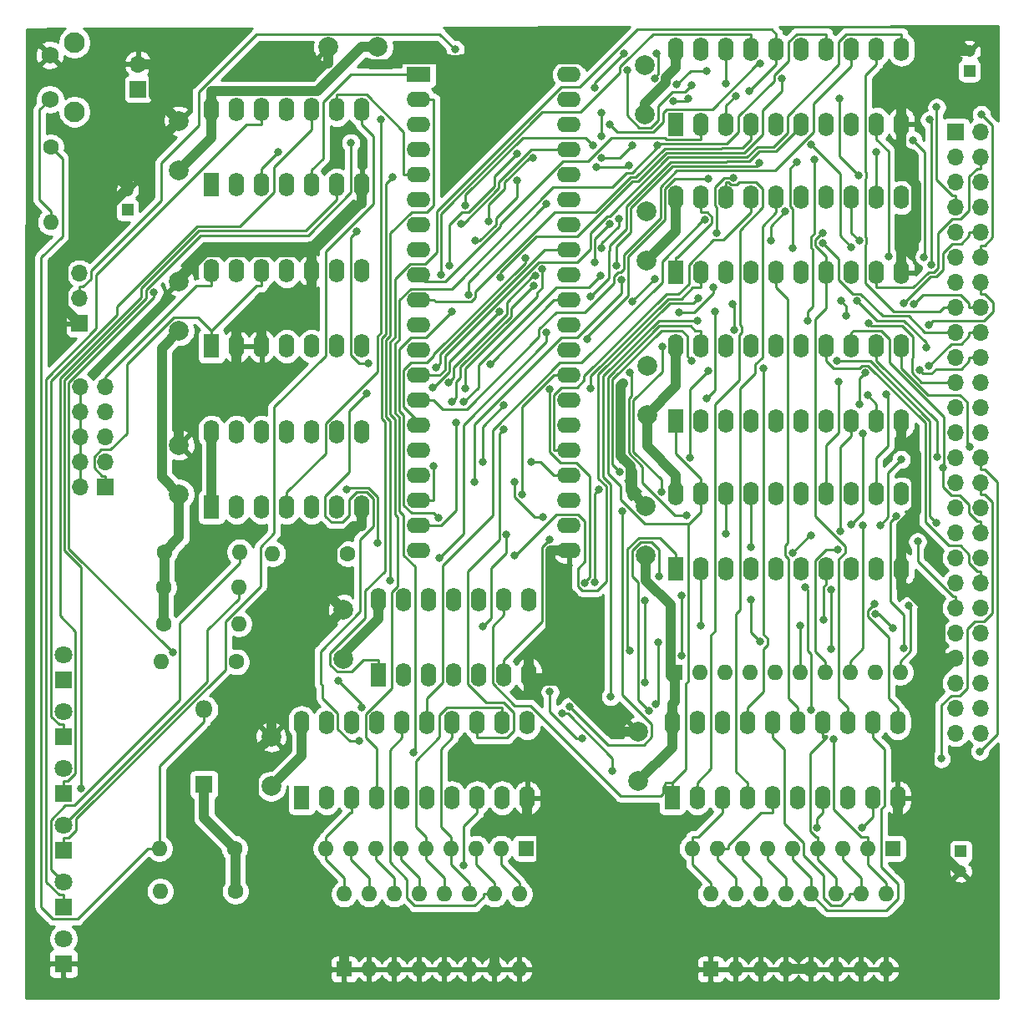
<source format=gbr>
G04 #@! TF.GenerationSoftware,KiCad,Pcbnew,(5.1.5)-3*
G04 #@! TF.CreationDate,2021-11-11T11:39:42-06:00*
G04 #@! TF.ProjectId,Z8065C02,5a383036-3543-4303-922e-6b696361645f,rev?*
G04 #@! TF.SameCoordinates,Original*
G04 #@! TF.FileFunction,Copper,L2,Bot*
G04 #@! TF.FilePolarity,Positive*
%FSLAX46Y46*%
G04 Gerber Fmt 4.6, Leading zero omitted, Abs format (unit mm)*
G04 Created by KiCad (PCBNEW (5.1.5)-3) date 2021-11-11 11:39:42*
%MOMM*%
%LPD*%
G04 APERTURE LIST*
%ADD10C,2.000000*%
%ADD11O,1.600000X1.600000*%
%ADD12C,1.600000*%
%ADD13C,1.800000*%
%ADD14R,1.800000X1.800000*%
%ADD15O,1.800000X1.800000*%
%ADD16R,1.600000X1.600000*%
%ADD17O,2.400000X1.600000*%
%ADD18R,2.400000X1.600000*%
%ADD19O,1.600000X2.400000*%
%ADD20R,1.600000X2.400000*%
%ADD21C,2.100000*%
%ADD22C,1.750000*%
%ADD23O,1.700000X1.700000*%
%ADD24R,1.700000X1.700000*%
%ADD25C,1.200000*%
%ADD26R,1.200000X1.200000*%
%ADD27C,0.800000*%
%ADD28C,1.000000*%
%ADD29C,0.250000*%
%ADD30C,0.254000*%
G04 APERTURE END LIST*
D10*
X99400000Y-35875000D03*
X104400000Y-35875000D03*
D11*
X93730000Y-87225000D03*
D12*
X101350000Y-87225000D03*
D13*
X72525000Y-97460000D03*
D14*
X72525000Y-100000000D03*
D11*
X90395000Y-87050000D03*
D12*
X82775000Y-87050000D03*
D11*
X82430000Y-98200000D03*
D12*
X90050000Y-98200000D03*
D11*
X90295000Y-90650000D03*
D12*
X82675000Y-90650000D03*
D11*
X90295000Y-94325000D03*
D12*
X82675000Y-94325000D03*
D13*
X72525000Y-120500000D03*
D14*
X72525000Y-123040000D03*
D13*
X72525000Y-103220000D03*
D14*
X72525000Y-105760000D03*
D13*
X72525000Y-114740000D03*
D14*
X72525000Y-117280000D03*
D13*
X72525000Y-108980000D03*
D14*
X72525000Y-111520000D03*
D15*
X86775000Y-103005000D03*
D14*
X86775000Y-110625000D03*
D10*
X93575000Y-105800000D03*
X93575000Y-110800000D03*
X84250000Y-59625000D03*
X84250000Y-64625000D03*
X84250000Y-76200000D03*
X84250000Y-81200000D03*
X100900000Y-92875000D03*
X100900000Y-97875000D03*
X131700000Y-68150000D03*
X131700000Y-73150000D03*
X131600000Y-52550000D03*
X131600000Y-57550000D03*
X84250000Y-43375000D03*
X84250000Y-48375000D03*
X131500000Y-37725000D03*
X131500000Y-42725000D03*
X130800000Y-105275000D03*
X130800000Y-110275000D03*
X131575000Y-82400000D03*
X131575000Y-87400000D03*
D11*
X100975000Y-121730000D03*
X118755000Y-129350000D03*
X103515000Y-121730000D03*
X116215000Y-129350000D03*
X106055000Y-121730000D03*
X113675000Y-129350000D03*
X108595000Y-121730000D03*
X111135000Y-129350000D03*
X111135000Y-121730000D03*
X108595000Y-129350000D03*
X113675000Y-121730000D03*
X106055000Y-129350000D03*
X116215000Y-121730000D03*
X103515000Y-129350000D03*
X118755000Y-121730000D03*
D16*
X100975000Y-129350000D03*
D11*
X138125000Y-121730000D03*
X155905000Y-129350000D03*
X140665000Y-121730000D03*
X153365000Y-129350000D03*
X143205000Y-121730000D03*
X150825000Y-129350000D03*
X145745000Y-121730000D03*
X148285000Y-129350000D03*
X148285000Y-121730000D03*
X145745000Y-129350000D03*
X150825000Y-121730000D03*
X143205000Y-129350000D03*
X153365000Y-121730000D03*
X140665000Y-129350000D03*
X155905000Y-121730000D03*
D16*
X138125000Y-129350000D03*
D17*
X123790000Y-38650000D03*
X108550000Y-86910000D03*
X123790000Y-41190000D03*
X108550000Y-84370000D03*
X123790000Y-43730000D03*
X108550000Y-81830000D03*
X123790000Y-46270000D03*
X108550000Y-79290000D03*
X123790000Y-48810000D03*
X108550000Y-76750000D03*
X123790000Y-51350000D03*
X108550000Y-74210000D03*
X123790000Y-53890000D03*
X108550000Y-71670000D03*
X123790000Y-56430000D03*
X108550000Y-69130000D03*
X123790000Y-58970000D03*
X108550000Y-66590000D03*
X123790000Y-61510000D03*
X108550000Y-64050000D03*
X123790000Y-64050000D03*
X108550000Y-61510000D03*
X123790000Y-66590000D03*
X108550000Y-58970000D03*
X123790000Y-69130000D03*
X108550000Y-56430000D03*
X123790000Y-71670000D03*
X108550000Y-53890000D03*
X123790000Y-74210000D03*
X108550000Y-51350000D03*
X123790000Y-76750000D03*
X108550000Y-48810000D03*
X123790000Y-79290000D03*
X108550000Y-46270000D03*
X123790000Y-81830000D03*
X108550000Y-43730000D03*
X123790000Y-84370000D03*
X108550000Y-41190000D03*
X123790000Y-86910000D03*
D18*
X108550000Y-38650000D03*
D19*
X87525000Y-58567500D03*
X102765000Y-66187500D03*
X90065000Y-58567500D03*
X100225000Y-66187500D03*
X92605000Y-58567500D03*
X97685000Y-66187500D03*
X95145000Y-58567500D03*
X95145000Y-66187500D03*
X97685000Y-58567500D03*
X92605000Y-66187500D03*
X100225000Y-58567500D03*
X90065000Y-66187500D03*
X102765000Y-58567500D03*
D20*
X87525000Y-66187500D03*
D19*
X87525000Y-74905000D03*
X102765000Y-82525000D03*
X90065000Y-74905000D03*
X100225000Y-82525000D03*
X92605000Y-74905000D03*
X97685000Y-82525000D03*
X95145000Y-74905000D03*
X95145000Y-82525000D03*
X97685000Y-74905000D03*
X92605000Y-82525000D03*
X100225000Y-74905000D03*
X90065000Y-82525000D03*
X102765000Y-74905000D03*
D20*
X87525000Y-82525000D03*
D19*
X134625000Y-51109200D03*
X157485000Y-58729200D03*
X137165000Y-51109200D03*
X154945000Y-58729200D03*
X139705000Y-51109200D03*
X152405000Y-58729200D03*
X142245000Y-51109200D03*
X149865000Y-58729200D03*
X144785000Y-51109200D03*
X147325000Y-58729200D03*
X147325000Y-51109200D03*
X144785000Y-58729200D03*
X149865000Y-51109200D03*
X142245000Y-58729200D03*
X152405000Y-51109200D03*
X139705000Y-58729200D03*
X154945000Y-51109200D03*
X137165000Y-58729200D03*
X157485000Y-51109200D03*
D20*
X134625000Y-58729200D03*
D19*
X96675000Y-104355000D03*
X119535000Y-111975000D03*
X99215000Y-104355000D03*
X116995000Y-111975000D03*
X101755000Y-104355000D03*
X114455000Y-111975000D03*
X104295000Y-104355000D03*
X111915000Y-111975000D03*
X106835000Y-104355000D03*
X109375000Y-111975000D03*
X109375000Y-104355000D03*
X106835000Y-111975000D03*
X111915000Y-104355000D03*
X104295000Y-111975000D03*
X114455000Y-104355000D03*
X101755000Y-111975000D03*
X116995000Y-104355000D03*
X99215000Y-111975000D03*
X119535000Y-104355000D03*
D20*
X96675000Y-111975000D03*
D19*
X134625000Y-36080000D03*
X157485000Y-43700000D03*
X137165000Y-36080000D03*
X154945000Y-43700000D03*
X139705000Y-36080000D03*
X152405000Y-43700000D03*
X142245000Y-36080000D03*
X149865000Y-43700000D03*
X144785000Y-36080000D03*
X147325000Y-43700000D03*
X147325000Y-36080000D03*
X144785000Y-43700000D03*
X149865000Y-36080000D03*
X142245000Y-43700000D03*
X152405000Y-36080000D03*
X139705000Y-43700000D03*
X154945000Y-36080000D03*
X137165000Y-43700000D03*
X157485000Y-36080000D03*
D20*
X134625000Y-43700000D03*
D19*
X134625000Y-81167500D03*
X157485000Y-88787500D03*
X137165000Y-81167500D03*
X154945000Y-88787500D03*
X139705000Y-81167500D03*
X152405000Y-88787500D03*
X142245000Y-81167500D03*
X149865000Y-88787500D03*
X144785000Y-81167500D03*
X147325000Y-88787500D03*
X147325000Y-81167500D03*
X144785000Y-88787500D03*
X149865000Y-81167500D03*
X142245000Y-88787500D03*
X152405000Y-81167500D03*
X139705000Y-88787500D03*
X154945000Y-81167500D03*
X137165000Y-88787500D03*
X157485000Y-81167500D03*
D20*
X134625000Y-88787500D03*
D19*
X134225000Y-104355000D03*
X157085000Y-111975000D03*
X136765000Y-104355000D03*
X154545000Y-111975000D03*
X139305000Y-104355000D03*
X152005000Y-111975000D03*
X141845000Y-104355000D03*
X149465000Y-111975000D03*
X144385000Y-104355000D03*
X146925000Y-111975000D03*
X146925000Y-104355000D03*
X144385000Y-111975000D03*
X149465000Y-104355000D03*
X141845000Y-111975000D03*
X152005000Y-104355000D03*
X139305000Y-111975000D03*
X154545000Y-104355000D03*
X136765000Y-111975000D03*
X157085000Y-104355000D03*
D20*
X134225000Y-111975000D03*
D19*
X104455000Y-91905000D03*
X119695000Y-99525000D03*
X106995000Y-91905000D03*
X117155000Y-99525000D03*
X109535000Y-91905000D03*
X114615000Y-99525000D03*
X112075000Y-91905000D03*
X112075000Y-99525000D03*
X114615000Y-91905000D03*
X109535000Y-99525000D03*
X117155000Y-91905000D03*
X106995000Y-99525000D03*
X119695000Y-91905000D03*
D20*
X104455000Y-99525000D03*
D19*
X87525000Y-42230000D03*
X102765000Y-49850000D03*
X90065000Y-42230000D03*
X100225000Y-49850000D03*
X92605000Y-42230000D03*
X97685000Y-49850000D03*
X95145000Y-42230000D03*
X95145000Y-49850000D03*
X97685000Y-42230000D03*
X92605000Y-49850000D03*
X100225000Y-42230000D03*
X90065000Y-49850000D03*
X102765000Y-42230000D03*
D20*
X87525000Y-49850000D03*
D19*
X134625000Y-66138300D03*
X157485000Y-73758300D03*
X137165000Y-66138300D03*
X154945000Y-73758300D03*
X139705000Y-66138300D03*
X152405000Y-73758300D03*
X142245000Y-66138300D03*
X149865000Y-73758300D03*
X144785000Y-66138300D03*
X147325000Y-73758300D03*
X147325000Y-66138300D03*
X144785000Y-73758300D03*
X149865000Y-66138300D03*
X142245000Y-73758300D03*
X152405000Y-66138300D03*
X139705000Y-73758300D03*
X154945000Y-66138300D03*
X137165000Y-73758300D03*
X157485000Y-66138300D03*
D20*
X134625000Y-73758300D03*
D21*
X73640000Y-42425000D03*
D22*
X71150000Y-41175000D03*
X71150000Y-36675000D03*
D21*
X73640000Y-35415000D03*
D11*
X99105000Y-117088000D03*
X101645000Y-117088000D03*
X104185000Y-117088000D03*
X106725000Y-117088000D03*
X109265000Y-117088000D03*
X111805000Y-117088000D03*
X114345000Y-117088000D03*
X116885000Y-117088000D03*
D16*
X119425000Y-117088000D03*
D11*
X136255000Y-117088000D03*
X138795000Y-117088000D03*
X141335000Y-117088000D03*
X143875000Y-117088000D03*
X146415000Y-117088000D03*
X148955000Y-117088000D03*
X151495000Y-117088000D03*
X154035000Y-117088000D03*
D16*
X156575000Y-117088000D03*
D11*
X157335000Y-99262500D03*
X154795000Y-99262500D03*
X152255000Y-99262500D03*
X149715000Y-99262500D03*
X147175000Y-99262500D03*
X144635000Y-99262500D03*
X142095000Y-99262500D03*
X139555000Y-99262500D03*
X137015000Y-99262500D03*
D16*
X134475000Y-99262500D03*
D11*
X82330000Y-121450000D03*
D12*
X89950000Y-121450000D03*
D11*
X82230000Y-117100000D03*
D12*
X89850000Y-117100000D03*
D11*
X71225000Y-53620000D03*
D12*
X71225000Y-46000000D03*
D23*
X80100000Y-37585000D03*
D24*
X80100000Y-40125000D03*
D23*
X165515000Y-105410000D03*
X162975000Y-105410000D03*
X165515000Y-102870000D03*
X162975000Y-102870000D03*
X165515000Y-100330000D03*
X162975000Y-100330000D03*
X165515000Y-97790000D03*
X162975000Y-97790000D03*
X165515000Y-95250000D03*
X162975000Y-95250000D03*
X165515000Y-92710000D03*
X162975000Y-92710000D03*
X165515000Y-90170000D03*
X162975000Y-90170000D03*
X165515000Y-87630000D03*
X162975000Y-87630000D03*
X165515000Y-85090000D03*
X162975000Y-85090000D03*
X165515000Y-82550000D03*
X162975000Y-82550000D03*
X165515000Y-80010000D03*
X162975000Y-80010000D03*
X165515000Y-77470000D03*
X162975000Y-77470000D03*
X165515000Y-74930000D03*
X162975000Y-74930000D03*
X165515000Y-72390000D03*
X162975000Y-72390000D03*
X165515000Y-69850000D03*
X162975000Y-69850000D03*
X165515000Y-67310000D03*
X162975000Y-67310000D03*
X165515000Y-64770000D03*
X162975000Y-64770000D03*
X165515000Y-62230000D03*
X162975000Y-62230000D03*
X165515000Y-59690000D03*
X162975000Y-59690000D03*
X165515000Y-57150000D03*
X162975000Y-57150000D03*
X165515000Y-54610000D03*
X162975000Y-54610000D03*
X165515000Y-52070000D03*
X162975000Y-52070000D03*
X165515000Y-49530000D03*
X162975000Y-49530000D03*
X165515000Y-46990000D03*
X162975000Y-46990000D03*
X165515000Y-44450000D03*
D24*
X162975000Y-44450000D03*
D23*
X74260000Y-70340000D03*
X76800000Y-70340000D03*
X74260000Y-72880000D03*
X76800000Y-72880000D03*
X74260000Y-75420000D03*
X76800000Y-75420000D03*
X74260000Y-77960000D03*
X76800000Y-77960000D03*
X74260000Y-80500000D03*
D24*
X76800000Y-80500000D03*
D23*
X74150000Y-58795000D03*
X74150000Y-61335000D03*
D24*
X74150000Y-63875000D03*
D13*
X72525000Y-126260000D03*
D14*
X72525000Y-128800000D03*
D25*
X164375000Y-36300000D03*
D26*
X164375000Y-38300000D03*
D25*
X163475000Y-119400000D03*
D26*
X163475000Y-117400000D03*
D25*
X79025000Y-50375000D03*
D26*
X79025000Y-52375000D03*
D27*
X125490000Y-37652600D03*
X103547800Y-37500500D03*
X99400000Y-37500500D03*
X129291500Y-69942100D03*
X101223400Y-80699600D03*
X104356100Y-86167100D03*
X158184700Y-92502100D03*
X112219900Y-36111500D03*
X112832400Y-53772100D03*
X165563100Y-42703700D03*
X145327400Y-39100800D03*
X116851200Y-59214500D03*
X161053500Y-77448000D03*
X156933200Y-83392700D03*
X157665500Y-96768300D03*
X150919200Y-67686100D03*
X161009100Y-84100300D03*
X159102900Y-86006500D03*
X136212000Y-67663600D03*
X128910400Y-78926000D03*
X126811900Y-80701000D03*
X126400000Y-90146500D03*
X135146500Y-91488500D03*
X135146500Y-97607300D03*
X150356700Y-96876700D03*
X150356700Y-90847700D03*
X161683000Y-78540900D03*
X164428000Y-76371800D03*
X154804000Y-93342200D03*
X156616000Y-94786300D03*
X147175000Y-94503500D03*
X142245000Y-86562300D03*
X131490600Y-91951500D03*
X131490600Y-100243400D03*
X121843700Y-101238200D03*
X125125200Y-105948800D03*
X161500400Y-108015500D03*
X104728400Y-43206500D03*
X139705000Y-85166900D03*
X132900300Y-89530000D03*
X131865700Y-103187200D03*
X165423800Y-107267200D03*
X151023500Y-86835900D03*
X153582000Y-84384300D03*
X155297800Y-84384300D03*
X157447300Y-77672600D03*
X147989700Y-63572500D03*
X148619200Y-47301200D03*
X139705000Y-39536100D03*
X128003600Y-101731400D03*
X136812300Y-63572500D03*
X154126200Y-63839800D03*
X159276500Y-68577200D03*
X155942600Y-71097800D03*
X142059900Y-40352500D03*
X160289200Y-43247300D03*
X160492700Y-57962800D03*
X160276800Y-68204300D03*
X149494200Y-55711200D03*
X132744400Y-45846500D03*
X108047100Y-107390000D03*
X153217700Y-72090400D03*
X153799300Y-68871100D03*
X158710600Y-61946600D03*
X113075000Y-118823100D03*
X74269000Y-111051100D03*
X101639600Y-45562700D03*
X126338000Y-40033400D03*
X129336600Y-36494500D03*
X132632800Y-36538700D03*
X132516200Y-39050700D03*
X134716900Y-39687200D03*
X137738800Y-38292200D03*
X151135000Y-69773000D03*
X160242300Y-64042000D03*
X123797400Y-102698300D03*
X129168300Y-82916700D03*
X136033100Y-77471900D03*
X137856000Y-68710100D03*
X140530800Y-64509800D03*
X140342700Y-61927600D03*
X151331100Y-61621000D03*
X151844600Y-63114500D03*
X156140600Y-57071800D03*
X117157100Y-74613800D03*
X113253800Y-70507800D03*
X121075200Y-58373200D03*
X127091900Y-56230900D03*
X128855100Y-53262000D03*
X146442800Y-56287500D03*
X146860700Y-47491000D03*
X158654700Y-45295300D03*
X159762200Y-57150000D03*
X157697900Y-61877500D03*
X143452000Y-68438400D03*
X148323800Y-45743700D03*
X152407600Y-56141000D03*
X137523600Y-53379500D03*
X136167600Y-39729800D03*
X129651700Y-38207900D03*
X81715000Y-60695800D03*
X83580000Y-97237300D03*
X100368300Y-100085000D03*
X102745900Y-102829700D03*
X140663200Y-40835000D03*
X161048500Y-41976900D03*
X149527800Y-54710800D03*
X152997400Y-61612300D03*
X159962400Y-66336000D03*
X153530400Y-75046200D03*
X152387200Y-84236900D03*
X142225600Y-91912500D03*
X143153200Y-96133100D03*
X154732300Y-92298600D03*
X132594800Y-102494600D03*
X132823700Y-96201600D03*
X110639100Y-87636500D03*
X121463700Y-64763000D03*
X111662600Y-58005200D03*
X118529500Y-46661900D03*
X126574900Y-48017100D03*
X129887400Y-47871700D03*
X138700500Y-54697700D03*
X140457500Y-49100000D03*
X154907900Y-46504000D03*
X128197500Y-109209900D03*
X123052200Y-103428600D03*
X102502900Y-106214300D03*
X103291800Y-70957000D03*
X109986900Y-70346300D03*
X116739300Y-62663000D03*
X114276500Y-55526700D03*
X118494900Y-49414600D03*
X127088800Y-42549500D03*
X127088800Y-44928700D03*
X144237900Y-55457400D03*
X145717500Y-52563900D03*
X148919400Y-115019000D03*
X153473700Y-115019100D03*
X150608600Y-106051600D03*
X154036800Y-71191000D03*
X148300300Y-103110700D03*
X147676900Y-90619100D03*
X146431300Y-87120200D03*
X148334500Y-85412600D03*
X151279000Y-84962200D03*
X121829900Y-85764700D03*
X129894200Y-97047200D03*
X102213300Y-54569000D03*
X103403200Y-67930900D03*
X105861200Y-49056500D03*
X94303500Y-46499900D03*
X121487100Y-51800600D03*
X113576300Y-60967900D03*
X111933900Y-62669800D03*
X110520500Y-83596300D03*
X117412900Y-85326800D03*
X115020900Y-94625600D03*
X105673700Y-89945200D03*
X118244200Y-87415200D03*
X136867500Y-61315500D03*
X130222000Y-61664300D03*
X126953100Y-59067900D03*
X113067300Y-71864000D03*
X112293500Y-73915400D03*
X132472600Y-59354700D03*
X134888300Y-62808700D03*
X138394700Y-60254500D03*
X109999100Y-78339800D03*
X111875500Y-71833000D03*
X120211200Y-60058000D03*
X126366600Y-57700000D03*
X127937100Y-53763200D03*
X125948100Y-70496700D03*
X110785400Y-58916900D03*
X119358500Y-57240300D03*
X115658200Y-53563300D03*
X120146200Y-47100100D03*
X127904000Y-43704900D03*
X143176700Y-37566900D03*
X110302100Y-68392600D03*
X137165000Y-94512400D03*
X133223200Y-66271200D03*
X133152900Y-80929200D03*
X125653000Y-65445400D03*
X137913800Y-49231100D03*
X125399600Y-90219500D03*
X121808500Y-70574600D03*
X115755900Y-67982600D03*
X125965800Y-61121800D03*
X135730000Y-83301700D03*
X129923000Y-68841700D03*
X119025100Y-81198000D03*
X149544900Y-93895200D03*
X119975600Y-77884700D03*
X115001600Y-77884700D03*
X117170100Y-72163300D03*
X111596500Y-69856300D03*
X120344800Y-59057600D03*
X113294300Y-51897200D03*
X126217700Y-45871200D03*
X127056600Y-47083900D03*
X130199500Y-45820400D03*
X134354300Y-41358900D03*
X135844100Y-41097100D03*
X151207400Y-41097100D03*
X153134800Y-48853800D03*
X137747800Y-71487400D03*
X138566800Y-62658600D03*
X153203400Y-55501300D03*
X121122500Y-83516500D03*
X118279200Y-79991700D03*
X114168700Y-79991700D03*
X129046100Y-59456700D03*
X128595800Y-57995100D03*
X143061700Y-47653000D03*
D28*
X157485000Y-86887200D02*
X157485000Y-84397000D01*
X157485000Y-84397000D02*
X158991200Y-82890800D01*
X158991200Y-82890800D02*
X158991200Y-77164800D01*
X158991200Y-77164800D02*
X157485000Y-75658600D01*
X162975000Y-97790000D02*
X160296600Y-100468400D01*
X160296600Y-100468400D02*
X160296600Y-112385600D01*
X160296600Y-112385600D02*
X158270400Y-114411800D01*
X130800000Y-105275000D02*
X127941000Y-105275000D01*
X127941000Y-105275000D02*
X122739600Y-100073600D01*
X122739600Y-100073600D02*
X121285700Y-100073600D01*
X121285700Y-100073600D02*
X121192700Y-100166600D01*
X121192700Y-100166600D02*
X120669600Y-100166600D01*
X120669600Y-100166600D02*
X120025000Y-100811200D01*
X120025000Y-100811200D02*
X120025000Y-101172800D01*
X120025000Y-101172800D02*
X119772500Y-101425300D01*
X119772500Y-101425300D02*
X119695000Y-101425300D01*
X121889700Y-86910000D02*
X121889700Y-95430000D01*
X121889700Y-95430000D02*
X119695000Y-97624700D01*
X131575000Y-82400000D02*
X130010700Y-80835700D01*
X130010700Y-80835700D02*
X130010700Y-78381100D01*
X130010700Y-78381100D02*
X128996900Y-77367300D01*
X128996900Y-77367300D02*
X128996900Y-70236700D01*
X128996900Y-70236700D02*
X129291500Y-69942100D01*
X103547800Y-37500500D02*
X103672600Y-37625300D01*
X103672600Y-37625300D02*
X105721900Y-37625300D01*
X105721900Y-37625300D02*
X106253900Y-37093300D01*
X106253900Y-37093300D02*
X111645700Y-37093300D01*
X111645700Y-37093300D02*
X111764200Y-37211800D01*
X111764200Y-37211800D02*
X112675700Y-37211800D01*
X112675700Y-37211800D02*
X112794200Y-37093300D01*
X112794200Y-37093300D02*
X124930700Y-37093300D01*
X124930700Y-37093300D02*
X125490000Y-37652600D01*
X99400000Y-35875000D02*
X99400000Y-37500500D01*
X164375000Y-36300000D02*
X162984700Y-36300000D01*
X162984700Y-36300000D02*
X157485000Y-41799700D01*
X157485000Y-45600300D02*
X157485000Y-48326500D01*
X157485000Y-48326500D02*
X158987100Y-49828600D01*
X158987100Y-49828600D02*
X158987100Y-55326800D01*
X158987100Y-55326800D02*
X157485000Y-56828900D01*
X161424700Y-97790000D02*
X161424700Y-94186000D01*
X161424700Y-94186000D02*
X157926500Y-90687800D01*
X157926500Y-90687800D02*
X157485000Y-90687800D01*
X158270400Y-114411800D02*
X157621500Y-114411800D01*
X157621500Y-114411800D02*
X157085000Y-113875300D01*
X158270400Y-114411800D02*
X163258600Y-119400000D01*
X163258600Y-119400000D02*
X163475000Y-119400000D01*
X100900000Y-92875000D02*
X93575000Y-100200000D01*
X93575000Y-100200000D02*
X93575000Y-105800000D01*
X102765000Y-51750300D02*
X102601900Y-51750300D01*
X102601900Y-51750300D02*
X97685000Y-56667200D01*
X157485000Y-88787500D02*
X157485000Y-90687800D01*
X162975000Y-97790000D02*
X161424700Y-97790000D01*
X74150000Y-63875000D02*
X72550500Y-62275500D01*
X72550500Y-62275500D02*
X72550500Y-56633600D01*
X72550500Y-56633600D02*
X78809100Y-50375000D01*
X78809100Y-50375000D02*
X79025000Y-50375000D01*
X84250000Y-59625000D02*
X84250000Y-59315400D01*
X84250000Y-59315400D02*
X86898200Y-56667200D01*
X86898200Y-56667200D02*
X97685000Y-56667200D01*
X102765000Y-84425300D02*
X101933600Y-84425300D01*
X101933600Y-84425300D02*
X99810500Y-86548400D01*
X99810500Y-86548400D02*
X99810500Y-91785500D01*
X99810500Y-91785500D02*
X100900000Y-92875000D01*
X100975000Y-129350000D02*
X100975000Y-127849700D01*
X100975000Y-127849700D02*
X91874600Y-118749300D01*
X91874600Y-118749300D02*
X91874600Y-107500400D01*
X91874600Y-107500400D02*
X93575000Y-105800000D01*
X119695000Y-99525000D02*
X119695000Y-97624700D01*
X123790000Y-86910000D02*
X121889700Y-86910000D01*
X119535000Y-111975000D02*
X119535000Y-113875300D01*
X116215000Y-129350000D02*
X116215000Y-127849700D01*
X116215000Y-127849700D02*
X120934500Y-123130200D01*
X120934500Y-123130200D02*
X120934500Y-115274800D01*
X120934500Y-115274800D02*
X119535000Y-113875300D01*
X145745000Y-129350000D02*
X148285000Y-129350000D01*
X90065000Y-66187500D02*
X90065000Y-68118300D01*
X90065000Y-68118300D02*
X84250000Y-73933300D01*
X84250000Y-73933300D02*
X84250000Y-76200000D01*
X90065000Y-66017600D02*
X90065000Y-66187500D01*
X90065000Y-66017600D02*
X90065000Y-64287200D01*
X97685000Y-58567500D02*
X97685000Y-60467800D01*
X92605000Y-64287200D02*
X96424400Y-60467800D01*
X96424400Y-60467800D02*
X97685000Y-60467800D01*
X92605000Y-64587300D02*
X92605000Y-64287200D01*
X92605000Y-66187500D02*
X92605000Y-64587300D01*
X90065000Y-64287200D02*
X92605000Y-64287200D01*
X102765000Y-82525000D02*
X102765000Y-84425300D01*
X119695000Y-99525000D02*
X119695000Y-101425300D01*
X102765000Y-49850000D02*
X102765000Y-51750300D01*
X97685000Y-58567500D02*
X97685000Y-56667200D01*
X157485000Y-88787500D02*
X157485000Y-86887200D01*
X157485000Y-73758300D02*
X157485000Y-75658600D01*
X157485000Y-58729200D02*
X157485000Y-56828900D01*
X157485000Y-43700000D02*
X157485000Y-45600300D01*
X157485000Y-43266500D02*
X157485000Y-43700000D01*
X157485000Y-43266500D02*
X157485000Y-41799700D01*
X80100000Y-37585000D02*
X81650300Y-37585000D01*
X81650300Y-37585000D02*
X81650300Y-40775300D01*
X81650300Y-40775300D02*
X84250000Y-43375000D01*
X157085000Y-111975000D02*
X157085000Y-113875300D01*
X79025000Y-50375000D02*
X79025000Y-48600000D01*
X79025000Y-48600000D02*
X84250000Y-43375000D01*
D29*
X71225000Y-46000000D02*
X72404600Y-47179600D01*
X72404600Y-47179600D02*
X72404600Y-55032200D01*
X72404600Y-55032200D02*
X70277200Y-57159600D01*
X70277200Y-57159600D02*
X70277200Y-123071300D01*
X70277200Y-123071300D02*
X71471400Y-124265500D01*
X71471400Y-124265500D02*
X73939200Y-124265500D01*
X73939200Y-124265500D02*
X81104700Y-117100000D01*
X82230000Y-117100000D02*
X81104700Y-117100000D01*
X86775000Y-103005000D02*
X86775000Y-104230300D01*
X86775000Y-104230300D02*
X82230000Y-108775300D01*
X82230000Y-108775300D02*
X82230000Y-117100000D01*
D28*
X131575000Y-87400000D02*
X131575000Y-89959700D01*
X131575000Y-89959700D02*
X134046100Y-92430800D01*
X134046100Y-92430800D02*
X134046100Y-99583700D01*
X134046100Y-99583700D02*
X134475000Y-100012600D01*
X131700000Y-73150000D02*
X131700000Y-76342200D01*
X131700000Y-76342200D02*
X134625000Y-79267200D01*
X131500000Y-42725000D02*
X131500000Y-41623000D01*
X131500000Y-41623000D02*
X133616500Y-39506500D01*
X133616500Y-39506500D02*
X133616500Y-38988700D01*
X133616500Y-38988700D02*
X134018200Y-38587000D01*
X134018200Y-38587000D02*
X134018200Y-38586900D01*
X134018200Y-38586900D02*
X134018400Y-38586900D01*
X134018400Y-38586900D02*
X134625000Y-37980300D01*
X130800000Y-110275000D02*
X134225000Y-106850000D01*
X134225000Y-106850000D02*
X134225000Y-106255300D01*
X104455000Y-93805300D02*
X100900000Y-97360300D01*
X100900000Y-97360300D02*
X100900000Y-97875000D01*
X131700000Y-73150000D02*
X134625000Y-70225000D01*
X134625000Y-70225000D02*
X134625000Y-68038600D01*
X131600000Y-57550000D02*
X134625000Y-54525000D01*
X134625000Y-54525000D02*
X134625000Y-53009500D01*
X134625000Y-66138300D02*
X134625000Y-68038600D01*
X134225000Y-104355000D02*
X134225000Y-102454700D01*
X134225000Y-102454700D02*
X134475000Y-102204700D01*
X134475000Y-102204700D02*
X134475000Y-100762800D01*
X134625000Y-36080000D02*
X134625000Y-37980300D01*
X134625000Y-51109200D02*
X134625000Y-53009500D01*
X134225000Y-104355000D02*
X134225000Y-106255300D01*
X104400000Y-35875000D02*
X102731400Y-35875000D01*
X102731400Y-35875000D02*
X98276700Y-40329700D01*
X98276700Y-40329700D02*
X87525000Y-40329700D01*
X84250000Y-64625000D02*
X82505900Y-66369100D01*
X82505900Y-66369100D02*
X82505900Y-79455900D01*
X82505900Y-79455900D02*
X84250000Y-81200000D01*
X87525000Y-42230000D02*
X87525000Y-40329700D01*
X84250000Y-48375000D02*
X87525000Y-45100000D01*
X87525000Y-45100000D02*
X87525000Y-42230000D01*
X134475000Y-100012600D02*
X134475000Y-100762800D01*
X134475000Y-99262500D02*
X134475000Y-100012600D01*
X104455000Y-91905000D02*
X104455000Y-93805300D01*
X82775000Y-87050000D02*
X84250000Y-85575000D01*
X84250000Y-85575000D02*
X84250000Y-81200000D01*
X82675000Y-90650000D02*
X82775000Y-90550000D01*
X82775000Y-90550000D02*
X82775000Y-87050000D01*
X82675000Y-94325000D02*
X82675000Y-90650000D01*
X89850000Y-117100000D02*
X89950000Y-117200000D01*
X89950000Y-117200000D02*
X89950000Y-121450000D01*
X86775000Y-110625000D02*
X86775000Y-114025000D01*
X86775000Y-114025000D02*
X89850000Y-117100000D01*
X87525000Y-82525000D02*
X87525000Y-74905000D01*
X96675000Y-104355000D02*
X96675000Y-107700000D01*
X96675000Y-107700000D02*
X93575000Y-110800000D01*
X134625000Y-81167500D02*
X134625000Y-79267200D01*
D29*
X157335000Y-98137200D02*
X158390800Y-97081400D01*
X158390800Y-97081400D02*
X158390800Y-92708200D01*
X158390800Y-92708200D02*
X158184700Y-92502100D01*
X101223400Y-80699600D02*
X101409900Y-80513100D01*
X101409900Y-80513100D02*
X103424000Y-80513100D01*
X103424000Y-80513100D02*
X104356100Y-81445200D01*
X104356100Y-81445200D02*
X104356100Y-86167100D01*
X157335000Y-99262500D02*
X157335000Y-98137200D01*
X117155000Y-93430300D02*
X116020000Y-94565300D01*
X116020000Y-94565300D02*
X116020000Y-100401800D01*
X116020000Y-100401800D02*
X118230800Y-102612600D01*
X118230800Y-102612600D02*
X119863900Y-102612600D01*
X119863900Y-102612600D02*
X129044000Y-111792700D01*
X129044000Y-111792700D02*
X133067500Y-111792700D01*
X133067500Y-111792700D02*
X133356100Y-111504100D01*
X133356100Y-111504100D02*
X133356100Y-110867200D01*
X133356100Y-110867200D02*
X133520400Y-110702900D01*
X133520400Y-110702900D02*
X133520400Y-110522800D01*
X133520400Y-110522800D02*
X133593500Y-110449700D01*
X133593500Y-110449700D02*
X134225000Y-110449700D01*
X134225000Y-110449700D02*
X135575400Y-109099300D01*
X135575400Y-109099300D02*
X135575400Y-100412900D01*
X135575400Y-100412900D02*
X135871800Y-100116500D01*
X135871800Y-100116500D02*
X135871800Y-84327800D01*
X135871800Y-84327800D02*
X135836800Y-84292700D01*
X135836800Y-84292700D02*
X135691300Y-84147300D01*
X135691300Y-84147300D02*
X131437300Y-84147300D01*
X131437300Y-84147300D02*
X128994900Y-81704900D01*
X128994900Y-81704900D02*
X128994900Y-80419200D01*
X128994900Y-80419200D02*
X127700700Y-79125000D01*
X127700700Y-79125000D02*
X127700700Y-69401400D01*
X127700700Y-69401400D02*
X132939400Y-64162700D01*
X132939400Y-64162700D02*
X136084900Y-64162700D01*
X136084900Y-64162700D02*
X136535200Y-64613000D01*
X136535200Y-64613000D02*
X137165000Y-64613000D01*
X137165000Y-82692800D02*
X137165000Y-82964500D01*
X137165000Y-82964500D02*
X135836800Y-84292700D01*
X74150000Y-61335000D02*
X74150000Y-60159700D01*
X74150000Y-60159700D02*
X74517400Y-60159700D01*
X74517400Y-60159700D02*
X75325300Y-59351800D01*
X75325300Y-59351800D02*
X75325300Y-58558400D01*
X75325300Y-58558400D02*
X82449900Y-51433800D01*
X82449900Y-51433800D02*
X82449900Y-47599700D01*
X82449900Y-47599700D02*
X86217200Y-43832400D01*
X86217200Y-43832400D02*
X86217200Y-40451000D01*
X86217200Y-40451000D02*
X92118600Y-34549600D01*
X92118600Y-34549600D02*
X110658000Y-34549600D01*
X110658000Y-34549600D02*
X112219900Y-36111500D01*
X134625000Y-75283600D02*
X134625000Y-77102200D01*
X134625000Y-77102200D02*
X137165000Y-79642200D01*
X134625000Y-57203900D02*
X134725000Y-57203900D01*
X134725000Y-57203900D02*
X138248900Y-53680000D01*
X138248900Y-53680000D02*
X138248900Y-53079000D01*
X138248900Y-53079000D02*
X137804400Y-52634500D01*
X137804400Y-52634500D02*
X137165000Y-52634500D01*
X134625000Y-73758300D02*
X134625000Y-75283600D01*
X137165000Y-66138300D02*
X137165000Y-64613000D01*
X137165000Y-51109200D02*
X137165000Y-52634500D01*
X134625000Y-58729200D02*
X134625000Y-57203900D01*
X117155000Y-91905000D02*
X117155000Y-93430300D01*
X137165000Y-81167500D02*
X137165000Y-82692800D01*
X137165000Y-80404800D02*
X137165000Y-81167500D01*
X137165000Y-80404800D02*
X137165000Y-79642200D01*
X134225000Y-111975000D02*
X134225000Y-110449700D01*
X122264700Y-46270000D02*
X119947300Y-46270000D01*
X119947300Y-46270000D02*
X116661200Y-49556100D01*
X116661200Y-49556100D02*
X116661200Y-50193000D01*
X116661200Y-50193000D02*
X113082100Y-53772100D01*
X113082100Y-53772100D02*
X112832400Y-53772100D01*
X123790000Y-46270000D02*
X122264700Y-46270000D01*
X74260000Y-72880000D02*
X74260000Y-70340000D01*
X74260000Y-75420000D02*
X74260000Y-72880000D01*
X74260000Y-77960000D02*
X74260000Y-75420000D01*
X74260000Y-80500000D02*
X74260000Y-77960000D01*
X145327400Y-39100800D02*
X145327300Y-39100800D01*
X145327300Y-39100800D02*
X145327300Y-40346300D01*
X145327300Y-40346300D02*
X143375200Y-42298400D01*
X143375200Y-42298400D02*
X143375200Y-44759900D01*
X143375200Y-44759900D02*
X141561600Y-46573500D01*
X141561600Y-46573500D02*
X139410700Y-46573500D01*
X139410700Y-46573500D02*
X139398700Y-46585500D01*
X139398700Y-46585500D02*
X133668100Y-46585500D01*
X133668100Y-46585500D02*
X130756000Y-49497600D01*
X130756000Y-49497600D02*
X130194800Y-49497600D01*
X130194800Y-49497600D02*
X124598300Y-55094100D01*
X124598300Y-55094100D02*
X120479000Y-55094100D01*
X120479000Y-55094100D02*
X116851200Y-58721900D01*
X116851200Y-58721900D02*
X116851200Y-59214500D01*
X165515000Y-57150000D02*
X165515000Y-55974700D01*
X165563100Y-42703700D02*
X166690300Y-43830900D01*
X166690300Y-43830900D02*
X166690300Y-55166800D01*
X166690300Y-55166800D02*
X165882400Y-55974700D01*
X165882400Y-55974700D02*
X165515000Y-55974700D01*
X76800000Y-69277300D02*
X85984500Y-60092800D01*
X85984500Y-60092800D02*
X87525000Y-60092800D01*
X76800000Y-70340000D02*
X76800000Y-69277300D01*
X87525000Y-58567500D02*
X87525000Y-60092800D01*
X87525000Y-64662200D02*
X86120600Y-63257800D01*
X86120600Y-63257800D02*
X83732700Y-63257800D01*
X83732700Y-63257800D02*
X78946800Y-68043700D01*
X78946800Y-68043700D02*
X78946800Y-75015800D01*
X78946800Y-75015800D02*
X77272600Y-76690000D01*
X77272600Y-76690000D02*
X76369000Y-76690000D01*
X76369000Y-76690000D02*
X75624600Y-77434400D01*
X75624600Y-77434400D02*
X75624600Y-78516600D01*
X75624600Y-78516600D02*
X76432700Y-79324700D01*
X76432700Y-79324700D02*
X76800000Y-79324700D01*
X76800000Y-80500000D02*
X76800000Y-79324700D01*
X87525000Y-64662200D02*
X87525000Y-66187500D01*
X92605000Y-58567500D02*
X92605000Y-60092800D01*
X87525000Y-64662200D02*
X92094400Y-60092800D01*
X92094400Y-60092800D02*
X92605000Y-60092800D01*
X161053500Y-77448000D02*
X161053500Y-73783400D01*
X161053500Y-73783400D02*
X154945000Y-67674900D01*
X154945000Y-67674900D02*
X154945000Y-66138300D01*
X157665500Y-96768300D02*
X157665500Y-93422800D01*
X157665500Y-93422800D02*
X156346800Y-92104100D01*
X156346800Y-92104100D02*
X156346800Y-83979100D01*
X156346800Y-83979100D02*
X156933200Y-83392700D01*
X150919200Y-67686100D02*
X154277000Y-67686100D01*
X154277000Y-67686100D02*
X160328200Y-73737300D01*
X160328200Y-73737300D02*
X160328200Y-83419400D01*
X160328200Y-83419400D02*
X161009100Y-84100300D01*
X162975000Y-91534700D02*
X162677400Y-91534700D01*
X162677400Y-91534700D02*
X159102900Y-87960200D01*
X159102900Y-87960200D02*
X159102900Y-86006500D01*
X162975000Y-92710000D02*
X162975000Y-91534700D01*
X149865000Y-67663600D02*
X150612800Y-68411400D01*
X150612800Y-68411400D02*
X153233300Y-68411400D01*
X153233300Y-68411400D02*
X153498900Y-68145800D01*
X153498900Y-68145800D02*
X154099800Y-68145800D01*
X154099800Y-68145800D02*
X159877900Y-73923900D01*
X159877900Y-73923900D02*
X159877900Y-84007900D01*
X159877900Y-84007900D02*
X162270100Y-86400100D01*
X162270100Y-86400100D02*
X163425900Y-86400100D01*
X163425900Y-86400100D02*
X164339700Y-87313900D01*
X164339700Y-87313900D02*
X164339700Y-88186800D01*
X164339700Y-88186800D02*
X165147600Y-88994700D01*
X165147600Y-88994700D02*
X165515000Y-88994700D01*
X165515000Y-90170000D02*
X165515000Y-88994700D01*
X149865000Y-66138300D02*
X149865000Y-67663600D01*
X135146500Y-97607300D02*
X135146500Y-91488500D01*
X126811900Y-80701000D02*
X126400000Y-81112900D01*
X126400000Y-81112900D02*
X126400000Y-90146500D01*
X136212000Y-67663600D02*
X135750400Y-67202000D01*
X135750400Y-67202000D02*
X135750400Y-65171200D01*
X135750400Y-65171200D02*
X135192200Y-64613000D01*
X135192200Y-64613000D02*
X133126000Y-64613000D01*
X133126000Y-64613000D02*
X128158000Y-69581000D01*
X128158000Y-69581000D02*
X128158000Y-78173600D01*
X128158000Y-78173600D02*
X128910400Y-78926000D01*
X161683000Y-78540900D02*
X161778800Y-78445100D01*
X161778800Y-78445100D02*
X161778800Y-73379000D01*
X161778800Y-73379000D02*
X156254300Y-67854500D01*
X156254300Y-67854500D02*
X156254300Y-65448600D01*
X156254300Y-65448600D02*
X155418700Y-64613000D01*
X155418700Y-64613000D02*
X152591600Y-64613000D01*
X152591600Y-64613000D02*
X152405000Y-64799600D01*
X165515000Y-85090000D02*
X165515000Y-83914700D01*
X165515000Y-83914700D02*
X165147600Y-83914700D01*
X165147600Y-83914700D02*
X164339700Y-83106800D01*
X164339700Y-83106800D02*
X164339700Y-82213700D01*
X164339700Y-82213700D02*
X163406000Y-81280000D01*
X163406000Y-81280000D02*
X162502400Y-81280000D01*
X162502400Y-81280000D02*
X161683000Y-80460600D01*
X161683000Y-80460600D02*
X161683000Y-78540900D01*
X150356700Y-90847700D02*
X150356700Y-96876700D01*
X152405000Y-66138300D02*
X152405000Y-64799600D01*
X156616000Y-94786300D02*
X155171900Y-93342200D01*
X155171900Y-93342200D02*
X154804000Y-93342200D01*
X157485000Y-67663600D02*
X157485000Y-68448300D01*
X157485000Y-68448300D02*
X160156700Y-71120000D01*
X160156700Y-71120000D02*
X163406000Y-71120000D01*
X163406000Y-71120000D02*
X164150400Y-71864400D01*
X164150400Y-71864400D02*
X164150400Y-76094200D01*
X164150400Y-76094200D02*
X164428000Y-76371800D01*
X157485000Y-66138300D02*
X157485000Y-67663600D01*
X147175000Y-98137200D02*
X147175000Y-94503500D01*
X147175000Y-99262500D02*
X147175000Y-98137200D01*
X131490600Y-100243400D02*
X131490600Y-91951500D01*
X165515000Y-81185300D02*
X165882300Y-81185300D01*
X165882300Y-81185300D02*
X166705600Y-82008600D01*
X166705600Y-82008600D02*
X166705600Y-93206400D01*
X166705600Y-93206400D02*
X165837400Y-94074600D01*
X165837400Y-94074600D02*
X164941600Y-94074600D01*
X164941600Y-94074600D02*
X164150400Y-94865800D01*
X164150400Y-94865800D02*
X164150400Y-100855600D01*
X164150400Y-100855600D02*
X163406000Y-101600000D01*
X163406000Y-101600000D02*
X162502300Y-101600000D01*
X162502300Y-101600000D02*
X161500400Y-102601900D01*
X161500400Y-102601900D02*
X161500400Y-108015500D01*
X165515000Y-80010000D02*
X165515000Y-81185300D01*
X142245000Y-81167500D02*
X142245000Y-86562300D01*
X125125200Y-105948800D02*
X124542700Y-105948800D01*
X124542700Y-105948800D02*
X121843700Y-103249800D01*
X121843700Y-103249800D02*
X121843700Y-101238200D01*
X104728400Y-43206500D02*
X104728400Y-64801600D01*
X104728400Y-64801600D02*
X104322800Y-65207200D01*
X104322800Y-65207200D02*
X104322800Y-68771400D01*
X104322800Y-68771400D02*
X99099500Y-73994700D01*
X99099500Y-73994700D02*
X99099500Y-77045200D01*
X99099500Y-77045200D02*
X95145000Y-80999700D01*
X95145000Y-82525000D02*
X95145000Y-80999700D01*
X165515000Y-78645300D02*
X165882300Y-78645300D01*
X165882300Y-78645300D02*
X167207600Y-79970600D01*
X167207600Y-79970600D02*
X167207600Y-105483400D01*
X167207600Y-105483400D02*
X165423800Y-107267200D01*
X165515000Y-77470000D02*
X165515000Y-78645300D01*
X131865700Y-103187200D02*
X130749600Y-102071100D01*
X130749600Y-102071100D02*
X130749600Y-90078700D01*
X130749600Y-90078700D02*
X130215000Y-89544100D01*
X130215000Y-89544100D02*
X130215000Y-86880300D01*
X130215000Y-86880300D02*
X131049100Y-86046200D01*
X131049100Y-86046200D02*
X132113600Y-86046200D01*
X132113600Y-86046200D02*
X132900300Y-86832900D01*
X132900300Y-86832900D02*
X132900300Y-89530000D01*
X139705000Y-81167500D02*
X139705000Y-85166900D01*
X149715000Y-98137200D02*
X148736100Y-97158300D01*
X148736100Y-97158300D02*
X148736100Y-87921600D01*
X148736100Y-87921600D02*
X149821700Y-86836000D01*
X149821700Y-86836000D02*
X151023500Y-86836000D01*
X151023500Y-86836000D02*
X151023500Y-86835900D01*
X149715000Y-99262500D02*
X149715000Y-98137200D01*
X157447300Y-77672600D02*
X156129900Y-78990000D01*
X156129900Y-78990000D02*
X156129900Y-83552200D01*
X156129900Y-83552200D02*
X155297800Y-84384300D01*
X152255000Y-98137200D02*
X153582000Y-96810200D01*
X153582000Y-96810200D02*
X153582000Y-84384300D01*
X152255000Y-99262500D02*
X152255000Y-98137200D01*
X136812300Y-63572500D02*
X136812300Y-63572600D01*
X136812300Y-63572600D02*
X132892600Y-63572600D01*
X132892600Y-63572600D02*
X127231100Y-69234100D01*
X127231100Y-69234100D02*
X127231100Y-79457500D01*
X127231100Y-79457500D02*
X128003600Y-80230000D01*
X128003600Y-80230000D02*
X128003600Y-101731400D01*
X161799700Y-69850000D02*
X159523600Y-69850000D01*
X159523600Y-69850000D02*
X158542700Y-68869100D01*
X158542700Y-68869100D02*
X158542700Y-67414000D01*
X158542700Y-67414000D02*
X158619200Y-67337500D01*
X158619200Y-67337500D02*
X158619200Y-65223000D01*
X158619200Y-65223000D02*
X157549800Y-64153600D01*
X157549800Y-64153600D02*
X154440000Y-64153600D01*
X154440000Y-64153600D02*
X154126200Y-63839800D01*
X139705000Y-36080000D02*
X139705000Y-39536100D01*
X148619200Y-47301200D02*
X148619200Y-54790300D01*
X148619200Y-54790300D02*
X148318600Y-55090900D01*
X148318600Y-55090900D02*
X148318600Y-56214600D01*
X148318600Y-56214600D02*
X148468900Y-56364900D01*
X148468900Y-56364900D02*
X148468900Y-62202600D01*
X148468900Y-62202600D02*
X147989700Y-62681800D01*
X147989700Y-62681800D02*
X147989700Y-63572500D01*
X162975000Y-69850000D02*
X161799700Y-69850000D01*
X164339700Y-67310000D02*
X164339700Y-67677400D01*
X164339700Y-67677400D02*
X163531800Y-68485300D01*
X163531800Y-68485300D02*
X161021700Y-68485300D01*
X161021700Y-68485300D02*
X160528500Y-68978500D01*
X160528500Y-68978500D02*
X159677800Y-68978500D01*
X159677800Y-68978500D02*
X159276500Y-68577200D01*
X154945000Y-81167500D02*
X154945000Y-77470800D01*
X154945000Y-77470800D02*
X156070400Y-76345400D01*
X156070400Y-76345400D02*
X156070400Y-71225600D01*
X156070400Y-71225600D02*
X155942600Y-71097800D01*
X165515000Y-67310000D02*
X164339700Y-67310000D01*
X104295000Y-110449700D02*
X104295000Y-106977800D01*
X104295000Y-106977800D02*
X103148200Y-105831000D01*
X103148200Y-105831000D02*
X103148200Y-103498100D01*
X103148200Y-103498100D02*
X105800100Y-100846200D01*
X105800100Y-100846200D02*
X105800100Y-91108300D01*
X105800100Y-91108300D02*
X106405400Y-90503000D01*
X106405400Y-90503000D02*
X106405400Y-83529300D01*
X106405400Y-83529300D02*
X106124000Y-83247900D01*
X106124000Y-83247900D02*
X106124000Y-73580400D01*
X106124000Y-73580400D02*
X105673700Y-73130100D01*
X105673700Y-73130100D02*
X105673700Y-65767000D01*
X105673700Y-65767000D02*
X106124000Y-65316700D01*
X106124000Y-65316700D02*
X106124000Y-59378100D01*
X106124000Y-59378100D02*
X107657500Y-57844600D01*
X107657500Y-57844600D02*
X109168400Y-57844600D01*
X109168400Y-57844600D02*
X110335100Y-56677900D01*
X110335100Y-56677900D02*
X110335100Y-52556800D01*
X110335100Y-52556800D02*
X122971900Y-39920000D01*
X122971900Y-39920000D02*
X124885400Y-39920000D01*
X124885400Y-39920000D02*
X130701000Y-34104400D01*
X130701000Y-34104400D02*
X144334700Y-34104400D01*
X144334700Y-34104400D02*
X144785000Y-34554700D01*
X160289200Y-43247300D02*
X160492700Y-43450800D01*
X160492700Y-43450800D02*
X160492700Y-57962800D01*
X144785000Y-36080000D02*
X144785000Y-37605300D01*
X144785000Y-37605300D02*
X142059900Y-40330400D01*
X142059900Y-40330400D02*
X142059900Y-40352500D01*
X144785000Y-35317300D02*
X144785000Y-36080000D01*
X144785000Y-35317300D02*
X144785000Y-34554700D01*
X104295000Y-111975000D02*
X104295000Y-110449700D01*
X160276800Y-68204300D02*
X162512500Y-65968600D01*
X162512500Y-65968600D02*
X163508400Y-65968600D01*
X163508400Y-65968600D02*
X164339700Y-65137300D01*
X164339700Y-65137300D02*
X164339700Y-64770000D01*
X165515000Y-64770000D02*
X164339700Y-64770000D01*
X132744400Y-45846500D02*
X132906100Y-45684800D01*
X132906100Y-45684800D02*
X139025600Y-45684800D01*
X139025600Y-45684800D02*
X139037500Y-45672900D01*
X139037500Y-45672900D02*
X139745000Y-45672900D01*
X139745000Y-45672900D02*
X140979700Y-44438200D01*
X140979700Y-44438200D02*
X140979700Y-42886200D01*
X140979700Y-42886200D02*
X144556800Y-39309100D01*
X144556800Y-39309100D02*
X144556800Y-38755100D01*
X144556800Y-38755100D02*
X146055000Y-37256900D01*
X146055000Y-37256900D02*
X146055000Y-35355000D01*
X146055000Y-35355000D02*
X146855300Y-34554700D01*
X146855300Y-34554700D02*
X149865000Y-34554700D01*
X132744400Y-45846500D02*
X132744400Y-46040500D01*
X132744400Y-46040500D02*
X130187900Y-48597000D01*
X130187900Y-48597000D02*
X129610400Y-48597000D01*
X129610400Y-48597000D02*
X128127400Y-50080000D01*
X128127400Y-50080000D02*
X122182000Y-50080000D01*
X122182000Y-50080000D02*
X111904300Y-60357700D01*
X111904300Y-60357700D02*
X107710700Y-60357700D01*
X107710700Y-60357700D02*
X106574300Y-61494100D01*
X106574300Y-61494100D02*
X106574300Y-65503300D01*
X106574300Y-65503300D02*
X106124000Y-65953600D01*
X106124000Y-65953600D02*
X106124000Y-72943500D01*
X106124000Y-72943500D02*
X106574300Y-73393800D01*
X106574300Y-73393800D02*
X106574300Y-82912500D01*
X106574300Y-82912500D02*
X107024600Y-83362800D01*
X107024600Y-83362800D02*
X107024600Y-87376100D01*
X107024600Y-87376100D02*
X108188300Y-88539800D01*
X108188300Y-88539800D02*
X108188300Y-107248800D01*
X108188300Y-107248800D02*
X108047100Y-107390000D01*
X161799700Y-64770000D02*
X159854100Y-64770000D01*
X159854100Y-64770000D02*
X158219700Y-63135600D01*
X158219700Y-63135600D02*
X155546500Y-63135600D01*
X155546500Y-63135600D02*
X153297900Y-60887000D01*
X153297900Y-60887000D02*
X152548900Y-60887000D01*
X152548900Y-60887000D02*
X151142000Y-59480100D01*
X151142000Y-59480100D02*
X151142000Y-57359000D01*
X151142000Y-57359000D02*
X149494200Y-55711200D01*
X149865000Y-36080000D02*
X149865000Y-34554700D01*
X162975000Y-64770000D02*
X161799700Y-64770000D01*
X158710600Y-61946600D02*
X159635600Y-61021600D01*
X159635600Y-61021600D02*
X163498600Y-61021600D01*
X163498600Y-61021600D02*
X164339700Y-61862700D01*
X164339700Y-61862700D02*
X164339700Y-62230000D01*
X153217700Y-72090400D02*
X153217700Y-69452700D01*
X153217700Y-69452700D02*
X153799300Y-68871100D01*
X165515000Y-62230000D02*
X164339700Y-62230000D01*
X129336600Y-36494500D02*
X126338000Y-39493100D01*
X126338000Y-39493100D02*
X126338000Y-40033400D01*
X74269000Y-111051100D02*
X74269000Y-88563200D01*
X74269000Y-88563200D02*
X72617800Y-86912000D01*
X72617800Y-86912000D02*
X72617800Y-69665400D01*
X72617800Y-69665400D02*
X80914200Y-61369000D01*
X80914200Y-61369000D02*
X80914200Y-60443200D01*
X80914200Y-60443200D02*
X86416600Y-54940800D01*
X86416600Y-54940800D02*
X97296400Y-54940800D01*
X97296400Y-54940800D02*
X101639600Y-50597600D01*
X101639600Y-50597600D02*
X101639600Y-45562700D01*
X114455000Y-111975000D02*
X114455000Y-113500300D01*
X134716900Y-39687200D02*
X136111800Y-38292300D01*
X136111800Y-38292300D02*
X137738800Y-38292300D01*
X137738800Y-38292300D02*
X137738800Y-38292200D01*
X114455000Y-113500300D02*
X113075000Y-114880300D01*
X113075000Y-114880300D02*
X113075000Y-118823100D01*
X132516200Y-39050700D02*
X132516200Y-38921800D01*
X132516200Y-38921800D02*
X132828000Y-38610000D01*
X132828000Y-38610000D02*
X132828000Y-36733900D01*
X132828000Y-36733900D02*
X132632800Y-36538700D01*
X161799700Y-62230000D02*
X161346900Y-62682800D01*
X161346900Y-62682800D02*
X156708600Y-62682800D01*
X156708600Y-62682800D02*
X153815600Y-59789800D01*
X153815600Y-59789800D02*
X153815600Y-55914900D01*
X153815600Y-55914900D02*
X153928700Y-55801800D01*
X153928700Y-55801800D02*
X153928700Y-55200800D01*
X153928700Y-55200800D02*
X153815600Y-55087700D01*
X153815600Y-55087700D02*
X153815600Y-49198800D01*
X153815600Y-49198800D02*
X153860100Y-49154300D01*
X153860100Y-49154300D02*
X153860100Y-48553300D01*
X153860100Y-48553300D02*
X153815600Y-48508800D01*
X153815600Y-48508800D02*
X153815600Y-38734700D01*
X153815600Y-38734700D02*
X154945000Y-37605300D01*
X162387400Y-62230000D02*
X161799700Y-62230000D01*
X162387400Y-62230000D02*
X162975000Y-62230000D01*
X154945000Y-36080000D02*
X154945000Y-37605300D01*
X149865000Y-81167500D02*
X149865000Y-76247300D01*
X149865000Y-76247300D02*
X151135000Y-74977300D01*
X151135000Y-74977300D02*
X151135000Y-69773000D01*
X165515000Y-60865300D02*
X165882300Y-60865300D01*
X165882300Y-60865300D02*
X166737800Y-61720800D01*
X166737800Y-61720800D02*
X166737800Y-62704400D01*
X166737800Y-62704400D02*
X165847900Y-63594300D01*
X165847900Y-63594300D02*
X160690000Y-63594300D01*
X160690000Y-63594300D02*
X160242300Y-64042000D01*
X165515000Y-59690000D02*
X165515000Y-60865300D01*
X129168300Y-82916700D02*
X129168300Y-101515500D01*
X129168300Y-101515500D02*
X132136900Y-104484100D01*
X132136900Y-104484100D02*
X132136900Y-105818300D01*
X132136900Y-105818300D02*
X131334600Y-106620600D01*
X131334600Y-106620600D02*
X127719700Y-106620600D01*
X127719700Y-106620600D02*
X123797400Y-102698300D01*
X137856000Y-68710100D02*
X136033100Y-70533000D01*
X136033100Y-70533000D02*
X136033100Y-77471900D01*
X140530800Y-64509800D02*
X140530800Y-62115700D01*
X140530800Y-62115700D02*
X140342700Y-61927600D01*
X151331100Y-61621000D02*
X151844600Y-62134500D01*
X151844600Y-62134500D02*
X151844600Y-63114500D01*
X154945000Y-45225300D02*
X156140600Y-46420900D01*
X156140600Y-46420900D02*
X156140600Y-57071800D01*
X154945000Y-44133500D02*
X154945000Y-43700000D01*
X154945000Y-44133500D02*
X154945000Y-45225300D01*
X117157100Y-74613800D02*
X116687600Y-75083300D01*
X116687600Y-75083300D02*
X116687600Y-85788700D01*
X116687600Y-85788700D02*
X113489700Y-88986600D01*
X113489700Y-88986600D02*
X113489700Y-100432700D01*
X113489700Y-100432700D02*
X115385300Y-102328300D01*
X115385300Y-102328300D02*
X117165200Y-102328300D01*
X117165200Y-102328300D02*
X118156500Y-103319600D01*
X118156500Y-103319600D02*
X118156500Y-105225200D01*
X118156500Y-105225200D02*
X117501400Y-105880300D01*
X117501400Y-105880300D02*
X114455000Y-105880300D01*
X127091900Y-56230900D02*
X127091900Y-55780500D01*
X127091900Y-55780500D02*
X128855100Y-54017300D01*
X128855100Y-54017300D02*
X128855100Y-53262000D01*
X113253800Y-70507800D02*
X113253800Y-68448100D01*
X113253800Y-68448100D02*
X120511600Y-61190300D01*
X120511600Y-61190300D02*
X120511600Y-60783300D01*
X120511600Y-60783300D02*
X120511700Y-60783300D01*
X120511700Y-60783300D02*
X121075200Y-60219800D01*
X121075200Y-60219800D02*
X121075200Y-58373200D01*
X146860700Y-47491000D02*
X146199600Y-48152100D01*
X146199600Y-48152100D02*
X146199600Y-52020200D01*
X146199600Y-52020200D02*
X146442800Y-52263400D01*
X146442800Y-52263400D02*
X146442800Y-56287500D01*
X158654700Y-45295300D02*
X159843400Y-46484000D01*
X159843400Y-46484000D02*
X159843400Y-57068800D01*
X159843400Y-57068800D02*
X159762200Y-57150000D01*
X114455000Y-104355000D02*
X114455000Y-105880300D01*
X143452000Y-68438400D02*
X143452000Y-95406100D01*
X143452000Y-95406100D02*
X143878500Y-95832600D01*
X143878500Y-95832600D02*
X143878500Y-96433600D01*
X143878500Y-96433600D02*
X143452000Y-96860100D01*
X143452000Y-96860100D02*
X143452000Y-101222700D01*
X143452000Y-101222700D02*
X141845000Y-102829700D01*
X164339700Y-54610000D02*
X164339700Y-54977400D01*
X164339700Y-54977400D02*
X163531800Y-55785300D01*
X163531800Y-55785300D02*
X162624400Y-55785300D01*
X162624400Y-55785300D02*
X161668400Y-56741300D01*
X161668400Y-56741300D02*
X161668400Y-58449900D01*
X161668400Y-58449900D02*
X160979900Y-59138400D01*
X160979900Y-59138400D02*
X160437000Y-59138400D01*
X160437000Y-59138400D02*
X157697900Y-61877500D01*
X141845000Y-104355000D02*
X141845000Y-102829700D01*
X165515000Y-54610000D02*
X164339700Y-54610000D01*
X137523600Y-53379500D02*
X137424700Y-53379500D01*
X137424700Y-53379500D02*
X133197900Y-57606300D01*
X133197900Y-57606300D02*
X133197900Y-59714200D01*
X133197900Y-59714200D02*
X125052100Y-67860000D01*
X125052100Y-67860000D02*
X122860200Y-67860000D01*
X122860200Y-67860000D02*
X116024900Y-74695300D01*
X116024900Y-74695300D02*
X116024900Y-83336700D01*
X116024900Y-83336700D02*
X110948000Y-88413600D01*
X110948000Y-88413600D02*
X110948000Y-100297000D01*
X110948000Y-100297000D02*
X109375000Y-101870000D01*
X109375000Y-101870000D02*
X109375000Y-104355000D01*
X148323800Y-45743700D02*
X151265900Y-48685800D01*
X151265900Y-48685800D02*
X151265900Y-54999300D01*
X151265900Y-54999300D02*
X152407600Y-56141000D01*
X146925000Y-102829700D02*
X146013500Y-101918200D01*
X146013500Y-101918200D02*
X146013500Y-87728100D01*
X146013500Y-87728100D02*
X145693300Y-87407900D01*
X145693300Y-87407900D02*
X145693300Y-86395800D01*
X145693300Y-86395800D02*
X145931200Y-86157900D01*
X145931200Y-86157900D02*
X145931200Y-61400700D01*
X145931200Y-61400700D02*
X144785000Y-60254500D01*
X144785000Y-58729200D02*
X144785000Y-60254500D01*
X146925000Y-104355000D02*
X146925000Y-102829700D01*
X100368300Y-100085000D02*
X102745900Y-102462600D01*
X102745900Y-102462600D02*
X102745900Y-102829700D01*
X129651700Y-38207900D02*
X129651700Y-42810300D01*
X129651700Y-42810300D02*
X130894000Y-44052600D01*
X130894000Y-44052600D02*
X132085700Y-44052600D01*
X132085700Y-44052600D02*
X132825400Y-43312900D01*
X132825400Y-43312900D02*
X132825400Y-41822500D01*
X132825400Y-41822500D02*
X134235400Y-40412500D01*
X134235400Y-40412500D02*
X135484900Y-40412500D01*
X135484900Y-40412500D02*
X136167600Y-39729800D01*
X83580000Y-97237300D02*
X73072100Y-86729400D01*
X73072100Y-86729400D02*
X73072100Y-69848000D01*
X73072100Y-69848000D02*
X81715000Y-61205100D01*
X81715000Y-61205100D02*
X81715000Y-60695800D01*
X139705000Y-43700000D02*
X139705000Y-41793200D01*
X139705000Y-41793200D02*
X140663200Y-40835000D01*
X161048500Y-41976900D02*
X161048500Y-49320700D01*
X161048500Y-49320700D02*
X162622500Y-50894700D01*
X162622500Y-50894700D02*
X162975000Y-50894700D01*
X162975000Y-52070000D02*
X162975000Y-50894700D01*
X152005000Y-102829700D02*
X151099300Y-101924000D01*
X151099300Y-101924000D02*
X151099300Y-87786000D01*
X151099300Y-87786000D02*
X151748800Y-87136500D01*
X151748800Y-87136500D02*
X151748800Y-86466100D01*
X151748800Y-86466100D02*
X148715600Y-83432900D01*
X148715600Y-83432900D02*
X148715600Y-63471600D01*
X148715600Y-63471600D02*
X149865000Y-62322200D01*
X149865000Y-62322200D02*
X149865000Y-60254500D01*
X149865000Y-57203900D02*
X149865000Y-57124100D01*
X149865000Y-57124100D02*
X148768900Y-56028000D01*
X148768900Y-56028000D02*
X148768900Y-55390700D01*
X148768900Y-55390700D02*
X149448800Y-54710800D01*
X149448800Y-54710800D02*
X149527800Y-54710800D01*
X152005000Y-104355000D02*
X152005000Y-102829700D01*
X149865000Y-58729200D02*
X149865000Y-60254500D01*
X149865000Y-57966500D02*
X149865000Y-58729200D01*
X149865000Y-57966500D02*
X149865000Y-57203900D01*
X136765000Y-110449700D02*
X138179600Y-109035100D01*
X138179600Y-109035100D02*
X138179600Y-95487400D01*
X138179600Y-95487400D02*
X138531400Y-95135600D01*
X138531400Y-95135600D02*
X138531400Y-72108900D01*
X138531400Y-72108900D02*
X141033100Y-69607200D01*
X141033100Y-69607200D02*
X141033100Y-65033300D01*
X141033100Y-65033300D02*
X141256100Y-64810300D01*
X141256100Y-64810300D02*
X141256100Y-64209300D01*
X141256100Y-64209300D02*
X141088800Y-64042000D01*
X141088800Y-64042000D02*
X141088800Y-54456900D01*
X141088800Y-54456900D02*
X143404200Y-52141500D01*
X143404200Y-52141500D02*
X143404200Y-50255800D01*
X143404200Y-50255800D02*
X142732300Y-49583900D01*
X142732300Y-49583900D02*
X140999400Y-49583900D01*
X140999400Y-49583900D02*
X140758000Y-49825300D01*
X140758000Y-49825300D02*
X140157100Y-49825300D01*
X140157100Y-49825300D02*
X139915700Y-49583900D01*
X139915700Y-49583900D02*
X139705000Y-49583900D01*
X136765000Y-111975000D02*
X136765000Y-110449700D01*
X139705000Y-51109200D02*
X139705000Y-49583900D01*
X143153200Y-96133100D02*
X142225600Y-95205500D01*
X142225600Y-95205500D02*
X142225600Y-91912500D01*
X157085000Y-102829700D02*
X156146000Y-101890700D01*
X156146000Y-101890700D02*
X156146000Y-95728300D01*
X156146000Y-95728300D02*
X154032400Y-93614700D01*
X154032400Y-93614700D02*
X154032400Y-92998500D01*
X154032400Y-92998500D02*
X154732300Y-92298600D01*
X159962400Y-66336000D02*
X159962400Y-65857800D01*
X159962400Y-65857800D02*
X157690500Y-63585900D01*
X157690500Y-63585900D02*
X154971000Y-63585900D01*
X154971000Y-63585900D02*
X152997400Y-61612300D01*
X152387200Y-84236900D02*
X153530400Y-83093700D01*
X153530400Y-83093700D02*
X153530400Y-75046200D01*
X157085000Y-104355000D02*
X157085000Y-102829700D01*
X165515000Y-46990000D02*
X165515000Y-48165300D01*
X165515000Y-48165300D02*
X165147600Y-48165300D01*
X165147600Y-48165300D02*
X164339700Y-48973200D01*
X164339700Y-48973200D02*
X164339700Y-52406300D01*
X164339700Y-52406300D02*
X163464400Y-53281600D01*
X163464400Y-53281600D02*
X162621900Y-53281600D01*
X162621900Y-53281600D02*
X161218100Y-54685400D01*
X161218100Y-54685400D02*
X161218100Y-58263300D01*
X161218100Y-58263300D02*
X160793300Y-58688100D01*
X160793300Y-58688100D02*
X160243200Y-58688100D01*
X160243200Y-58688100D02*
X158676800Y-60254500D01*
X158676800Y-60254500D02*
X154945000Y-60254500D01*
X154945000Y-58729200D02*
X154945000Y-60254500D01*
X141845000Y-110449700D02*
X140707800Y-109312500D01*
X140707800Y-109312500D02*
X140707800Y-93351900D01*
X140707800Y-93351900D02*
X141113200Y-92946500D01*
X141113200Y-92946500D02*
X141113200Y-70455200D01*
X141113200Y-70455200D02*
X142642600Y-68925800D01*
X142642600Y-68925800D02*
X142642600Y-68051200D01*
X142642600Y-68051200D02*
X143372800Y-67321000D01*
X143372800Y-67321000D02*
X143372800Y-54046700D01*
X143372800Y-54046700D02*
X144785000Y-52634500D01*
X141845000Y-111975000D02*
X141845000Y-110449700D01*
X144785000Y-51109200D02*
X144785000Y-52634500D01*
X132823700Y-96201600D02*
X132823700Y-102265700D01*
X132823700Y-102265700D02*
X132594800Y-102494600D01*
X118529500Y-46661900D02*
X116210900Y-48980500D01*
X116210900Y-48980500D02*
X116210900Y-50006400D01*
X116210900Y-50006400D02*
X113594800Y-52622500D01*
X113594800Y-52622500D02*
X112949100Y-52622500D01*
X112949100Y-52622500D02*
X111662600Y-53909000D01*
X111662600Y-53909000D02*
X111662600Y-58005200D01*
X110639100Y-87636500D02*
X113050200Y-85225400D01*
X113050200Y-85225400D02*
X113050200Y-74184600D01*
X113050200Y-74184600D02*
X121463700Y-65771100D01*
X121463700Y-65771100D02*
X121463700Y-64763000D01*
X129887400Y-47871700D02*
X129742000Y-48017100D01*
X129742000Y-48017100D02*
X126574900Y-48017100D01*
X140457500Y-49100000D02*
X139529300Y-49100000D01*
X139529300Y-49100000D02*
X138574200Y-50055100D01*
X138574200Y-50055100D02*
X138574200Y-51970000D01*
X138574200Y-51970000D02*
X138700500Y-52096300D01*
X138700500Y-52096300D02*
X138700500Y-54697700D01*
X154945000Y-51109200D02*
X154945000Y-46541100D01*
X154945000Y-46541100D02*
X154907900Y-46504000D01*
X123052200Y-103428600D02*
X123636400Y-103428600D01*
X123636400Y-103428600D02*
X128197500Y-107989700D01*
X128197500Y-107989700D02*
X128197500Y-109209900D01*
X103291800Y-70957000D02*
X101495000Y-72753800D01*
X101495000Y-72753800D02*
X101495000Y-78933100D01*
X101495000Y-78933100D02*
X99046900Y-81381200D01*
X99046900Y-81381200D02*
X99046900Y-83407000D01*
X99046900Y-83407000D02*
X99690400Y-84050500D01*
X99690400Y-84050500D02*
X100768000Y-84050500D01*
X100768000Y-84050500D02*
X101495000Y-83323500D01*
X101495000Y-83323500D02*
X101495000Y-81768000D01*
X101495000Y-81768000D02*
X102272100Y-80990900D01*
X102272100Y-80990900D02*
X103264900Y-80990900D01*
X103264900Y-80990900D02*
X103905800Y-81631800D01*
X103905800Y-81631800D02*
X103905800Y-84466600D01*
X103905800Y-84466600D02*
X102607100Y-85765300D01*
X102607100Y-85765300D02*
X102607100Y-93091400D01*
X102607100Y-93091400D02*
X98579900Y-97118600D01*
X98579900Y-97118600D02*
X98579900Y-100396300D01*
X98579900Y-100396300D02*
X98811600Y-100628000D01*
X98811600Y-100628000D02*
X98811600Y-101890100D01*
X98811600Y-101890100D02*
X100340400Y-103418900D01*
X100340400Y-103418900D02*
X100340400Y-105015000D01*
X100340400Y-105015000D02*
X101539700Y-106214300D01*
X101539700Y-106214300D02*
X102502900Y-106214300D01*
X127088800Y-42549500D02*
X127088800Y-44928700D01*
X118494900Y-49414600D02*
X118494900Y-51054700D01*
X118494900Y-51054700D02*
X116383500Y-53166100D01*
X116383500Y-53166100D02*
X116383500Y-53863800D01*
X116383500Y-53863800D02*
X114720600Y-55526700D01*
X114720600Y-55526700D02*
X114276500Y-55526700D01*
X109986900Y-70346300D02*
X110076700Y-70346300D01*
X110076700Y-70346300D02*
X111653000Y-68770000D01*
X111653000Y-68770000D02*
X111653000Y-67749300D01*
X111653000Y-67749300D02*
X116739300Y-62663000D01*
X145717500Y-52563900D02*
X144237900Y-54043500D01*
X144237900Y-54043500D02*
X144237900Y-55457400D01*
X71225000Y-53620000D02*
X71225000Y-52494700D01*
X71150000Y-41175000D02*
X70099700Y-42225300D01*
X70099700Y-42225300D02*
X70099700Y-51369400D01*
X70099700Y-51369400D02*
X71225000Y-52494700D01*
X136255000Y-117088000D02*
X136255000Y-115962700D01*
X139305000Y-111975000D02*
X139305000Y-113500300D01*
X139305000Y-113500300D02*
X136842600Y-115962700D01*
X136842600Y-115962700D02*
X136255000Y-115962700D01*
X138125000Y-121730000D02*
X138125000Y-120604700D01*
X136255000Y-117088000D02*
X136255000Y-118734700D01*
X136255000Y-118734700D02*
X138125000Y-120604700D01*
X138795000Y-117088000D02*
X139920300Y-117088000D01*
X144385000Y-111975000D02*
X144385000Y-113500300D01*
X144385000Y-113500300D02*
X143226700Y-113500300D01*
X143226700Y-113500300D02*
X139920300Y-116806700D01*
X139920300Y-116806700D02*
X139920300Y-117088000D01*
X138795000Y-117088000D02*
X138795000Y-118213300D01*
X138795000Y-118213300D02*
X140665000Y-120083300D01*
X140665000Y-120083300D02*
X140665000Y-121730000D01*
X149465000Y-111975000D02*
X149465000Y-113500300D01*
X149465000Y-113500300D02*
X148919400Y-114045900D01*
X148919400Y-114045900D02*
X148919400Y-115019000D01*
X141335000Y-117088000D02*
X141335000Y-118213300D01*
X141335000Y-118213300D02*
X143205000Y-120083300D01*
X143205000Y-120083300D02*
X143205000Y-121730000D01*
X154545000Y-111975000D02*
X154545000Y-113947800D01*
X154545000Y-113947800D02*
X153473700Y-115019100D01*
X143875000Y-117088000D02*
X143875000Y-118213300D01*
X143875000Y-118213300D02*
X145745000Y-120083300D01*
X145745000Y-120083300D02*
X145745000Y-121730000D01*
X148285000Y-121730000D02*
X149929200Y-123374200D01*
X149929200Y-123374200D02*
X155915500Y-123374200D01*
X155915500Y-123374200D02*
X157083000Y-122206700D01*
X157083000Y-122206700D02*
X157083000Y-120655600D01*
X157083000Y-120655600D02*
X155429700Y-119002300D01*
X155429700Y-119002300D02*
X155429700Y-113092200D01*
X155429700Y-113092200D02*
X155718600Y-112803300D01*
X155718600Y-112803300D02*
X155718600Y-107053900D01*
X155718600Y-107053900D02*
X154545000Y-105880300D01*
X154545000Y-104355000D02*
X154545000Y-105880300D01*
X146415000Y-118213300D02*
X148285000Y-120083300D01*
X148285000Y-120083300D02*
X148285000Y-121730000D01*
X146415000Y-117088000D02*
X146415000Y-118213300D01*
X149465000Y-105880300D02*
X149641800Y-105703500D01*
X149641800Y-105703500D02*
X149812500Y-105703500D01*
X149812500Y-105703500D02*
X149883300Y-105774300D01*
X149883300Y-105774300D02*
X149883300Y-105801800D01*
X149883300Y-105801800D02*
X148194100Y-107491000D01*
X148194100Y-107491000D02*
X148194100Y-115319400D01*
X148194100Y-115319400D02*
X148837400Y-115962700D01*
X148837400Y-115962700D02*
X148955000Y-115962700D01*
X148955000Y-117088000D02*
X148955000Y-115962700D01*
X149465000Y-104355000D02*
X149465000Y-105880300D01*
X148955000Y-117088000D02*
X148955000Y-118213300D01*
X148955000Y-118213300D02*
X150825000Y-120083300D01*
X150825000Y-120083300D02*
X150825000Y-121730000D01*
X152239700Y-121730000D02*
X152239700Y-122011400D01*
X152239700Y-122011400D02*
X151395800Y-122855300D01*
X151395800Y-122855300D02*
X150318700Y-122855300D01*
X150318700Y-122855300D02*
X149555000Y-122091600D01*
X149555000Y-122091600D02*
X149555000Y-119858000D01*
X149555000Y-119858000D02*
X147540400Y-117843400D01*
X147540400Y-117843400D02*
X147540400Y-116519200D01*
X147540400Y-116519200D02*
X145565200Y-114544000D01*
X145565200Y-114544000D02*
X145565200Y-107060500D01*
X145565200Y-107060500D02*
X144385000Y-105880300D01*
X144385000Y-104355000D02*
X144385000Y-105880300D01*
X153365000Y-121730000D02*
X152239700Y-121730000D01*
X151495000Y-117088000D02*
X151495000Y-118213300D01*
X151495000Y-118213300D02*
X153365000Y-120083300D01*
X153365000Y-120083300D02*
X153365000Y-121730000D01*
X154035000Y-115962700D02*
X153391600Y-115962700D01*
X153391600Y-115962700D02*
X150608600Y-113179700D01*
X150608600Y-113179700D02*
X150608600Y-106051600D01*
X154035000Y-117088000D02*
X154035000Y-115962700D01*
X155905000Y-121730000D02*
X155905000Y-120604700D01*
X154035000Y-117088000D02*
X154035000Y-118734700D01*
X154035000Y-118734700D02*
X155905000Y-120604700D01*
X101755000Y-111975000D02*
X101755000Y-113500300D01*
X99105000Y-117088000D02*
X99105000Y-115962700D01*
X101755000Y-113500300D02*
X101567400Y-113500300D01*
X101567400Y-113500300D02*
X99105000Y-115962700D01*
X99105000Y-117088000D02*
X99105000Y-118213300D01*
X99105000Y-118213300D02*
X100975000Y-120083300D01*
X100975000Y-120083300D02*
X100975000Y-121730000D01*
X101645000Y-117088000D02*
X101645000Y-118213300D01*
X101645000Y-118213300D02*
X103515000Y-120083300D01*
X103515000Y-120083300D02*
X103515000Y-121730000D01*
X104185000Y-117088000D02*
X104185000Y-118213300D01*
X104185000Y-118213300D02*
X106055000Y-120083300D01*
X106055000Y-120083300D02*
X106055000Y-121730000D01*
X106725000Y-117088000D02*
X106725000Y-118213300D01*
X106725000Y-118213300D02*
X108595000Y-120083300D01*
X108595000Y-120083300D02*
X108595000Y-121730000D01*
X109265000Y-115962700D02*
X108224900Y-114922600D01*
X108224900Y-114922600D02*
X108224900Y-108238000D01*
X108224900Y-108238000D02*
X110645000Y-105817900D01*
X110645000Y-105817900D02*
X110645000Y-103597000D01*
X110645000Y-103597000D02*
X111412300Y-102829700D01*
X111412300Y-102829700D02*
X116995000Y-102829700D01*
X116995000Y-104355000D02*
X116995000Y-102829700D01*
X109265000Y-117088000D02*
X109265000Y-115962700D01*
X109265000Y-117538000D02*
X109265000Y-117088000D01*
X109265000Y-117538000D02*
X109265000Y-118213300D01*
X109265000Y-118213300D02*
X111135000Y-120083300D01*
X111135000Y-120083300D02*
X111135000Y-121730000D01*
X111805000Y-118213300D02*
X111805000Y-118734700D01*
X111805000Y-118734700D02*
X113675000Y-120604700D01*
X113675000Y-121730000D02*
X113675000Y-120604700D01*
X111915000Y-104355000D02*
X111915000Y-105880300D01*
X111805000Y-117088000D02*
X111805000Y-115962700D01*
X111805000Y-115962700D02*
X110777700Y-114935400D01*
X110777700Y-114935400D02*
X110777700Y-107017600D01*
X110777700Y-107017600D02*
X111915000Y-105880300D01*
X111805000Y-117650600D02*
X111805000Y-117088000D01*
X111805000Y-117650600D02*
X111805000Y-118213300D01*
X115089700Y-121730000D02*
X115089700Y-122011300D01*
X115089700Y-122011300D02*
X114204900Y-122896100D01*
X114204900Y-122896100D02*
X108113300Y-122896100D01*
X108113300Y-122896100D02*
X107325000Y-122107800D01*
X107325000Y-122107800D02*
X107325000Y-120223300D01*
X107325000Y-120223300D02*
X105597300Y-118495600D01*
X105597300Y-118495600D02*
X105597300Y-107118000D01*
X105597300Y-107118000D02*
X106835000Y-105880300D01*
X116215000Y-121730000D02*
X116215000Y-120604700D01*
X114345000Y-118213300D02*
X114345000Y-118734700D01*
X114345000Y-118734700D02*
X116215000Y-120604700D01*
X106835000Y-104355000D02*
X106835000Y-105880300D01*
X116215000Y-121730000D02*
X115089700Y-121730000D01*
X114345000Y-117538000D02*
X114345000Y-117088000D01*
X114345000Y-117538000D02*
X114345000Y-118213300D01*
X118755000Y-121730000D02*
X118755000Y-120604700D01*
X116885000Y-117088000D02*
X116885000Y-118734700D01*
X116885000Y-118734700D02*
X118755000Y-120604700D01*
X154945000Y-73758300D02*
X154945000Y-72099200D01*
X154945000Y-72099200D02*
X154036800Y-71191000D01*
X148300300Y-103110700D02*
X148300300Y-97359400D01*
X148300300Y-97359400D02*
X147981800Y-97040900D01*
X147981800Y-97040900D02*
X147981800Y-90924000D01*
X147981800Y-90924000D02*
X147676900Y-90619100D01*
X146431300Y-87120200D02*
X148138900Y-85412600D01*
X148138900Y-85412600D02*
X148334500Y-85412600D01*
X152405000Y-75283600D02*
X151279000Y-76409600D01*
X151279000Y-76409600D02*
X151279000Y-84962200D01*
X152405000Y-73758300D02*
X152405000Y-75283600D01*
X121829900Y-85764700D02*
X121035200Y-86559400D01*
X121035200Y-86559400D02*
X121035200Y-94119500D01*
X121035200Y-94119500D02*
X117155000Y-97999700D01*
X117155000Y-99525000D02*
X117155000Y-97999700D01*
X134625000Y-87262200D02*
X132958700Y-85595900D01*
X132958700Y-85595900D02*
X130862500Y-85595900D01*
X130862500Y-85595900D02*
X129707700Y-86750700D01*
X129707700Y-86750700D02*
X129707700Y-96860700D01*
X129707700Y-96860700D02*
X129894200Y-97047200D01*
X134625000Y-88787500D02*
X134625000Y-87262200D01*
X103403200Y-67930900D02*
X102516900Y-67930900D01*
X102516900Y-67930900D02*
X101639700Y-67053700D01*
X101639700Y-67053700D02*
X101639700Y-55142600D01*
X101639700Y-55142600D02*
X102213300Y-54569000D01*
X105861200Y-49056500D02*
X105223400Y-49694300D01*
X105223400Y-49694300D02*
X105223400Y-64943500D01*
X105223400Y-64943500D02*
X104773100Y-65393800D01*
X104773100Y-65393800D02*
X104773100Y-73503300D01*
X104773100Y-73503300D02*
X105110800Y-73841000D01*
X105110800Y-73841000D02*
X105110800Y-89003000D01*
X105110800Y-89003000D02*
X103126000Y-90987800D01*
X103126000Y-90987800D02*
X103126000Y-93766800D01*
X103126000Y-93766800D02*
X99560900Y-97331900D01*
X99560900Y-97331900D02*
X99560900Y-98456600D01*
X99560900Y-98456600D02*
X100312100Y-99207800D01*
X100312100Y-99207800D02*
X101746800Y-99207800D01*
X101746800Y-99207800D02*
X102954900Y-97999700D01*
X102954900Y-97999700D02*
X104455000Y-97999700D01*
X104455000Y-99525000D02*
X104455000Y-97999700D01*
X92605000Y-49850000D02*
X92605000Y-48198400D01*
X92605000Y-48198400D02*
X94303500Y-46499900D01*
X113576300Y-60967900D02*
X113576300Y-59711400D01*
X113576300Y-59711400D02*
X121487100Y-51800600D01*
X110520500Y-83596300D02*
X110024200Y-83100000D01*
X110024200Y-83100000D02*
X107808900Y-83100000D01*
X107808900Y-83100000D02*
X107024600Y-82315700D01*
X107024600Y-82315700D02*
X107024600Y-73207200D01*
X107024600Y-73207200D02*
X106574300Y-72756900D01*
X106574300Y-72756900D02*
X106574300Y-66531300D01*
X106574300Y-66531300D02*
X107785600Y-65320000D01*
X107785600Y-65320000D02*
X109283700Y-65320000D01*
X109283700Y-65320000D02*
X111933900Y-62669800D01*
X115020900Y-94625600D02*
X115885000Y-93761500D01*
X115885000Y-93761500D02*
X115885000Y-88643400D01*
X115885000Y-88643400D02*
X117412900Y-87115500D01*
X117412900Y-87115500D02*
X117412900Y-85326800D01*
X110075300Y-41190000D02*
X110075300Y-51913300D01*
X110075300Y-51913300D02*
X109368600Y-52620000D01*
X109368600Y-52620000D02*
X107813500Y-52620000D01*
X107813500Y-52620000D02*
X105673700Y-54759800D01*
X105673700Y-54759800D02*
X105673700Y-65130100D01*
X105673700Y-65130100D02*
X105223400Y-65580400D01*
X105223400Y-65580400D02*
X105223400Y-73316700D01*
X105223400Y-73316700D02*
X105673700Y-73767000D01*
X105673700Y-73767000D02*
X105673700Y-89945200D01*
X108550000Y-41190000D02*
X110075300Y-41190000D01*
X136867500Y-61315500D02*
X136353100Y-61829900D01*
X136353100Y-61829900D02*
X133998400Y-61829900D01*
X133998400Y-61829900D02*
X126755000Y-69073300D01*
X126755000Y-69073300D02*
X126755000Y-79618300D01*
X126755000Y-79618300D02*
X127547900Y-80411200D01*
X127547900Y-80411200D02*
X127547900Y-90030100D01*
X127547900Y-90030100D02*
X126603500Y-90974500D01*
X126603500Y-90974500D02*
X125128900Y-90974500D01*
X125128900Y-90974500D02*
X124674300Y-90519900D01*
X124674300Y-90519900D02*
X124674300Y-88730600D01*
X124674300Y-88730600D02*
X125387400Y-88017500D01*
X125387400Y-88017500D02*
X125387400Y-83960600D01*
X125387400Y-83960600D02*
X124670400Y-83243600D01*
X124670400Y-83243600D02*
X122502900Y-83243600D01*
X122502900Y-83243600D02*
X118331300Y-87415200D01*
X118331300Y-87415200D02*
X118244200Y-87415200D01*
X110075300Y-84370000D02*
X110772600Y-84370000D01*
X110772600Y-84370000D02*
X112293500Y-82849100D01*
X112293500Y-82849100D02*
X112293500Y-73915400D01*
X113067300Y-71864000D02*
X114580200Y-70351100D01*
X114580200Y-70351100D02*
X114580200Y-68117100D01*
X114580200Y-68117100D02*
X122457300Y-60240000D01*
X122457300Y-60240000D02*
X125781000Y-60240000D01*
X125781000Y-60240000D02*
X126953100Y-59067900D01*
X134888300Y-62808700D02*
X136447600Y-62808700D01*
X136447600Y-62808700D02*
X138394700Y-60861600D01*
X138394700Y-60861600D02*
X138394700Y-60254500D01*
X130222000Y-61664300D02*
X130222000Y-61605300D01*
X130222000Y-61605300D02*
X132472600Y-59354700D01*
X108550000Y-84370000D02*
X110075300Y-84370000D01*
X126366600Y-57700000D02*
X126366600Y-55333700D01*
X126366600Y-55333700D02*
X127937100Y-53763200D01*
X111875500Y-71833000D02*
X112325800Y-71382700D01*
X112325800Y-71382700D02*
X112325800Y-69827300D01*
X112325800Y-69827300D02*
X112776100Y-69377000D01*
X112776100Y-69377000D02*
X112776100Y-68288900D01*
X112776100Y-68288900D02*
X117914900Y-63150100D01*
X117914900Y-63150100D02*
X117914900Y-62354300D01*
X117914900Y-62354300D02*
X120211200Y-60058000D01*
X110075300Y-81830000D02*
X110075300Y-78416000D01*
X110075300Y-78416000D02*
X109999100Y-78339800D01*
X108550000Y-81830000D02*
X110075300Y-81830000D01*
X137165000Y-60254500D02*
X136278200Y-60254500D01*
X136278200Y-60254500D02*
X135153100Y-61379600D01*
X135153100Y-61379600D02*
X133811800Y-61379600D01*
X133811800Y-61379600D02*
X125948100Y-69243300D01*
X125948100Y-69243300D02*
X125948100Y-70496700D01*
X137165000Y-58729200D02*
X137165000Y-60254500D01*
X110785400Y-58916900D02*
X110785400Y-52743400D01*
X110785400Y-52743400D02*
X121068800Y-42460000D01*
X121068800Y-42460000D02*
X124960200Y-42460000D01*
X124960200Y-42460000D02*
X128926400Y-38493800D01*
X128926400Y-38493800D02*
X128926400Y-37907500D01*
X128926400Y-37907500D02*
X129614100Y-37219800D01*
X129614100Y-37219800D02*
X129637100Y-37219800D01*
X129637100Y-37219800D02*
X132302100Y-34554800D01*
X132302100Y-34554800D02*
X132302100Y-34554700D01*
X132302100Y-34554700D02*
X142245000Y-34554700D01*
X142245000Y-36080000D02*
X142245000Y-34554700D01*
X127904000Y-43704900D02*
X128702000Y-44502900D01*
X128702000Y-44502900D02*
X132272300Y-44502900D01*
X132272300Y-44502900D02*
X133349300Y-43425900D01*
X133349300Y-43425900D02*
X133349300Y-42507800D01*
X133349300Y-42507800D02*
X133682400Y-42174700D01*
X133682400Y-42174700D02*
X138297800Y-42174700D01*
X138297800Y-42174700D02*
X142905600Y-37566900D01*
X142905600Y-37566900D02*
X143176700Y-37566900D01*
X119358500Y-57240300D02*
X119358500Y-57744100D01*
X119358500Y-57744100D02*
X110077000Y-67025600D01*
X110077000Y-67025600D02*
X110077000Y-67151600D01*
X110077000Y-67151600D02*
X109368600Y-67860000D01*
X109368600Y-67860000D02*
X107757100Y-67860000D01*
X107757100Y-67860000D02*
X107024600Y-68592500D01*
X107024600Y-68592500D02*
X107024600Y-72345000D01*
X107024600Y-72345000D02*
X108550000Y-73870400D01*
X108550000Y-73870400D02*
X108550000Y-74210000D01*
X115658200Y-53563300D02*
X115658200Y-51832900D01*
X115658200Y-51832900D02*
X117270800Y-50220300D01*
X117270800Y-50220300D02*
X117270800Y-49583400D01*
X117270800Y-49583400D02*
X119754100Y-47100100D01*
X119754100Y-47100100D02*
X120146200Y-47100100D01*
X152405000Y-36080000D02*
X152405000Y-37753600D01*
X152405000Y-37753600D02*
X148595000Y-41563600D01*
X148595000Y-41563600D02*
X148595000Y-44446700D01*
X148595000Y-44446700D02*
X144636600Y-48405100D01*
X144636600Y-48405100D02*
X140788400Y-48405100D01*
X140788400Y-48405100D02*
X140758000Y-48374700D01*
X140758000Y-48374700D02*
X140157100Y-48374700D01*
X140157100Y-48374700D02*
X140126700Y-48405100D01*
X140126700Y-48405100D02*
X134696100Y-48405100D01*
X134696100Y-48405100D02*
X133041800Y-50059400D01*
X133041800Y-50059400D02*
X133041800Y-53205800D01*
X133041800Y-53205800D02*
X129321200Y-56926400D01*
X129321200Y-56926400D02*
X129321200Y-58384100D01*
X129321200Y-58384100D02*
X128973900Y-58731400D01*
X128973900Y-58731400D02*
X128745700Y-58731400D01*
X128745700Y-58731400D02*
X128320800Y-59156300D01*
X128320800Y-59156300D02*
X128320800Y-59830400D01*
X128320800Y-59830400D02*
X125401700Y-62749500D01*
X125401700Y-62749500D02*
X122451500Y-62749500D01*
X122451500Y-62749500D02*
X120738400Y-64462600D01*
X120738400Y-64462600D02*
X120738400Y-65249300D01*
X120738400Y-65249300D02*
X113398400Y-72589300D01*
X113398400Y-72589300D02*
X110994600Y-72589300D01*
X110994600Y-72589300D02*
X110075300Y-71670000D01*
X108550000Y-71670000D02*
X110075300Y-71670000D01*
X137165000Y-90312800D02*
X137165000Y-94512400D01*
X110302100Y-68392600D02*
X110752400Y-67942300D01*
X110752400Y-67942300D02*
X110752400Y-66987100D01*
X110752400Y-66987100D02*
X121309500Y-56430000D01*
X121309500Y-56430000D02*
X122264700Y-56430000D01*
X137165000Y-88787500D02*
X137165000Y-90312800D01*
X123790000Y-56430000D02*
X122264700Y-56430000D01*
X157485000Y-34554700D02*
X151902300Y-34554700D01*
X151902300Y-34554700D02*
X151135000Y-35322000D01*
X151135000Y-35322000D02*
X151135000Y-37639900D01*
X151135000Y-37639900D02*
X145910400Y-42864500D01*
X145910400Y-42864500D02*
X145910400Y-44578400D01*
X145910400Y-44578400D02*
X144510400Y-45978400D01*
X144510400Y-45978400D02*
X142873500Y-45978400D01*
X142873500Y-45978400D02*
X141828100Y-47023800D01*
X141828100Y-47023800D02*
X139597300Y-47023800D01*
X139597300Y-47023800D02*
X139585300Y-47035800D01*
X139585300Y-47035800D02*
X133854700Y-47035800D01*
X133854700Y-47035800D02*
X127865300Y-53025200D01*
X127865300Y-53025200D02*
X127624000Y-53025200D01*
X127624000Y-53025200D02*
X125916300Y-54732900D01*
X125916300Y-54732900D02*
X125916300Y-56337600D01*
X125916300Y-56337600D02*
X124606000Y-57647900D01*
X124606000Y-57647900D02*
X120728500Y-57647900D01*
X120728500Y-57647900D02*
X111202700Y-67173700D01*
X111202700Y-67173700D02*
X111202700Y-68583400D01*
X111202700Y-68583400D02*
X110656100Y-69130000D01*
X110656100Y-69130000D02*
X110075300Y-69130000D01*
X157485000Y-36080000D02*
X157485000Y-34554700D01*
X108550000Y-69130000D02*
X110075300Y-69130000D01*
X133152900Y-80929200D02*
X133152900Y-79719200D01*
X133152900Y-79719200D02*
X130309900Y-76876200D01*
X130309900Y-76876200D02*
X130309900Y-71672400D01*
X130309900Y-71672400D02*
X133223200Y-68759100D01*
X133223200Y-68759100D02*
X133223200Y-66271200D01*
X137913800Y-49231100D02*
X134507000Y-49231100D01*
X134507000Y-49231100D02*
X133496000Y-50242100D01*
X133496000Y-50242100D02*
X133496000Y-53388500D01*
X133496000Y-53388500D02*
X129784300Y-57100200D01*
X129784300Y-57100200D02*
X129784300Y-61076300D01*
X129784300Y-61076300D02*
X125653000Y-65207600D01*
X125653000Y-65207600D02*
X125653000Y-65445400D01*
X121808500Y-70574600D02*
X121808500Y-76940300D01*
X121808500Y-76940300D02*
X122888200Y-78020000D01*
X122888200Y-78020000D02*
X124556900Y-78020000D01*
X124556900Y-78020000D02*
X125879200Y-79342300D01*
X125879200Y-79342300D02*
X125879200Y-89641600D01*
X125879200Y-89641600D02*
X125399600Y-90121200D01*
X125399600Y-90121200D02*
X125399600Y-90219500D01*
X115755900Y-67982600D02*
X122228500Y-61510000D01*
X122228500Y-61510000D02*
X122264700Y-61510000D01*
X123790000Y-61510000D02*
X122264700Y-61510000D01*
X147325000Y-43700000D02*
X147325000Y-43871900D01*
X147325000Y-43871900D02*
X144768200Y-46428700D01*
X144768200Y-46428700D02*
X143060100Y-46428700D01*
X143060100Y-46428700D02*
X142014700Y-47474100D01*
X142014700Y-47474100D02*
X139783900Y-47474100D01*
X139783900Y-47474100D02*
X139771900Y-47486100D01*
X139771900Y-47486100D02*
X134079300Y-47486100D01*
X134079300Y-47486100D02*
X129587500Y-51977900D01*
X129587500Y-51977900D02*
X129587500Y-54310700D01*
X129587500Y-54310700D02*
X127910500Y-55987700D01*
X127910500Y-55987700D02*
X127910500Y-56438100D01*
X127910500Y-56438100D02*
X127797900Y-56550700D01*
X127797900Y-56550700D02*
X127797900Y-59289700D01*
X127797900Y-59289700D02*
X125965800Y-61121800D01*
X135730000Y-83301700D02*
X134499700Y-83301700D01*
X134499700Y-83301700D02*
X131245900Y-80047900D01*
X131245900Y-80047900D02*
X131245900Y-78449100D01*
X131245900Y-78449100D02*
X129822200Y-77025400D01*
X129822200Y-77025400D02*
X129822200Y-71523200D01*
X129822200Y-71523200D02*
X130116900Y-71228500D01*
X130116900Y-71228500D02*
X130116900Y-69035600D01*
X130116900Y-69035600D02*
X129923000Y-68841700D01*
X110075300Y-61510000D02*
X110258500Y-61693200D01*
X110258500Y-61693200D02*
X113876800Y-61693200D01*
X113876800Y-61693200D02*
X114301600Y-61268400D01*
X114301600Y-61268400D02*
X114301600Y-60630400D01*
X114301600Y-60630400D02*
X122304300Y-52627700D01*
X122304300Y-52627700D02*
X126427800Y-52627700D01*
X126427800Y-52627700D02*
X130008200Y-49047300D01*
X130008200Y-49047300D02*
X130569400Y-49047300D01*
X130569400Y-49047300D02*
X133481500Y-46135200D01*
X133481500Y-46135200D02*
X139212100Y-46135200D01*
X139212100Y-46135200D02*
X139224100Y-46123200D01*
X139224100Y-46123200D02*
X141347100Y-46123200D01*
X141347100Y-46123200D02*
X142245000Y-45225300D01*
X142245000Y-43700000D02*
X142245000Y-45225300D01*
X108550000Y-61510000D02*
X110075300Y-61510000D01*
X108550000Y-58970000D02*
X109222300Y-59642300D01*
X109222300Y-59642300D02*
X111241900Y-59642300D01*
X111241900Y-59642300D02*
X116833800Y-54050400D01*
X116833800Y-54050400D02*
X116833800Y-53763000D01*
X116833800Y-53763000D02*
X123173400Y-47423400D01*
X123173400Y-47423400D02*
X125691300Y-47423400D01*
X125691300Y-47423400D02*
X128056300Y-45058400D01*
X128056300Y-45058400D02*
X133523300Y-45058400D01*
X133523300Y-45058400D02*
X133690200Y-45225300D01*
X133690200Y-45225300D02*
X137165000Y-45225300D01*
X137165000Y-43700000D02*
X137165000Y-45225300D01*
X149865000Y-90312800D02*
X149544900Y-90632900D01*
X149544900Y-90632900D02*
X149544900Y-93895200D01*
X119025100Y-81198000D02*
X119025100Y-72332100D01*
X119025100Y-72332100D02*
X122227200Y-69130000D01*
X122227200Y-69130000D02*
X122264700Y-69130000D01*
X123790000Y-69130000D02*
X122264700Y-69130000D01*
X149865000Y-88787500D02*
X149865000Y-90312800D01*
X122264700Y-76750000D02*
X122264700Y-71144300D01*
X122264700Y-71144300D02*
X123009100Y-70399900D01*
X123009100Y-70399900D02*
X124565400Y-70399900D01*
X124565400Y-70399900D02*
X125317000Y-69648300D01*
X125317000Y-69648300D02*
X125317000Y-69237500D01*
X125317000Y-69237500D02*
X133625200Y-60929300D01*
X133625200Y-60929300D02*
X134887300Y-60929300D01*
X134887300Y-60929300D02*
X135911900Y-59904700D01*
X135911900Y-59904700D02*
X135911900Y-57940900D01*
X135911900Y-57940900D02*
X138429800Y-55423000D01*
X138429800Y-55423000D02*
X139456500Y-55423000D01*
X139456500Y-55423000D02*
X142245000Y-52634500D01*
X123790000Y-76750000D02*
X122264700Y-76750000D01*
X142245000Y-51109200D02*
X142245000Y-52634500D01*
X111596500Y-69856300D02*
X112103300Y-69349500D01*
X112103300Y-69349500D02*
X112103300Y-68324800D01*
X112103300Y-68324800D02*
X117464600Y-62963500D01*
X117464600Y-62963500D02*
X117464600Y-61743200D01*
X117464600Y-61743200D02*
X120150200Y-59057600D01*
X120150200Y-59057600D02*
X120344800Y-59057600D01*
X126217700Y-45871200D02*
X125455400Y-45108900D01*
X125455400Y-45108900D02*
X119056800Y-45108900D01*
X119056800Y-45108900D02*
X113294300Y-50871400D01*
X113294300Y-50871400D02*
X113294300Y-51897200D01*
X153134800Y-48853800D02*
X151207400Y-46926400D01*
X151207400Y-46926400D02*
X151207400Y-41097100D01*
X122264700Y-79290000D02*
X120859400Y-77884700D01*
X120859400Y-77884700D02*
X119975600Y-77884700D01*
X134354300Y-41358900D02*
X135582300Y-41358900D01*
X135582300Y-41358900D02*
X135844100Y-41097100D01*
X127056600Y-47083900D02*
X128936000Y-47083900D01*
X128936000Y-47083900D02*
X130199500Y-45820400D01*
X123790000Y-79290000D02*
X122264700Y-79290000D01*
X115001600Y-77884700D02*
X115001600Y-74331800D01*
X115001600Y-74331800D02*
X117170100Y-72163300D01*
X137747800Y-71487400D02*
X138581300Y-70653900D01*
X138581300Y-70653900D02*
X138581300Y-68409600D01*
X138581300Y-68409600D02*
X138566800Y-68395100D01*
X138566800Y-68395100D02*
X138566800Y-62658600D01*
X152405000Y-51109200D02*
X152405000Y-54702900D01*
X152405000Y-54702900D02*
X153203400Y-55501300D01*
X121122500Y-83516500D02*
X120317900Y-83516500D01*
X120317900Y-83516500D02*
X118279200Y-81477800D01*
X118279200Y-81477800D02*
X118279200Y-79991700D01*
X129046100Y-59456700D02*
X129046100Y-60859900D01*
X129046100Y-60859900D02*
X124586000Y-65320000D01*
X124586000Y-65320000D02*
X122976200Y-65320000D01*
X122976200Y-65320000D02*
X114168700Y-74127500D01*
X114168700Y-74127500D02*
X114168700Y-79991700D01*
X143061700Y-47653000D02*
X142790300Y-47924400D01*
X142790300Y-47924400D02*
X139970500Y-47924400D01*
X139970500Y-47924400D02*
X139958500Y-47936400D01*
X139958500Y-47936400D02*
X134265900Y-47936400D01*
X134265900Y-47936400D02*
X130037900Y-52164400D01*
X130037900Y-52164400D02*
X130037900Y-54599000D01*
X130037900Y-54599000D02*
X128595800Y-56041100D01*
X128595800Y-56041100D02*
X128595800Y-57995100D01*
X100225000Y-51375300D02*
X97109800Y-54490500D01*
X97109800Y-54490500D02*
X86230000Y-54490500D01*
X86230000Y-54490500D02*
X80384200Y-60336300D01*
X80384200Y-60336300D02*
X80384200Y-61262100D01*
X80384200Y-61262100D02*
X72167500Y-69478800D01*
X72167500Y-69478800D02*
X72167500Y-93518000D01*
X72167500Y-93518000D02*
X73750300Y-95100800D01*
X73750300Y-95100800D02*
X73750300Y-109529000D01*
X73750300Y-109529000D02*
X72984600Y-110294700D01*
X72984600Y-110294700D02*
X72525000Y-110294700D01*
X72525000Y-111520000D02*
X72525000Y-110294700D01*
X100225000Y-49850000D02*
X100225000Y-51375300D01*
X72525000Y-114740000D02*
X87108500Y-100156500D01*
X87108500Y-100156500D02*
X87108500Y-94961800D01*
X87108500Y-94961800D02*
X90295000Y-91775300D01*
X90295000Y-90650000D02*
X90295000Y-91775300D01*
X72525000Y-116054700D02*
X73018900Y-116054700D01*
X73018900Y-116054700D02*
X73841800Y-115231800D01*
X73841800Y-115231800D02*
X73841800Y-114060100D01*
X73841800Y-114060100D02*
X88924600Y-98977300D01*
X88924600Y-98977300D02*
X88924600Y-94103900D01*
X88924600Y-94103900D02*
X92518400Y-90510100D01*
X92518400Y-90510100D02*
X92518400Y-86518200D01*
X92518400Y-86518200D02*
X93875000Y-85161600D01*
X93875000Y-85161600D02*
X93875000Y-72371100D01*
X93875000Y-72371100D02*
X99099700Y-67146400D01*
X99099700Y-67146400D02*
X99099700Y-56610000D01*
X99099700Y-56610000D02*
X103938300Y-51771400D01*
X103938300Y-51771400D02*
X103938300Y-44928600D01*
X103938300Y-44928600D02*
X102765000Y-43755300D01*
X72525000Y-117280000D02*
X72525000Y-116054700D01*
X102765000Y-42230000D02*
X102765000Y-43755300D01*
X97685000Y-43755300D02*
X97685000Y-44205000D01*
X97685000Y-44205000D02*
X93875000Y-48015000D01*
X93875000Y-48015000D02*
X93875000Y-50575800D01*
X93875000Y-50575800D02*
X90410600Y-54040200D01*
X90410600Y-54040200D02*
X86043400Y-54040200D01*
X86043400Y-54040200D02*
X77948600Y-62135000D01*
X77948600Y-62135000D02*
X77948600Y-63060800D01*
X77948600Y-63060800D02*
X71297400Y-69712000D01*
X71297400Y-69712000D02*
X71297400Y-103766600D01*
X71297400Y-103766600D02*
X72065500Y-104534700D01*
X72065500Y-104534700D02*
X72525000Y-104534700D01*
X97685000Y-42230000D02*
X97685000Y-43755300D01*
X72525000Y-105760000D02*
X72525000Y-104534700D01*
X72525000Y-120500000D02*
X71239800Y-119214800D01*
X71239800Y-119214800D02*
X71239800Y-114242100D01*
X71239800Y-114242100D02*
X72736500Y-112745400D01*
X72736500Y-112745400D02*
X73625700Y-112745400D01*
X73625700Y-112745400D02*
X84305300Y-102065800D01*
X84305300Y-102065800D02*
X84305300Y-94265000D01*
X84305300Y-94265000D02*
X90395000Y-88175300D01*
X90395000Y-87050000D02*
X90395000Y-88175300D01*
X72525000Y-121814700D02*
X72065500Y-121814700D01*
X72065500Y-121814700D02*
X70751600Y-120500800D01*
X70751600Y-120500800D02*
X70751600Y-69506500D01*
X70751600Y-69506500D02*
X75849800Y-64408300D01*
X75849800Y-64408300D02*
X75849800Y-58985200D01*
X75849800Y-58985200D02*
X91079700Y-43755300D01*
X91079700Y-43755300D02*
X92605000Y-43755300D01*
X72525000Y-123040000D02*
X72525000Y-121814700D01*
X92605000Y-42230000D02*
X92605000Y-43755300D01*
X107024700Y-38650000D02*
X101618500Y-38650000D01*
X101618500Y-38650000D02*
X98847800Y-41420700D01*
X98847800Y-41420700D02*
X98847800Y-47161900D01*
X98847800Y-47161900D02*
X97685000Y-48324700D01*
X108550000Y-38650000D02*
X107024700Y-38650000D01*
X97685000Y-49850000D02*
X97685000Y-48324700D01*
X108550000Y-48810000D02*
X107024700Y-48810000D01*
X100225000Y-42230000D02*
X100225000Y-40704700D01*
X100225000Y-40704700D02*
X103254100Y-40704700D01*
X103254100Y-40704700D02*
X107024700Y-44475300D01*
X107024700Y-44475300D02*
X107024700Y-48810000D01*
D30*
G36*
X91644622Y-33955415D02*
G01*
X91578599Y-34009599D01*
X91554801Y-34038597D01*
X85706198Y-39887201D01*
X85677200Y-39910999D01*
X85653402Y-39939997D01*
X85653401Y-39939998D01*
X85582226Y-40026724D01*
X85511654Y-40158754D01*
X85495428Y-40212246D01*
X85468198Y-40302014D01*
X85457316Y-40412500D01*
X85453524Y-40451000D01*
X85457201Y-40488332D01*
X85457200Y-42445193D01*
X85385413Y-42419192D01*
X84429605Y-43375000D01*
X84443748Y-43389143D01*
X84264143Y-43568748D01*
X84250000Y-43554605D01*
X83294192Y-44510413D01*
X83389956Y-44774814D01*
X83679571Y-44915704D01*
X83980259Y-44994540D01*
X81938898Y-47035901D01*
X81909900Y-47059699D01*
X81886102Y-47088697D01*
X81886101Y-47088698D01*
X81814926Y-47175424D01*
X81744354Y-47307454D01*
X81721014Y-47384399D01*
X81700898Y-47450714D01*
X81691434Y-47546803D01*
X81686224Y-47599700D01*
X81689901Y-47637032D01*
X81689900Y-51118998D01*
X80263072Y-52545826D01*
X80263072Y-51775000D01*
X80250812Y-51650518D01*
X80214502Y-51530820D01*
X80155537Y-51420506D01*
X80076185Y-51323815D01*
X79979494Y-51244463D01*
X79933994Y-51220142D01*
X79991872Y-51162264D01*
X79874766Y-51045158D01*
X80098348Y-50997852D01*
X80199237Y-50776484D01*
X80255000Y-50539687D01*
X80263495Y-50296562D01*
X80224395Y-50056451D01*
X80139202Y-49828582D01*
X80098348Y-49752148D01*
X79874764Y-49704841D01*
X79204605Y-50375000D01*
X79218748Y-50389143D01*
X79039143Y-50568748D01*
X79025000Y-50554605D01*
X79010858Y-50568748D01*
X78831253Y-50389143D01*
X78845395Y-50375000D01*
X78175236Y-49704841D01*
X77951652Y-49752148D01*
X77850763Y-49973516D01*
X77795000Y-50210313D01*
X77786505Y-50453438D01*
X77825605Y-50693549D01*
X77910798Y-50921418D01*
X77951652Y-50997852D01*
X78175234Y-51045158D01*
X78058128Y-51162264D01*
X78116006Y-51220142D01*
X78070506Y-51244463D01*
X77973815Y-51323815D01*
X77894463Y-51420506D01*
X77835498Y-51530820D01*
X77799188Y-51650518D01*
X77786928Y-51775000D01*
X77786928Y-52975000D01*
X77799188Y-53099482D01*
X77835498Y-53219180D01*
X77894463Y-53329494D01*
X77973815Y-53426185D01*
X78070506Y-53505537D01*
X78180820Y-53564502D01*
X78300518Y-53600812D01*
X78425000Y-53613072D01*
X79195826Y-53613072D01*
X75132003Y-57676896D01*
X75096632Y-57641525D01*
X74853411Y-57479010D01*
X74583158Y-57367068D01*
X74296260Y-57310000D01*
X74003740Y-57310000D01*
X73716842Y-57367068D01*
X73446589Y-57479010D01*
X73203368Y-57641525D01*
X72996525Y-57848368D01*
X72834010Y-58091589D01*
X72722068Y-58361842D01*
X72665000Y-58648740D01*
X72665000Y-58941260D01*
X72722068Y-59228158D01*
X72834010Y-59498411D01*
X72996525Y-59741632D01*
X73203368Y-59948475D01*
X73377760Y-60065000D01*
X73203368Y-60181525D01*
X72996525Y-60388368D01*
X72834010Y-60631589D01*
X72722068Y-60901842D01*
X72665000Y-61188740D01*
X72665000Y-61481260D01*
X72722068Y-61768158D01*
X72834010Y-62038411D01*
X72996525Y-62281632D01*
X73128380Y-62413487D01*
X73055820Y-62435498D01*
X72945506Y-62494463D01*
X72848815Y-62573815D01*
X72769463Y-62670506D01*
X72710498Y-62780820D01*
X72674188Y-62900518D01*
X72661928Y-63025000D01*
X72665000Y-63589250D01*
X72823750Y-63748000D01*
X74023000Y-63748000D01*
X74023000Y-63728000D01*
X74277000Y-63728000D01*
X74277000Y-63748000D01*
X74297000Y-63748000D01*
X74297000Y-64002000D01*
X74277000Y-64002000D01*
X74277000Y-64022000D01*
X74023000Y-64022000D01*
X74023000Y-64002000D01*
X72823750Y-64002000D01*
X72665000Y-64160750D01*
X72661928Y-64725000D01*
X72674188Y-64849482D01*
X72710498Y-64969180D01*
X72769463Y-65079494D01*
X72848815Y-65176185D01*
X72945506Y-65255537D01*
X73055820Y-65314502D01*
X73175518Y-65350812D01*
X73300000Y-65363072D01*
X73823074Y-65360224D01*
X71037200Y-68146099D01*
X71037200Y-57474401D01*
X72915603Y-55595999D01*
X72944601Y-55572201D01*
X72991400Y-55515176D01*
X73039574Y-55456477D01*
X73110146Y-55324447D01*
X73110751Y-55322454D01*
X73153603Y-55181186D01*
X73164600Y-55069533D01*
X73164600Y-55069523D01*
X73168276Y-55032200D01*
X73164600Y-54994877D01*
X73164600Y-49525236D01*
X78354841Y-49525236D01*
X79025000Y-50195395D01*
X79695159Y-49525236D01*
X79647852Y-49301652D01*
X79426484Y-49200763D01*
X79189687Y-49145000D01*
X78946562Y-49136505D01*
X78706451Y-49175605D01*
X78478582Y-49260798D01*
X78402148Y-49301652D01*
X78354841Y-49525236D01*
X73164600Y-49525236D01*
X73164600Y-47216922D01*
X73168276Y-47179599D01*
X73164600Y-47142276D01*
X73164600Y-47142267D01*
X73153603Y-47030614D01*
X73110146Y-46887353D01*
X73039574Y-46755324D01*
X72944601Y-46639599D01*
X72915604Y-46615802D01*
X72623688Y-46323886D01*
X72660000Y-46141335D01*
X72660000Y-45858665D01*
X72604853Y-45581426D01*
X72496680Y-45320273D01*
X72339637Y-45085241D01*
X72139759Y-44885363D01*
X71904727Y-44728320D01*
X71643574Y-44620147D01*
X71366335Y-44565000D01*
X71083665Y-44565000D01*
X70859700Y-44609550D01*
X70859700Y-42656838D01*
X71001278Y-42685000D01*
X71298722Y-42685000D01*
X71590451Y-42626971D01*
X71865253Y-42513144D01*
X71955000Y-42453177D01*
X71955000Y-42590958D01*
X72019754Y-42916496D01*
X72146772Y-43223147D01*
X72331175Y-43499125D01*
X72565875Y-43733825D01*
X72841853Y-43918228D01*
X73148504Y-44045246D01*
X73474042Y-44110000D01*
X73805958Y-44110000D01*
X74131496Y-44045246D01*
X74438147Y-43918228D01*
X74714125Y-43733825D01*
X74948825Y-43499125D01*
X74989938Y-43437595D01*
X82608282Y-43437595D01*
X82652039Y-43756675D01*
X82757205Y-44061088D01*
X82850186Y-44235044D01*
X83114587Y-44330808D01*
X84070395Y-43375000D01*
X83114587Y-42419192D01*
X82850186Y-42514956D01*
X82709296Y-42804571D01*
X82627616Y-43116108D01*
X82608282Y-43437595D01*
X74989938Y-43437595D01*
X75133228Y-43223147D01*
X75260246Y-42916496D01*
X75325000Y-42590958D01*
X75325000Y-42259042D01*
X75321131Y-42239587D01*
X83294192Y-42239587D01*
X84250000Y-43195395D01*
X85205808Y-42239587D01*
X85110044Y-41975186D01*
X84820429Y-41834296D01*
X84508892Y-41752616D01*
X84187405Y-41733282D01*
X83868325Y-41777039D01*
X83563912Y-41882205D01*
X83389956Y-41975186D01*
X83294192Y-42239587D01*
X75321131Y-42239587D01*
X75260246Y-41933504D01*
X75133228Y-41626853D01*
X74948825Y-41350875D01*
X74714125Y-41116175D01*
X74438147Y-40931772D01*
X74131496Y-40804754D01*
X73805958Y-40740000D01*
X73474042Y-40740000D01*
X73148504Y-40804754D01*
X72841853Y-40931772D01*
X72660000Y-41053283D01*
X72660000Y-41026278D01*
X72601971Y-40734549D01*
X72488144Y-40459747D01*
X72322893Y-40212431D01*
X72112569Y-40002107D01*
X71865253Y-39836856D01*
X71590451Y-39723029D01*
X71298722Y-39665000D01*
X71001278Y-39665000D01*
X70709549Y-39723029D01*
X70434747Y-39836856D01*
X70187431Y-40002107D01*
X69977107Y-40212431D01*
X69811856Y-40459747D01*
X69698029Y-40734549D01*
X69640000Y-41026278D01*
X69640000Y-41323722D01*
X69687530Y-41562669D01*
X69588702Y-41661496D01*
X69559699Y-41685299D01*
X69520321Y-41733282D01*
X69464726Y-41801024D01*
X69401132Y-41919999D01*
X69394154Y-41933054D01*
X69350697Y-42076315D01*
X69339700Y-42187968D01*
X69339700Y-42187978D01*
X69336024Y-42225300D01*
X69339700Y-42262622D01*
X69339701Y-51332068D01*
X69336024Y-51369400D01*
X69339701Y-51406733D01*
X69350698Y-51518386D01*
X69362199Y-51556299D01*
X69394154Y-51661646D01*
X69464726Y-51793676D01*
X69534502Y-51878697D01*
X69559700Y-51909401D01*
X69588698Y-51933199D01*
X70235551Y-52580053D01*
X70110363Y-52705241D01*
X69953320Y-52940273D01*
X69845147Y-53201426D01*
X69790000Y-53478665D01*
X69790000Y-53761335D01*
X69845147Y-54038574D01*
X69953320Y-54299727D01*
X70110363Y-54534759D01*
X70310241Y-54734637D01*
X70545273Y-54891680D01*
X70806426Y-54999853D01*
X71083665Y-55055000D01*
X71306998Y-55055000D01*
X69766203Y-56595796D01*
X69737199Y-56619599D01*
X69700841Y-56663902D01*
X69642226Y-56735324D01*
X69581677Y-56848603D01*
X69571654Y-56867354D01*
X69528197Y-57010615D01*
X69517200Y-57122268D01*
X69517200Y-57122278D01*
X69513524Y-57159600D01*
X69517200Y-57196922D01*
X69517201Y-123033967D01*
X69513524Y-123071300D01*
X69528198Y-123220285D01*
X69571654Y-123363546D01*
X69642226Y-123495576D01*
X69711513Y-123580001D01*
X69737200Y-123611301D01*
X69766198Y-123635099D01*
X70907601Y-124776503D01*
X70931399Y-124805501D01*
X71047124Y-124900474D01*
X71179153Y-124971046D01*
X71322414Y-125014503D01*
X71434067Y-125025500D01*
X71434077Y-125025500D01*
X71471400Y-125029176D01*
X71508723Y-125025500D01*
X71609634Y-125025500D01*
X71546495Y-125067688D01*
X71332688Y-125281495D01*
X71164701Y-125532905D01*
X71048989Y-125812257D01*
X70990000Y-126108816D01*
X70990000Y-126411184D01*
X71048989Y-126707743D01*
X71164701Y-126987095D01*
X71332688Y-127238505D01*
X71399127Y-127304944D01*
X71380820Y-127310498D01*
X71270506Y-127369463D01*
X71173815Y-127448815D01*
X71094463Y-127545506D01*
X71035498Y-127655820D01*
X70999188Y-127775518D01*
X70986928Y-127900000D01*
X70990000Y-128514250D01*
X71148750Y-128673000D01*
X72398000Y-128673000D01*
X72398000Y-128653000D01*
X72652000Y-128653000D01*
X72652000Y-128673000D01*
X73901250Y-128673000D01*
X74024250Y-128550000D01*
X99536928Y-128550000D01*
X99540000Y-129064250D01*
X99698750Y-129223000D01*
X100848000Y-129223000D01*
X100848000Y-128073750D01*
X101102000Y-128073750D01*
X101102000Y-129223000D01*
X103388000Y-129223000D01*
X103388000Y-128080085D01*
X103642000Y-128080085D01*
X103642000Y-129223000D01*
X105928000Y-129223000D01*
X105928000Y-128080085D01*
X106182000Y-128080085D01*
X106182000Y-129223000D01*
X108468000Y-129223000D01*
X108468000Y-128080085D01*
X108722000Y-128080085D01*
X108722000Y-129223000D01*
X111008000Y-129223000D01*
X111008000Y-128080085D01*
X111262000Y-128080085D01*
X111262000Y-129223000D01*
X113548000Y-129223000D01*
X113548000Y-128080085D01*
X113802000Y-128080085D01*
X113802000Y-129223000D01*
X116088000Y-129223000D01*
X116088000Y-128080085D01*
X116342000Y-128080085D01*
X116342000Y-129223000D01*
X118628000Y-129223000D01*
X118628000Y-128080085D01*
X118882000Y-128080085D01*
X118882000Y-129223000D01*
X120025624Y-129223000D01*
X120146909Y-129000960D01*
X120052070Y-128736119D01*
X119940449Y-128550000D01*
X136686928Y-128550000D01*
X136690000Y-129064250D01*
X136848750Y-129223000D01*
X137998000Y-129223000D01*
X137998000Y-128073750D01*
X138252000Y-128073750D01*
X138252000Y-129223000D01*
X140538000Y-129223000D01*
X140538000Y-128080085D01*
X140792000Y-128080085D01*
X140792000Y-129223000D01*
X143078000Y-129223000D01*
X143078000Y-128080085D01*
X143332000Y-128080085D01*
X143332000Y-129223000D01*
X145618000Y-129223000D01*
X145618000Y-128080085D01*
X145872000Y-128080085D01*
X145872000Y-129223000D01*
X148158000Y-129223000D01*
X148158000Y-128080085D01*
X148412000Y-128080085D01*
X148412000Y-129223000D01*
X150698000Y-129223000D01*
X150698000Y-128080085D01*
X150952000Y-128080085D01*
X150952000Y-129223000D01*
X153238000Y-129223000D01*
X153238000Y-128080085D01*
X153492000Y-128080085D01*
X153492000Y-129223000D01*
X155778000Y-129223000D01*
X155778000Y-128080085D01*
X156032000Y-128080085D01*
X156032000Y-129223000D01*
X157175624Y-129223000D01*
X157296909Y-129000960D01*
X157202070Y-128736119D01*
X157057385Y-128494869D01*
X156868414Y-128286481D01*
X156642420Y-128118963D01*
X156388087Y-127998754D01*
X156254039Y-127958096D01*
X156032000Y-128080085D01*
X155778000Y-128080085D01*
X155555961Y-127958096D01*
X155421913Y-127998754D01*
X155167580Y-128118963D01*
X154941586Y-128286481D01*
X154752615Y-128494869D01*
X154635000Y-128690982D01*
X154517385Y-128494869D01*
X154328414Y-128286481D01*
X154102420Y-128118963D01*
X153848087Y-127998754D01*
X153714039Y-127958096D01*
X153492000Y-128080085D01*
X153238000Y-128080085D01*
X153015961Y-127958096D01*
X152881913Y-127998754D01*
X152627580Y-128118963D01*
X152401586Y-128286481D01*
X152212615Y-128494869D01*
X152095000Y-128690982D01*
X151977385Y-128494869D01*
X151788414Y-128286481D01*
X151562420Y-128118963D01*
X151308087Y-127998754D01*
X151174039Y-127958096D01*
X150952000Y-128080085D01*
X150698000Y-128080085D01*
X150475961Y-127958096D01*
X150341913Y-127998754D01*
X150087580Y-128118963D01*
X149861586Y-128286481D01*
X149672615Y-128494869D01*
X149555000Y-128690982D01*
X149437385Y-128494869D01*
X149248414Y-128286481D01*
X149022420Y-128118963D01*
X148768087Y-127998754D01*
X148634039Y-127958096D01*
X148412000Y-128080085D01*
X148158000Y-128080085D01*
X147935961Y-127958096D01*
X147801913Y-127998754D01*
X147547580Y-128118963D01*
X147321586Y-128286481D01*
X147132615Y-128494869D01*
X147015000Y-128690982D01*
X146897385Y-128494869D01*
X146708414Y-128286481D01*
X146482420Y-128118963D01*
X146228087Y-127998754D01*
X146094039Y-127958096D01*
X145872000Y-128080085D01*
X145618000Y-128080085D01*
X145395961Y-127958096D01*
X145261913Y-127998754D01*
X145007580Y-128118963D01*
X144781586Y-128286481D01*
X144592615Y-128494869D01*
X144475000Y-128690982D01*
X144357385Y-128494869D01*
X144168414Y-128286481D01*
X143942420Y-128118963D01*
X143688087Y-127998754D01*
X143554039Y-127958096D01*
X143332000Y-128080085D01*
X143078000Y-128080085D01*
X142855961Y-127958096D01*
X142721913Y-127998754D01*
X142467580Y-128118963D01*
X142241586Y-128286481D01*
X142052615Y-128494869D01*
X141935000Y-128690982D01*
X141817385Y-128494869D01*
X141628414Y-128286481D01*
X141402420Y-128118963D01*
X141148087Y-127998754D01*
X141014039Y-127958096D01*
X140792000Y-128080085D01*
X140538000Y-128080085D01*
X140315961Y-127958096D01*
X140181913Y-127998754D01*
X139927580Y-128118963D01*
X139701586Y-128286481D01*
X139553231Y-128450080D01*
X139550812Y-128425518D01*
X139514502Y-128305820D01*
X139455537Y-128195506D01*
X139376185Y-128098815D01*
X139279494Y-128019463D01*
X139169180Y-127960498D01*
X139049482Y-127924188D01*
X138925000Y-127911928D01*
X138410750Y-127915000D01*
X138252000Y-128073750D01*
X137998000Y-128073750D01*
X137839250Y-127915000D01*
X137325000Y-127911928D01*
X137200518Y-127924188D01*
X137080820Y-127960498D01*
X136970506Y-128019463D01*
X136873815Y-128098815D01*
X136794463Y-128195506D01*
X136735498Y-128305820D01*
X136699188Y-128425518D01*
X136686928Y-128550000D01*
X119940449Y-128550000D01*
X119907385Y-128494869D01*
X119718414Y-128286481D01*
X119492420Y-128118963D01*
X119238087Y-127998754D01*
X119104039Y-127958096D01*
X118882000Y-128080085D01*
X118628000Y-128080085D01*
X118405961Y-127958096D01*
X118271913Y-127998754D01*
X118017580Y-128118963D01*
X117791586Y-128286481D01*
X117602615Y-128494869D01*
X117485000Y-128690982D01*
X117367385Y-128494869D01*
X117178414Y-128286481D01*
X116952420Y-128118963D01*
X116698087Y-127998754D01*
X116564039Y-127958096D01*
X116342000Y-128080085D01*
X116088000Y-128080085D01*
X115865961Y-127958096D01*
X115731913Y-127998754D01*
X115477580Y-128118963D01*
X115251586Y-128286481D01*
X115062615Y-128494869D01*
X114945000Y-128690982D01*
X114827385Y-128494869D01*
X114638414Y-128286481D01*
X114412420Y-128118963D01*
X114158087Y-127998754D01*
X114024039Y-127958096D01*
X113802000Y-128080085D01*
X113548000Y-128080085D01*
X113325961Y-127958096D01*
X113191913Y-127998754D01*
X112937580Y-128118963D01*
X112711586Y-128286481D01*
X112522615Y-128494869D01*
X112405000Y-128690982D01*
X112287385Y-128494869D01*
X112098414Y-128286481D01*
X111872420Y-128118963D01*
X111618087Y-127998754D01*
X111484039Y-127958096D01*
X111262000Y-128080085D01*
X111008000Y-128080085D01*
X110785961Y-127958096D01*
X110651913Y-127998754D01*
X110397580Y-128118963D01*
X110171586Y-128286481D01*
X109982615Y-128494869D01*
X109865000Y-128690982D01*
X109747385Y-128494869D01*
X109558414Y-128286481D01*
X109332420Y-128118963D01*
X109078087Y-127998754D01*
X108944039Y-127958096D01*
X108722000Y-128080085D01*
X108468000Y-128080085D01*
X108245961Y-127958096D01*
X108111913Y-127998754D01*
X107857580Y-128118963D01*
X107631586Y-128286481D01*
X107442615Y-128494869D01*
X107325000Y-128690982D01*
X107207385Y-128494869D01*
X107018414Y-128286481D01*
X106792420Y-128118963D01*
X106538087Y-127998754D01*
X106404039Y-127958096D01*
X106182000Y-128080085D01*
X105928000Y-128080085D01*
X105705961Y-127958096D01*
X105571913Y-127998754D01*
X105317580Y-128118963D01*
X105091586Y-128286481D01*
X104902615Y-128494869D01*
X104785000Y-128690982D01*
X104667385Y-128494869D01*
X104478414Y-128286481D01*
X104252420Y-128118963D01*
X103998087Y-127998754D01*
X103864039Y-127958096D01*
X103642000Y-128080085D01*
X103388000Y-128080085D01*
X103165961Y-127958096D01*
X103031913Y-127998754D01*
X102777580Y-128118963D01*
X102551586Y-128286481D01*
X102403231Y-128450080D01*
X102400812Y-128425518D01*
X102364502Y-128305820D01*
X102305537Y-128195506D01*
X102226185Y-128098815D01*
X102129494Y-128019463D01*
X102019180Y-127960498D01*
X101899482Y-127924188D01*
X101775000Y-127911928D01*
X101260750Y-127915000D01*
X101102000Y-128073750D01*
X100848000Y-128073750D01*
X100689250Y-127915000D01*
X100175000Y-127911928D01*
X100050518Y-127924188D01*
X99930820Y-127960498D01*
X99820506Y-128019463D01*
X99723815Y-128098815D01*
X99644463Y-128195506D01*
X99585498Y-128305820D01*
X99549188Y-128425518D01*
X99536928Y-128550000D01*
X74024250Y-128550000D01*
X74060000Y-128514250D01*
X74063072Y-127900000D01*
X74050812Y-127775518D01*
X74014502Y-127655820D01*
X73955537Y-127545506D01*
X73876185Y-127448815D01*
X73779494Y-127369463D01*
X73669180Y-127310498D01*
X73650873Y-127304944D01*
X73717312Y-127238505D01*
X73885299Y-126987095D01*
X74001011Y-126707743D01*
X74060000Y-126411184D01*
X74060000Y-126108816D01*
X74001011Y-125812257D01*
X73885299Y-125532905D01*
X73717312Y-125281495D01*
X73503505Y-125067688D01*
X73440366Y-125025500D01*
X73901878Y-125025500D01*
X73939200Y-125029176D01*
X73976522Y-125025500D01*
X73976533Y-125025500D01*
X74088186Y-125014503D01*
X74231447Y-124971046D01*
X74363476Y-124900474D01*
X74479201Y-124805501D01*
X74503004Y-124776497D01*
X77970836Y-121308665D01*
X80895000Y-121308665D01*
X80895000Y-121591335D01*
X80950147Y-121868574D01*
X81058320Y-122129727D01*
X81215363Y-122364759D01*
X81415241Y-122564637D01*
X81650273Y-122721680D01*
X81911426Y-122829853D01*
X82188665Y-122885000D01*
X82471335Y-122885000D01*
X82748574Y-122829853D01*
X83009727Y-122721680D01*
X83244759Y-122564637D01*
X83444637Y-122364759D01*
X83601680Y-122129727D01*
X83709853Y-121868574D01*
X83765000Y-121591335D01*
X83765000Y-121308665D01*
X83709853Y-121031426D01*
X83601680Y-120770273D01*
X83444637Y-120535241D01*
X83244759Y-120335363D01*
X83009727Y-120178320D01*
X82748574Y-120070147D01*
X82471335Y-120015000D01*
X82188665Y-120015000D01*
X81911426Y-120070147D01*
X81650273Y-120178320D01*
X81415241Y-120335363D01*
X81215363Y-120535241D01*
X81058320Y-120770273D01*
X80950147Y-121031426D01*
X80895000Y-121308665D01*
X77970836Y-121308665D01*
X81190053Y-118089449D01*
X81315241Y-118214637D01*
X81550273Y-118371680D01*
X81811426Y-118479853D01*
X82088665Y-118535000D01*
X82371335Y-118535000D01*
X82648574Y-118479853D01*
X82909727Y-118371680D01*
X83144759Y-118214637D01*
X83344637Y-118014759D01*
X83501680Y-117779727D01*
X83609853Y-117518574D01*
X83665000Y-117241335D01*
X83665000Y-116958665D01*
X83609853Y-116681426D01*
X83501680Y-116420273D01*
X83344637Y-116185241D01*
X83144759Y-115985363D01*
X82990000Y-115881957D01*
X82990000Y-109725000D01*
X85236928Y-109725000D01*
X85236928Y-111525000D01*
X85249188Y-111649482D01*
X85285498Y-111769180D01*
X85344463Y-111879494D01*
X85423815Y-111976185D01*
X85520506Y-112055537D01*
X85630820Y-112114502D01*
X85640000Y-112117287D01*
X85640001Y-113969239D01*
X85634509Y-114025000D01*
X85656423Y-114247498D01*
X85721324Y-114461446D01*
X85735411Y-114487801D01*
X85826717Y-114658623D01*
X85968552Y-114831449D01*
X86011860Y-114866991D01*
X88422151Y-117277283D01*
X88470147Y-117518574D01*
X88578320Y-117779727D01*
X88735363Y-118014759D01*
X88815000Y-118094396D01*
X88815001Y-120565715D01*
X88678320Y-120770273D01*
X88570147Y-121031426D01*
X88515000Y-121308665D01*
X88515000Y-121591335D01*
X88570147Y-121868574D01*
X88678320Y-122129727D01*
X88835363Y-122364759D01*
X89035241Y-122564637D01*
X89270273Y-122721680D01*
X89531426Y-122829853D01*
X89808665Y-122885000D01*
X90091335Y-122885000D01*
X90368574Y-122829853D01*
X90629727Y-122721680D01*
X90864759Y-122564637D01*
X91064637Y-122364759D01*
X91221680Y-122129727D01*
X91329853Y-121868574D01*
X91385000Y-121591335D01*
X91385000Y-121308665D01*
X91329853Y-121031426D01*
X91221680Y-120770273D01*
X91085000Y-120565716D01*
X91085000Y-117834623D01*
X91121680Y-117779727D01*
X91229853Y-117518574D01*
X91285000Y-117241335D01*
X91285000Y-116958665D01*
X91229853Y-116681426D01*
X91121680Y-116420273D01*
X90964637Y-116185241D01*
X90764759Y-115985363D01*
X90529727Y-115828320D01*
X90268574Y-115720147D01*
X90027283Y-115672151D01*
X87910000Y-113554869D01*
X87910000Y-112117287D01*
X87919180Y-112114502D01*
X88029494Y-112055537D01*
X88126185Y-111976185D01*
X88205537Y-111879494D01*
X88264502Y-111769180D01*
X88300812Y-111649482D01*
X88313072Y-111525000D01*
X88313072Y-109725000D01*
X88300812Y-109600518D01*
X88264502Y-109480820D01*
X88205537Y-109370506D01*
X88126185Y-109273815D01*
X88029494Y-109194463D01*
X87919180Y-109135498D01*
X87799482Y-109099188D01*
X87675000Y-109086928D01*
X85875000Y-109086928D01*
X85750518Y-109099188D01*
X85630820Y-109135498D01*
X85520506Y-109194463D01*
X85423815Y-109273815D01*
X85344463Y-109370506D01*
X85285498Y-109480820D01*
X85249188Y-109600518D01*
X85236928Y-109725000D01*
X82990000Y-109725000D01*
X82990000Y-109090101D01*
X85144688Y-106935413D01*
X92619192Y-106935413D01*
X92714956Y-107199814D01*
X93004571Y-107340704D01*
X93316108Y-107422384D01*
X93637595Y-107441718D01*
X93956675Y-107397961D01*
X94261088Y-107292795D01*
X94435044Y-107199814D01*
X94530808Y-106935413D01*
X93575000Y-105979605D01*
X92619192Y-106935413D01*
X85144688Y-106935413D01*
X86217506Y-105862595D01*
X91933282Y-105862595D01*
X91977039Y-106181675D01*
X92082205Y-106486088D01*
X92175186Y-106660044D01*
X92439587Y-106755808D01*
X93395395Y-105800000D01*
X93754605Y-105800000D01*
X94710413Y-106755808D01*
X94974814Y-106660044D01*
X95115704Y-106370429D01*
X95197384Y-106058892D01*
X95216718Y-105737405D01*
X95172961Y-105418325D01*
X95067795Y-105113912D01*
X94974814Y-104939956D01*
X94710413Y-104844192D01*
X93754605Y-105800000D01*
X93395395Y-105800000D01*
X92439587Y-104844192D01*
X92175186Y-104939956D01*
X92034296Y-105229571D01*
X91952616Y-105541108D01*
X91933282Y-105862595D01*
X86217506Y-105862595D01*
X87286003Y-104794099D01*
X87315001Y-104770301D01*
X87401758Y-104664587D01*
X92619192Y-104664587D01*
X93575000Y-105620395D01*
X94530808Y-104664587D01*
X94435044Y-104400186D01*
X94145429Y-104259296D01*
X93833892Y-104177616D01*
X93512405Y-104158282D01*
X93193325Y-104202039D01*
X92888912Y-104307205D01*
X92714956Y-104400186D01*
X92619192Y-104664587D01*
X87401758Y-104664587D01*
X87409974Y-104654576D01*
X87480546Y-104522547D01*
X87524003Y-104379286D01*
X87527021Y-104348644D01*
X87753505Y-104197312D01*
X87967312Y-103983505D01*
X88135299Y-103732095D01*
X88251011Y-103452743D01*
X88310000Y-103156184D01*
X88310000Y-102853816D01*
X88251011Y-102557257D01*
X88135299Y-102277905D01*
X87967312Y-102026495D01*
X87753505Y-101812688D01*
X87502095Y-101644701D01*
X87381820Y-101594881D01*
X89435604Y-99541098D01*
X89464601Y-99517301D01*
X89468612Y-99512413D01*
X89631426Y-99579853D01*
X89908665Y-99635000D01*
X90191335Y-99635000D01*
X90468574Y-99579853D01*
X90729727Y-99471680D01*
X90964759Y-99314637D01*
X91164637Y-99114759D01*
X91321680Y-98879727D01*
X91429853Y-98618574D01*
X91485000Y-98341335D01*
X91485000Y-98058665D01*
X91429853Y-97781426D01*
X91321680Y-97520273D01*
X91164637Y-97285241D01*
X90964759Y-97085363D01*
X90729727Y-96928320D01*
X90468574Y-96820147D01*
X90191335Y-96765000D01*
X89908665Y-96765000D01*
X89684600Y-96809570D01*
X89684600Y-95625396D01*
X89876426Y-95704853D01*
X90153665Y-95760000D01*
X90436335Y-95760000D01*
X90713574Y-95704853D01*
X90974727Y-95596680D01*
X91209759Y-95439637D01*
X91409637Y-95239759D01*
X91566680Y-95004727D01*
X91674853Y-94743574D01*
X91730000Y-94466335D01*
X91730000Y-94183665D01*
X91674853Y-93906426D01*
X91566680Y-93645273D01*
X91409637Y-93410241D01*
X91209759Y-93210363D01*
X91019839Y-93083463D01*
X91165707Y-92937595D01*
X99258282Y-92937595D01*
X99302039Y-93256675D01*
X99407205Y-93561088D01*
X99500186Y-93735044D01*
X99764587Y-93830808D01*
X100720395Y-92875000D01*
X99764587Y-91919192D01*
X99500186Y-92014956D01*
X99359296Y-92304571D01*
X99277616Y-92616108D01*
X99258282Y-92937595D01*
X91165707Y-92937595D01*
X93029404Y-91073898D01*
X93058401Y-91050101D01*
X93153374Y-90934376D01*
X93223946Y-90802347D01*
X93267403Y-90659086D01*
X93278400Y-90547433D01*
X93278400Y-90547425D01*
X93282076Y-90510100D01*
X93278400Y-90472775D01*
X93278400Y-88591173D01*
X93311426Y-88604853D01*
X93588665Y-88660000D01*
X93871335Y-88660000D01*
X94148574Y-88604853D01*
X94409727Y-88496680D01*
X94644759Y-88339637D01*
X94844637Y-88139759D01*
X95001680Y-87904727D01*
X95109853Y-87643574D01*
X95165000Y-87366335D01*
X95165000Y-87083665D01*
X95109853Y-86806426D01*
X95001680Y-86545273D01*
X94844637Y-86310241D01*
X94644759Y-86110363D01*
X94409727Y-85953320D01*
X94231787Y-85879615D01*
X94386004Y-85725398D01*
X94415001Y-85701601D01*
X94457616Y-85649675D01*
X94509974Y-85585877D01*
X94580546Y-85453847D01*
X94588162Y-85428739D01*
X94624003Y-85310586D01*
X94635000Y-85198933D01*
X94635000Y-85198924D01*
X94638676Y-85161601D01*
X94635000Y-85124278D01*
X94635000Y-84269864D01*
X94863692Y-84339236D01*
X95145000Y-84366943D01*
X95426309Y-84339236D01*
X95696808Y-84257182D01*
X95946101Y-84123932D01*
X96164608Y-83944608D01*
X96343932Y-83726101D01*
X96415000Y-83593142D01*
X96486068Y-83726101D01*
X96665393Y-83944608D01*
X96883900Y-84123932D01*
X97133193Y-84257182D01*
X97403692Y-84339236D01*
X97685000Y-84366943D01*
X97966309Y-84339236D01*
X98236808Y-84257182D01*
X98486101Y-84123932D01*
X98597559Y-84032461D01*
X99126605Y-84561508D01*
X99150399Y-84590501D01*
X99179392Y-84614295D01*
X99179396Y-84614299D01*
X99237822Y-84662247D01*
X99266124Y-84685474D01*
X99398153Y-84756046D01*
X99541414Y-84799503D01*
X99653067Y-84810500D01*
X99653076Y-84810500D01*
X99690399Y-84814176D01*
X99727722Y-84810500D01*
X100730678Y-84810500D01*
X100768000Y-84814176D01*
X100805322Y-84810500D01*
X100805333Y-84810500D01*
X100916986Y-84799503D01*
X101060247Y-84756046D01*
X101192276Y-84685474D01*
X101308001Y-84590501D01*
X101331803Y-84561498D01*
X101854188Y-84039113D01*
X102073354Y-84188715D01*
X102333182Y-84299367D01*
X102415961Y-84316904D01*
X102638000Y-84194915D01*
X102638000Y-82652000D01*
X102618000Y-82652000D01*
X102618000Y-82398000D01*
X102638000Y-82398000D01*
X102638000Y-82378000D01*
X102892000Y-82378000D01*
X102892000Y-82398000D01*
X102912000Y-82398000D01*
X102912000Y-82652000D01*
X102892000Y-82652000D01*
X102892000Y-84194915D01*
X103027977Y-84269621D01*
X102096103Y-85201496D01*
X102067099Y-85225299D01*
X102035258Y-85264098D01*
X101972126Y-85341024D01*
X101907034Y-85462802D01*
X101901554Y-85473054D01*
X101858097Y-85616315D01*
X101847100Y-85727968D01*
X101847100Y-85727978D01*
X101843424Y-85765300D01*
X101847100Y-85802622D01*
X101847100Y-85877674D01*
X101768574Y-85845147D01*
X101491335Y-85790000D01*
X101208665Y-85790000D01*
X100931426Y-85845147D01*
X100670273Y-85953320D01*
X100435241Y-86110363D01*
X100235363Y-86310241D01*
X100078320Y-86545273D01*
X99970147Y-86806426D01*
X99915000Y-87083665D01*
X99915000Y-87366335D01*
X99970147Y-87643574D01*
X100078320Y-87904727D01*
X100235363Y-88139759D01*
X100435241Y-88339637D01*
X100670273Y-88496680D01*
X100931426Y-88604853D01*
X101208665Y-88660000D01*
X101491335Y-88660000D01*
X101768574Y-88604853D01*
X101847100Y-88572326D01*
X101847101Y-91715547D01*
X101760044Y-91475186D01*
X101470429Y-91334296D01*
X101158892Y-91252616D01*
X100837405Y-91233282D01*
X100518325Y-91277039D01*
X100213912Y-91382205D01*
X100039956Y-91475186D01*
X99944192Y-91739587D01*
X100900000Y-92695395D01*
X100914143Y-92681253D01*
X101093748Y-92860858D01*
X101079605Y-92875000D01*
X101093748Y-92889143D01*
X100914143Y-93068748D01*
X100900000Y-93054605D01*
X99944192Y-94010413D01*
X100039956Y-94274814D01*
X100247782Y-94375916D01*
X98068903Y-96554796D01*
X98039899Y-96578599D01*
X98000708Y-96626354D01*
X97944926Y-96694324D01*
X97907149Y-96765000D01*
X97874354Y-96826354D01*
X97830897Y-96969615D01*
X97819900Y-97081268D01*
X97819900Y-97081278D01*
X97816224Y-97118600D01*
X97819900Y-97155923D01*
X97819901Y-100358968D01*
X97816224Y-100396300D01*
X97819901Y-100433633D01*
X97830898Y-100545286D01*
X97835933Y-100561885D01*
X97874354Y-100688546D01*
X97944926Y-100820576D01*
X98012713Y-100903174D01*
X98039900Y-100936301D01*
X98051600Y-100945903D01*
X98051601Y-101852768D01*
X98047924Y-101890100D01*
X98051601Y-101927433D01*
X98062598Y-102039086D01*
X98072074Y-102070324D01*
X98106054Y-102182346D01*
X98176626Y-102314376D01*
X98233161Y-102383263D01*
X98271600Y-102430101D01*
X98300598Y-102453899D01*
X98536979Y-102690280D01*
X98413899Y-102756068D01*
X98195392Y-102935393D01*
X98016068Y-103153900D01*
X97945000Y-103286858D01*
X97873932Y-103153899D01*
X97694607Y-102935392D01*
X97476100Y-102756068D01*
X97226807Y-102622818D01*
X96956308Y-102540764D01*
X96675000Y-102513057D01*
X96393691Y-102540764D01*
X96123192Y-102622818D01*
X95873899Y-102756068D01*
X95655392Y-102935393D01*
X95476068Y-103153900D01*
X95342818Y-103403193D01*
X95260764Y-103673692D01*
X95240000Y-103884509D01*
X95240000Y-104825492D01*
X95260764Y-105036309D01*
X95342818Y-105306808D01*
X95476068Y-105556101D01*
X95540000Y-105634002D01*
X95540001Y-107229867D01*
X93604869Y-109165000D01*
X93413967Y-109165000D01*
X93098088Y-109227832D01*
X92800537Y-109351082D01*
X92532748Y-109530013D01*
X92305013Y-109757748D01*
X92126082Y-110025537D01*
X92002832Y-110323088D01*
X91940000Y-110638967D01*
X91940000Y-110961033D01*
X92002832Y-111276912D01*
X92126082Y-111574463D01*
X92305013Y-111842252D01*
X92532748Y-112069987D01*
X92800537Y-112248918D01*
X93098088Y-112372168D01*
X93413967Y-112435000D01*
X93736033Y-112435000D01*
X94051912Y-112372168D01*
X94349463Y-112248918D01*
X94617252Y-112069987D01*
X94844987Y-111842252D01*
X95023918Y-111574463D01*
X95147168Y-111276912D01*
X95210000Y-110961033D01*
X95210000Y-110770131D01*
X95240402Y-110739730D01*
X95236928Y-110775000D01*
X95236928Y-113175000D01*
X95249188Y-113299482D01*
X95285498Y-113419180D01*
X95344463Y-113529494D01*
X95423815Y-113626185D01*
X95520506Y-113705537D01*
X95630820Y-113764502D01*
X95750518Y-113800812D01*
X95875000Y-113813072D01*
X97475000Y-113813072D01*
X97599482Y-113800812D01*
X97719180Y-113764502D01*
X97829494Y-113705537D01*
X97926185Y-113626185D01*
X98005537Y-113529494D01*
X98064502Y-113419180D01*
X98100812Y-113299482D01*
X98102581Y-113281517D01*
X98195393Y-113394608D01*
X98413900Y-113573932D01*
X98663193Y-113707182D01*
X98933692Y-113789236D01*
X99215000Y-113816943D01*
X99496309Y-113789236D01*
X99766808Y-113707182D01*
X100016101Y-113573932D01*
X100234608Y-113394608D01*
X100413932Y-113176101D01*
X100485000Y-113043142D01*
X100556068Y-113176101D01*
X100673593Y-113319305D01*
X98593998Y-115398901D01*
X98565000Y-115422699D01*
X98541202Y-115451697D01*
X98541201Y-115451698D01*
X98470026Y-115538424D01*
X98399454Y-115670454D01*
X98377508Y-115742803D01*
X98355998Y-115813714D01*
X98354354Y-115830402D01*
X98350843Y-115866052D01*
X98190241Y-115973363D01*
X97990363Y-116173241D01*
X97833320Y-116408273D01*
X97725147Y-116669426D01*
X97670000Y-116946665D01*
X97670000Y-117229335D01*
X97725147Y-117506574D01*
X97833320Y-117767727D01*
X97990363Y-118002759D01*
X98190241Y-118202637D01*
X98350843Y-118309948D01*
X98355222Y-118354402D01*
X98355998Y-118362285D01*
X98399454Y-118505546D01*
X98470026Y-118637576D01*
X98538623Y-118721161D01*
X98565000Y-118753301D01*
X98593998Y-118777099D01*
X100215000Y-120398102D01*
X100215000Y-120511956D01*
X100060241Y-120615363D01*
X99860363Y-120815241D01*
X99703320Y-121050273D01*
X99595147Y-121311426D01*
X99540000Y-121588665D01*
X99540000Y-121871335D01*
X99595147Y-122148574D01*
X99703320Y-122409727D01*
X99860363Y-122644759D01*
X100060241Y-122844637D01*
X100295273Y-123001680D01*
X100556426Y-123109853D01*
X100833665Y-123165000D01*
X101116335Y-123165000D01*
X101393574Y-123109853D01*
X101654727Y-123001680D01*
X101889759Y-122844637D01*
X102089637Y-122644759D01*
X102245000Y-122412241D01*
X102400363Y-122644759D01*
X102600241Y-122844637D01*
X102835273Y-123001680D01*
X103096426Y-123109853D01*
X103373665Y-123165000D01*
X103656335Y-123165000D01*
X103933574Y-123109853D01*
X104194727Y-123001680D01*
X104429759Y-122844637D01*
X104629637Y-122644759D01*
X104785000Y-122412241D01*
X104940363Y-122644759D01*
X105140241Y-122844637D01*
X105375273Y-123001680D01*
X105636426Y-123109853D01*
X105913665Y-123165000D01*
X106196335Y-123165000D01*
X106473574Y-123109853D01*
X106734727Y-123001680D01*
X106969759Y-122844637D01*
X106978397Y-122835999D01*
X107549501Y-123407102D01*
X107573299Y-123436101D01*
X107602297Y-123459899D01*
X107689024Y-123531074D01*
X107821053Y-123601646D01*
X107964314Y-123645103D01*
X108113300Y-123659777D01*
X108150633Y-123656100D01*
X114167578Y-123656100D01*
X114204900Y-123659776D01*
X114242222Y-123656100D01*
X114242233Y-123656100D01*
X114353886Y-123645103D01*
X114497147Y-123601646D01*
X114629176Y-123531074D01*
X114744901Y-123436101D01*
X114768703Y-123407098D01*
X115318778Y-122857023D01*
X115535273Y-123001680D01*
X115796426Y-123109853D01*
X116073665Y-123165000D01*
X116356335Y-123165000D01*
X116633574Y-123109853D01*
X116894727Y-123001680D01*
X117129759Y-122844637D01*
X117329637Y-122644759D01*
X117485000Y-122412241D01*
X117640363Y-122644759D01*
X117840241Y-122844637D01*
X118075273Y-123001680D01*
X118336426Y-123109853D01*
X118613665Y-123165000D01*
X118896335Y-123165000D01*
X119173574Y-123109853D01*
X119434727Y-123001680D01*
X119669759Y-122844637D01*
X119869637Y-122644759D01*
X120026680Y-122409727D01*
X120134853Y-122148574D01*
X120190000Y-121871335D01*
X120190000Y-121588665D01*
X120134853Y-121311426D01*
X120026680Y-121050273D01*
X119869637Y-120815241D01*
X119669759Y-120615363D01*
X119509158Y-120508053D01*
X119504003Y-120455714D01*
X119460546Y-120312453D01*
X119389974Y-120180424D01*
X119295001Y-120064699D01*
X119266003Y-120040901D01*
X117645000Y-118419899D01*
X117645000Y-118306043D01*
X117799759Y-118202637D01*
X117998357Y-118004039D01*
X117999188Y-118012482D01*
X118035498Y-118132180D01*
X118094463Y-118242494D01*
X118173815Y-118339185D01*
X118270506Y-118418537D01*
X118380820Y-118477502D01*
X118500518Y-118513812D01*
X118625000Y-118526072D01*
X120225000Y-118526072D01*
X120349482Y-118513812D01*
X120469180Y-118477502D01*
X120579494Y-118418537D01*
X120676185Y-118339185D01*
X120755537Y-118242494D01*
X120814502Y-118132180D01*
X120850812Y-118012482D01*
X120863072Y-117888000D01*
X120863072Y-116288000D01*
X120850812Y-116163518D01*
X120814502Y-116043820D01*
X120755537Y-115933506D01*
X120676185Y-115836815D01*
X120579494Y-115757463D01*
X120469180Y-115698498D01*
X120349482Y-115662188D01*
X120225000Y-115649928D01*
X118625000Y-115649928D01*
X118500518Y-115662188D01*
X118380820Y-115698498D01*
X118270506Y-115757463D01*
X118173815Y-115836815D01*
X118094463Y-115933506D01*
X118035498Y-116043820D01*
X117999188Y-116163518D01*
X117998357Y-116171961D01*
X117799759Y-115973363D01*
X117564727Y-115816320D01*
X117303574Y-115708147D01*
X117026335Y-115653000D01*
X116743665Y-115653000D01*
X116466426Y-115708147D01*
X116205273Y-115816320D01*
X115970241Y-115973363D01*
X115770363Y-116173241D01*
X115615000Y-116405759D01*
X115459637Y-116173241D01*
X115259759Y-115973363D01*
X115024727Y-115816320D01*
X114763574Y-115708147D01*
X114486335Y-115653000D01*
X114203665Y-115653000D01*
X113926426Y-115708147D01*
X113835000Y-115746017D01*
X113835000Y-115195101D01*
X114966003Y-114064099D01*
X114995001Y-114040301D01*
X115089974Y-113924576D01*
X115160546Y-113792547D01*
X115204003Y-113649286D01*
X115208942Y-113599139D01*
X115256101Y-113573932D01*
X115474608Y-113394608D01*
X115653932Y-113176101D01*
X115725000Y-113043142D01*
X115796068Y-113176101D01*
X115975393Y-113394608D01*
X116193900Y-113573932D01*
X116443193Y-113707182D01*
X116713692Y-113789236D01*
X116995000Y-113816943D01*
X117276309Y-113789236D01*
X117546808Y-113707182D01*
X117796101Y-113573932D01*
X118014608Y-113394608D01*
X118193932Y-113176101D01*
X118262265Y-113048259D01*
X118412399Y-113277839D01*
X118610105Y-113479500D01*
X118843354Y-113638715D01*
X119103182Y-113749367D01*
X119185961Y-113766904D01*
X119408000Y-113644915D01*
X119408000Y-112102000D01*
X119662000Y-112102000D01*
X119662000Y-113644915D01*
X119884039Y-113766904D01*
X119966818Y-113749367D01*
X120226646Y-113638715D01*
X120459895Y-113479500D01*
X120657601Y-113277839D01*
X120812166Y-113041483D01*
X120917650Y-112779514D01*
X120970000Y-112502000D01*
X120970000Y-112102000D01*
X119662000Y-112102000D01*
X119408000Y-112102000D01*
X119388000Y-112102000D01*
X119388000Y-111848000D01*
X119408000Y-111848000D01*
X119408000Y-110305085D01*
X119662000Y-110305085D01*
X119662000Y-111848000D01*
X120970000Y-111848000D01*
X120970000Y-111448000D01*
X120917650Y-111170486D01*
X120812166Y-110908517D01*
X120657601Y-110672161D01*
X120459895Y-110470500D01*
X120226646Y-110311285D01*
X119966818Y-110200633D01*
X119884039Y-110183096D01*
X119662000Y-110305085D01*
X119408000Y-110305085D01*
X119185961Y-110183096D01*
X119103182Y-110200633D01*
X118843354Y-110311285D01*
X118610105Y-110470500D01*
X118412399Y-110672161D01*
X118262265Y-110901741D01*
X118193932Y-110773899D01*
X118014607Y-110555392D01*
X117796100Y-110376068D01*
X117546807Y-110242818D01*
X117276308Y-110160764D01*
X116995000Y-110133057D01*
X116713691Y-110160764D01*
X116443192Y-110242818D01*
X116193899Y-110376068D01*
X115975392Y-110555393D01*
X115796068Y-110773900D01*
X115725000Y-110906858D01*
X115653932Y-110773899D01*
X115474607Y-110555392D01*
X115256100Y-110376068D01*
X115006807Y-110242818D01*
X114736308Y-110160764D01*
X114455000Y-110133057D01*
X114173691Y-110160764D01*
X113903192Y-110242818D01*
X113653899Y-110376068D01*
X113435392Y-110555393D01*
X113256068Y-110773900D01*
X113185000Y-110906858D01*
X113113932Y-110773899D01*
X112934607Y-110555392D01*
X112716100Y-110376068D01*
X112466807Y-110242818D01*
X112196308Y-110160764D01*
X111915000Y-110133057D01*
X111633691Y-110160764D01*
X111537700Y-110189882D01*
X111537700Y-107332401D01*
X112426003Y-106444099D01*
X112455001Y-106420301D01*
X112493758Y-106373076D01*
X112549974Y-106304577D01*
X112620546Y-106172547D01*
X112634127Y-106127776D01*
X112664003Y-106029286D01*
X112668942Y-105979139D01*
X112716101Y-105953932D01*
X112934608Y-105774608D01*
X113113932Y-105556101D01*
X113185000Y-105423142D01*
X113256068Y-105556101D01*
X113435393Y-105774608D01*
X113653900Y-105953932D01*
X113701058Y-105979138D01*
X113705997Y-106029286D01*
X113749454Y-106172547D01*
X113820026Y-106304576D01*
X113914999Y-106420301D01*
X114030724Y-106515274D01*
X114162753Y-106585846D01*
X114306014Y-106629303D01*
X114417667Y-106640300D01*
X114455000Y-106643977D01*
X114492333Y-106640300D01*
X117464078Y-106640300D01*
X117501400Y-106643976D01*
X117538722Y-106640300D01*
X117538733Y-106640300D01*
X117650386Y-106629303D01*
X117793647Y-106585846D01*
X117925676Y-106515274D01*
X118041401Y-106420301D01*
X118065203Y-106391298D01*
X118606843Y-105849659D01*
X118733900Y-105953932D01*
X118983193Y-106087182D01*
X119253692Y-106169236D01*
X119535000Y-106196943D01*
X119816309Y-106169236D01*
X120086808Y-106087182D01*
X120336101Y-105953932D01*
X120554608Y-105774608D01*
X120733932Y-105556101D01*
X120867182Y-105306808D01*
X120949236Y-105036309D01*
X120970000Y-104825491D01*
X120970000Y-104793501D01*
X128480201Y-112303703D01*
X128503999Y-112332701D01*
X128532997Y-112356499D01*
X128619723Y-112427674D01*
X128751753Y-112498246D01*
X128895014Y-112541703D01*
X129006667Y-112552700D01*
X129006677Y-112552700D01*
X129044000Y-112556376D01*
X129081323Y-112552700D01*
X132786928Y-112552700D01*
X132786928Y-113175000D01*
X132799188Y-113299482D01*
X132835498Y-113419180D01*
X132894463Y-113529494D01*
X132973815Y-113626185D01*
X133070506Y-113705537D01*
X133180820Y-113764502D01*
X133300518Y-113800812D01*
X133425000Y-113813072D01*
X135025000Y-113813072D01*
X135149482Y-113800812D01*
X135269180Y-113764502D01*
X135379494Y-113705537D01*
X135476185Y-113626185D01*
X135555537Y-113529494D01*
X135614502Y-113419180D01*
X135650812Y-113299482D01*
X135652581Y-113281517D01*
X135745393Y-113394608D01*
X135963900Y-113573932D01*
X136213193Y-113707182D01*
X136483692Y-113789236D01*
X136765000Y-113816943D01*
X137046309Y-113789236D01*
X137316808Y-113707182D01*
X137566101Y-113573932D01*
X137784608Y-113394608D01*
X137963932Y-113176101D01*
X138035000Y-113043142D01*
X138106068Y-113176101D01*
X138285393Y-113394608D01*
X138313128Y-113417369D01*
X136527799Y-115202700D01*
X136292333Y-115202700D01*
X136255000Y-115199023D01*
X136217667Y-115202700D01*
X136106014Y-115213697D01*
X135962753Y-115257154D01*
X135830724Y-115327726D01*
X135714999Y-115422699D01*
X135620026Y-115538424D01*
X135549454Y-115670453D01*
X135505997Y-115813714D01*
X135500842Y-115866053D01*
X135340241Y-115973363D01*
X135140363Y-116173241D01*
X134983320Y-116408273D01*
X134875147Y-116669426D01*
X134820000Y-116946665D01*
X134820000Y-117229335D01*
X134875147Y-117506574D01*
X134983320Y-117767727D01*
X135140363Y-118002759D01*
X135340241Y-118202637D01*
X135495001Y-118306044D01*
X135495001Y-118697368D01*
X135491324Y-118734700D01*
X135495001Y-118772033D01*
X135505998Y-118883686D01*
X135516976Y-118919875D01*
X135549454Y-119026946D01*
X135620026Y-119158976D01*
X135670432Y-119220395D01*
X135715000Y-119274701D01*
X135743998Y-119298499D01*
X137135551Y-120690053D01*
X137010363Y-120815241D01*
X136853320Y-121050273D01*
X136745147Y-121311426D01*
X136690000Y-121588665D01*
X136690000Y-121871335D01*
X136745147Y-122148574D01*
X136853320Y-122409727D01*
X137010363Y-122644759D01*
X137210241Y-122844637D01*
X137445273Y-123001680D01*
X137706426Y-123109853D01*
X137983665Y-123165000D01*
X138266335Y-123165000D01*
X138543574Y-123109853D01*
X138804727Y-123001680D01*
X139039759Y-122844637D01*
X139239637Y-122644759D01*
X139395000Y-122412241D01*
X139550363Y-122644759D01*
X139750241Y-122844637D01*
X139985273Y-123001680D01*
X140246426Y-123109853D01*
X140523665Y-123165000D01*
X140806335Y-123165000D01*
X141083574Y-123109853D01*
X141344727Y-123001680D01*
X141579759Y-122844637D01*
X141779637Y-122644759D01*
X141935000Y-122412241D01*
X142090363Y-122644759D01*
X142290241Y-122844637D01*
X142525273Y-123001680D01*
X142786426Y-123109853D01*
X143063665Y-123165000D01*
X143346335Y-123165000D01*
X143623574Y-123109853D01*
X143884727Y-123001680D01*
X144119759Y-122844637D01*
X144319637Y-122644759D01*
X144475000Y-122412241D01*
X144630363Y-122644759D01*
X144830241Y-122844637D01*
X145065273Y-123001680D01*
X145326426Y-123109853D01*
X145603665Y-123165000D01*
X145886335Y-123165000D01*
X146163574Y-123109853D01*
X146424727Y-123001680D01*
X146659759Y-122844637D01*
X146859637Y-122644759D01*
X147015000Y-122412241D01*
X147170363Y-122644759D01*
X147370241Y-122844637D01*
X147605273Y-123001680D01*
X147866426Y-123109853D01*
X148143665Y-123165000D01*
X148426335Y-123165000D01*
X148608886Y-123128688D01*
X149365401Y-123885203D01*
X149389199Y-123914201D01*
X149418197Y-123937999D01*
X149504923Y-124009174D01*
X149608396Y-124064482D01*
X149636953Y-124079746D01*
X149780214Y-124123203D01*
X149891867Y-124134200D01*
X149891877Y-124134200D01*
X149929200Y-124137876D01*
X149966523Y-124134200D01*
X155878178Y-124134200D01*
X155915500Y-124137876D01*
X155952822Y-124134200D01*
X155952833Y-124134200D01*
X156064486Y-124123203D01*
X156207747Y-124079746D01*
X156339776Y-124009174D01*
X156455501Y-123914201D01*
X156479304Y-123885197D01*
X157594004Y-122770498D01*
X157623001Y-122746701D01*
X157717974Y-122630976D01*
X157788546Y-122498947D01*
X157832003Y-122355686D01*
X157843000Y-122244033D01*
X157843000Y-122244024D01*
X157846676Y-122206701D01*
X157843000Y-122169378D01*
X157843000Y-120692922D01*
X157846676Y-120655599D01*
X157843000Y-120618276D01*
X157843000Y-120618267D01*
X157832003Y-120506614D01*
X157788546Y-120363353D01*
X157727831Y-120249764D01*
X162804841Y-120249764D01*
X162852148Y-120473348D01*
X163073516Y-120574237D01*
X163310313Y-120630000D01*
X163553438Y-120638495D01*
X163793549Y-120599395D01*
X164021418Y-120514202D01*
X164097852Y-120473348D01*
X164145159Y-120249764D01*
X163475000Y-119579605D01*
X162804841Y-120249764D01*
X157727831Y-120249764D01*
X157717974Y-120231324D01*
X157623001Y-120115599D01*
X157594003Y-120091801D01*
X156980640Y-119478438D01*
X162236505Y-119478438D01*
X162275605Y-119718549D01*
X162360798Y-119946418D01*
X162401652Y-120022852D01*
X162625236Y-120070159D01*
X163295395Y-119400000D01*
X163281253Y-119385858D01*
X163460858Y-119206253D01*
X163475000Y-119220395D01*
X163489143Y-119206253D01*
X163668748Y-119385858D01*
X163654605Y-119400000D01*
X164324764Y-120070159D01*
X164548348Y-120022852D01*
X164649237Y-119801484D01*
X164705000Y-119564687D01*
X164713495Y-119321562D01*
X164674395Y-119081451D01*
X164589202Y-118853582D01*
X164548348Y-118777148D01*
X164324766Y-118729842D01*
X164441872Y-118612736D01*
X164383994Y-118554858D01*
X164429494Y-118530537D01*
X164526185Y-118451185D01*
X164605537Y-118354494D01*
X164664502Y-118244180D01*
X164700812Y-118124482D01*
X164713072Y-118000000D01*
X164713072Y-116800000D01*
X164700812Y-116675518D01*
X164664502Y-116555820D01*
X164605537Y-116445506D01*
X164526185Y-116348815D01*
X164429494Y-116269463D01*
X164319180Y-116210498D01*
X164199482Y-116174188D01*
X164075000Y-116161928D01*
X162875000Y-116161928D01*
X162750518Y-116174188D01*
X162630820Y-116210498D01*
X162520506Y-116269463D01*
X162423815Y-116348815D01*
X162344463Y-116445506D01*
X162285498Y-116555820D01*
X162249188Y-116675518D01*
X162236928Y-116800000D01*
X162236928Y-118000000D01*
X162249188Y-118124482D01*
X162285498Y-118244180D01*
X162344463Y-118354494D01*
X162423815Y-118451185D01*
X162520506Y-118530537D01*
X162566006Y-118554858D01*
X162508128Y-118612736D01*
X162625234Y-118729842D01*
X162401652Y-118777148D01*
X162300763Y-118998516D01*
X162245000Y-119235313D01*
X162236505Y-119478438D01*
X156980640Y-119478438D01*
X156189700Y-118687499D01*
X156189700Y-118526072D01*
X157375000Y-118526072D01*
X157499482Y-118513812D01*
X157619180Y-118477502D01*
X157729494Y-118418537D01*
X157826185Y-118339185D01*
X157905537Y-118242494D01*
X157964502Y-118132180D01*
X158000812Y-118012482D01*
X158013072Y-117888000D01*
X158013072Y-116288000D01*
X158000812Y-116163518D01*
X157964502Y-116043820D01*
X157905537Y-115933506D01*
X157826185Y-115836815D01*
X157729494Y-115757463D01*
X157619180Y-115698498D01*
X157499482Y-115662188D01*
X157375000Y-115649928D01*
X156189700Y-115649928D01*
X156189700Y-113499701D01*
X156393354Y-113638715D01*
X156653182Y-113749367D01*
X156735961Y-113766904D01*
X156958000Y-113644915D01*
X156958000Y-112102000D01*
X157212000Y-112102000D01*
X157212000Y-113644915D01*
X157434039Y-113766904D01*
X157516818Y-113749367D01*
X157776646Y-113638715D01*
X158009895Y-113479500D01*
X158207601Y-113277839D01*
X158362166Y-113041483D01*
X158467650Y-112779514D01*
X158520000Y-112502000D01*
X158520000Y-112102000D01*
X157212000Y-112102000D01*
X156958000Y-112102000D01*
X156938000Y-112102000D01*
X156938000Y-111848000D01*
X156958000Y-111848000D01*
X156958000Y-110305085D01*
X157212000Y-110305085D01*
X157212000Y-111848000D01*
X158520000Y-111848000D01*
X158520000Y-111448000D01*
X158467650Y-111170486D01*
X158362166Y-110908517D01*
X158207601Y-110672161D01*
X158009895Y-110470500D01*
X157776646Y-110311285D01*
X157516818Y-110200633D01*
X157434039Y-110183096D01*
X157212000Y-110305085D01*
X156958000Y-110305085D01*
X156735961Y-110183096D01*
X156653182Y-110200633D01*
X156478600Y-110274982D01*
X156478600Y-107091222D01*
X156482276Y-107053899D01*
X156478600Y-107016576D01*
X156478600Y-107016567D01*
X156467603Y-106904914D01*
X156424146Y-106761653D01*
X156418835Y-106751717D01*
X156353574Y-106629623D01*
X156282399Y-106542897D01*
X156258601Y-106513899D01*
X156229603Y-106490101D01*
X155536872Y-105797370D01*
X155564608Y-105774608D01*
X155743932Y-105556101D01*
X155815000Y-105423142D01*
X155886068Y-105556101D01*
X156065393Y-105774608D01*
X156283900Y-105953932D01*
X156533193Y-106087182D01*
X156803692Y-106169236D01*
X157085000Y-106196943D01*
X157366309Y-106169236D01*
X157636808Y-106087182D01*
X157886101Y-105953932D01*
X158104608Y-105774608D01*
X158283932Y-105556101D01*
X158417182Y-105306808D01*
X158499236Y-105036309D01*
X158520000Y-104825491D01*
X158520000Y-103884508D01*
X158499236Y-103673691D01*
X158417182Y-103403192D01*
X158283932Y-103153899D01*
X158104607Y-102935392D01*
X157886100Y-102756068D01*
X157838942Y-102730862D01*
X157834003Y-102680714D01*
X157790546Y-102537453D01*
X157719974Y-102405424D01*
X157690924Y-102370026D01*
X157625001Y-102289699D01*
X157596003Y-102265901D01*
X156906000Y-101575899D01*
X156906000Y-100638034D01*
X156916426Y-100642353D01*
X157193665Y-100697500D01*
X157476335Y-100697500D01*
X157753574Y-100642353D01*
X158014727Y-100534180D01*
X158249759Y-100377137D01*
X158449637Y-100177259D01*
X158606680Y-99942227D01*
X158714853Y-99681074D01*
X158770000Y-99403835D01*
X158770000Y-99121165D01*
X158714853Y-98843926D01*
X158606680Y-98582773D01*
X158449637Y-98347741D01*
X158324449Y-98222553D01*
X158901804Y-97645198D01*
X158930801Y-97621401D01*
X159025774Y-97505676D01*
X159096346Y-97373647D01*
X159139803Y-97230386D01*
X159150800Y-97118733D01*
X159150800Y-97118725D01*
X159154476Y-97081400D01*
X159150800Y-97044075D01*
X159150800Y-92874314D01*
X159179926Y-92803998D01*
X159219700Y-92604039D01*
X159219700Y-92400161D01*
X159179926Y-92200202D01*
X159101905Y-92011844D01*
X158988637Y-91842326D01*
X158844474Y-91698163D01*
X158674956Y-91584895D01*
X158486598Y-91506874D01*
X158286639Y-91467100D01*
X158082761Y-91467100D01*
X157882802Y-91506874D01*
X157694444Y-91584895D01*
X157524926Y-91698163D01*
X157380763Y-91842326D01*
X157292269Y-91974767D01*
X157106800Y-91789299D01*
X157106800Y-90573226D01*
X157135961Y-90579404D01*
X157358000Y-90457415D01*
X157358000Y-88914500D01*
X157338000Y-88914500D01*
X157338000Y-88660500D01*
X157358000Y-88660500D01*
X157358000Y-87117585D01*
X157135961Y-86995596D01*
X157106800Y-87001774D01*
X157106800Y-84413446D01*
X157235098Y-84387926D01*
X157423456Y-84309905D01*
X157592974Y-84196637D01*
X157737137Y-84052474D01*
X157850405Y-83882956D01*
X157928426Y-83694598D01*
X157968200Y-83494639D01*
X157968200Y-83290761D01*
X157928426Y-83090802D01*
X157870196Y-82950223D01*
X158036808Y-82899682D01*
X158286101Y-82766432D01*
X158504608Y-82587108D01*
X158683932Y-82368601D01*
X158817182Y-82119308D01*
X158899236Y-81848809D01*
X158920000Y-81637991D01*
X158920000Y-80697008D01*
X158899236Y-80486191D01*
X158817182Y-80215692D01*
X158683932Y-79966399D01*
X158504607Y-79747892D01*
X158286100Y-79568568D01*
X158036807Y-79435318D01*
X157766308Y-79353264D01*
X157485000Y-79325557D01*
X157203691Y-79353264D01*
X156933192Y-79435318D01*
X156889900Y-79458458D01*
X156889900Y-79304801D01*
X157487102Y-78707600D01*
X157549239Y-78707600D01*
X157749198Y-78667826D01*
X157937556Y-78589805D01*
X158107074Y-78476537D01*
X158251237Y-78332374D01*
X158364505Y-78162856D01*
X158442526Y-77974498D01*
X158482300Y-77774539D01*
X158482300Y-77570661D01*
X158442526Y-77370702D01*
X158364505Y-77182344D01*
X158251237Y-77012826D01*
X158107074Y-76868663D01*
X157937556Y-76755395D01*
X157749198Y-76677374D01*
X157549239Y-76637600D01*
X157345361Y-76637600D01*
X157145402Y-76677374D01*
X156957044Y-76755395D01*
X156787526Y-76868663D01*
X156643363Y-77012826D01*
X156530095Y-77182344D01*
X156452074Y-77370702D01*
X156412300Y-77570661D01*
X156412300Y-77632798D01*
X155705000Y-78340099D01*
X155705000Y-77785601D01*
X156581404Y-76909198D01*
X156610401Y-76885401D01*
X156651743Y-76835026D01*
X156705374Y-76769677D01*
X156775946Y-76637647D01*
X156792233Y-76583954D01*
X156819403Y-76494386D01*
X156830400Y-76382733D01*
X156830400Y-76382723D01*
X156834076Y-76345400D01*
X156830400Y-76308077D01*
X156830400Y-75437792D01*
X157053182Y-75532667D01*
X157135961Y-75550204D01*
X157358000Y-75428215D01*
X157358000Y-73885300D01*
X157338000Y-73885300D01*
X157338000Y-73631300D01*
X157358000Y-73631300D01*
X157358000Y-73611300D01*
X157612000Y-73611300D01*
X157612000Y-73631300D01*
X157632000Y-73631300D01*
X157632000Y-73885300D01*
X157612000Y-73885300D01*
X157612000Y-75428215D01*
X157834039Y-75550204D01*
X157916818Y-75532667D01*
X158176646Y-75422015D01*
X158409895Y-75262800D01*
X158607601Y-75061139D01*
X158762166Y-74824783D01*
X158867650Y-74562814D01*
X158920000Y-74285300D01*
X158920000Y-74040803D01*
X159117900Y-74238703D01*
X159117901Y-83970568D01*
X159114224Y-84007900D01*
X159117901Y-84045233D01*
X159128898Y-84156886D01*
X159133384Y-84171674D01*
X159172354Y-84300146D01*
X159242926Y-84432176D01*
X159280943Y-84478499D01*
X159337900Y-84547901D01*
X159366898Y-84571699D01*
X161684155Y-86888957D01*
X161659010Y-86926589D01*
X161547068Y-87196842D01*
X161490000Y-87483740D01*
X161490000Y-87776260D01*
X161547068Y-88063158D01*
X161659010Y-88333411D01*
X161821525Y-88576632D01*
X162028368Y-88783475D01*
X162202760Y-88900000D01*
X162028368Y-89016525D01*
X161821525Y-89223368D01*
X161669056Y-89451554D01*
X159862900Y-87645399D01*
X159862900Y-86710211D01*
X159906837Y-86666274D01*
X160020105Y-86496756D01*
X160098126Y-86308398D01*
X160137900Y-86108439D01*
X160137900Y-85904561D01*
X160098126Y-85704602D01*
X160020105Y-85516244D01*
X159906837Y-85346726D01*
X159762674Y-85202563D01*
X159593156Y-85089295D01*
X159404798Y-85011274D01*
X159204839Y-84971500D01*
X159000961Y-84971500D01*
X158801002Y-85011274D01*
X158612644Y-85089295D01*
X158443126Y-85202563D01*
X158298963Y-85346726D01*
X158185695Y-85516244D01*
X158107674Y-85704602D01*
X158067900Y-85904561D01*
X158067900Y-86108439D01*
X158107674Y-86308398D01*
X158185695Y-86496756D01*
X158298963Y-86666274D01*
X158342901Y-86710212D01*
X158342900Y-87237270D01*
X158176646Y-87123785D01*
X157916818Y-87013133D01*
X157834039Y-86995596D01*
X157612000Y-87117585D01*
X157612000Y-88660500D01*
X157632000Y-88660500D01*
X157632000Y-88914500D01*
X157612000Y-88914500D01*
X157612000Y-90457415D01*
X157834039Y-90579404D01*
X157916818Y-90561867D01*
X158176646Y-90451215D01*
X158409895Y-90292000D01*
X158607601Y-90090339D01*
X158762166Y-89853983D01*
X158867650Y-89592014D01*
X158920000Y-89314500D01*
X158920000Y-88852101D01*
X161826395Y-91758498D01*
X161821525Y-91763368D01*
X161659010Y-92006589D01*
X161547068Y-92276842D01*
X161490000Y-92563740D01*
X161490000Y-92856260D01*
X161547068Y-93143158D01*
X161659010Y-93413411D01*
X161821525Y-93656632D01*
X162028368Y-93863475D01*
X162202760Y-93980000D01*
X162028368Y-94096525D01*
X161821525Y-94303368D01*
X161659010Y-94546589D01*
X161547068Y-94816842D01*
X161490000Y-95103740D01*
X161490000Y-95396260D01*
X161547068Y-95683158D01*
X161659010Y-95953411D01*
X161821525Y-96196632D01*
X162028368Y-96403475D01*
X162210534Y-96525195D01*
X162093645Y-96594822D01*
X161877412Y-96789731D01*
X161703359Y-97023080D01*
X161578175Y-97285901D01*
X161533524Y-97433110D01*
X161654845Y-97663000D01*
X162848000Y-97663000D01*
X162848000Y-97643000D01*
X163102000Y-97643000D01*
X163102000Y-97663000D01*
X163122000Y-97663000D01*
X163122000Y-97917000D01*
X163102000Y-97917000D01*
X163102000Y-97937000D01*
X162848000Y-97937000D01*
X162848000Y-97917000D01*
X161654845Y-97917000D01*
X161533524Y-98146890D01*
X161578175Y-98294099D01*
X161703359Y-98556920D01*
X161877412Y-98790269D01*
X162093645Y-98985178D01*
X162210534Y-99054805D01*
X162028368Y-99176525D01*
X161821525Y-99383368D01*
X161659010Y-99626589D01*
X161547068Y-99896842D01*
X161490000Y-100183740D01*
X161490000Y-100476260D01*
X161547068Y-100763158D01*
X161659010Y-101033411D01*
X161793223Y-101234275D01*
X160989402Y-102038096D01*
X160960399Y-102061899D01*
X160922211Y-102108432D01*
X160865426Y-102177624D01*
X160805520Y-102289699D01*
X160794854Y-102309654D01*
X160751397Y-102452915D01*
X160740400Y-102564568D01*
X160740400Y-102564578D01*
X160736724Y-102601900D01*
X160740400Y-102639223D01*
X160740401Y-107311788D01*
X160696463Y-107355726D01*
X160583195Y-107525244D01*
X160505174Y-107713602D01*
X160465400Y-107913561D01*
X160465400Y-108117439D01*
X160505174Y-108317398D01*
X160583195Y-108505756D01*
X160696463Y-108675274D01*
X160840626Y-108819437D01*
X161010144Y-108932705D01*
X161198502Y-109010726D01*
X161398461Y-109050500D01*
X161602339Y-109050500D01*
X161802298Y-109010726D01*
X161990656Y-108932705D01*
X162160174Y-108819437D01*
X162304337Y-108675274D01*
X162417605Y-108505756D01*
X162495626Y-108317398D01*
X162535400Y-108117439D01*
X162535400Y-107913561D01*
X162495626Y-107713602D01*
X162417605Y-107525244D01*
X162304337Y-107355726D01*
X162260400Y-107311789D01*
X162260400Y-106718514D01*
X162271589Y-106725990D01*
X162541842Y-106837932D01*
X162828740Y-106895000D01*
X163121260Y-106895000D01*
X163408158Y-106837932D01*
X163678411Y-106725990D01*
X163921632Y-106563475D01*
X164128475Y-106356632D01*
X164245000Y-106182240D01*
X164361525Y-106356632D01*
X164568368Y-106563475D01*
X164625584Y-106601705D01*
X164619863Y-106607426D01*
X164506595Y-106776944D01*
X164428574Y-106965302D01*
X164388800Y-107165261D01*
X164388800Y-107369139D01*
X164428574Y-107569098D01*
X164506595Y-107757456D01*
X164619863Y-107926974D01*
X164764026Y-108071137D01*
X164933544Y-108184405D01*
X165121902Y-108262426D01*
X165321861Y-108302200D01*
X165525739Y-108302200D01*
X165725698Y-108262426D01*
X165914056Y-108184405D01*
X166083574Y-108071137D01*
X166227737Y-107926974D01*
X166341005Y-107757456D01*
X166419026Y-107569098D01*
X166458800Y-107369139D01*
X166458800Y-107307001D01*
X167305001Y-106460801D01*
X167305001Y-132305000D01*
X68695000Y-132305000D01*
X68695000Y-129700000D01*
X70986928Y-129700000D01*
X70999188Y-129824482D01*
X71035498Y-129944180D01*
X71094463Y-130054494D01*
X71173815Y-130151185D01*
X71270506Y-130230537D01*
X71380820Y-130289502D01*
X71500518Y-130325812D01*
X71625000Y-130338072D01*
X72239250Y-130335000D01*
X72398000Y-130176250D01*
X72398000Y-128927000D01*
X72652000Y-128927000D01*
X72652000Y-130176250D01*
X72810750Y-130335000D01*
X73425000Y-130338072D01*
X73549482Y-130325812D01*
X73669180Y-130289502D01*
X73779494Y-130230537D01*
X73876185Y-130151185D01*
X73877157Y-130150000D01*
X99536928Y-130150000D01*
X99549188Y-130274482D01*
X99585498Y-130394180D01*
X99644463Y-130504494D01*
X99723815Y-130601185D01*
X99820506Y-130680537D01*
X99930820Y-130739502D01*
X100050518Y-130775812D01*
X100175000Y-130788072D01*
X100689250Y-130785000D01*
X100848000Y-130626250D01*
X100848000Y-129477000D01*
X101102000Y-129477000D01*
X101102000Y-130626250D01*
X101260750Y-130785000D01*
X101775000Y-130788072D01*
X101899482Y-130775812D01*
X102019180Y-130739502D01*
X102129494Y-130680537D01*
X102226185Y-130601185D01*
X102305537Y-130504494D01*
X102364502Y-130394180D01*
X102400812Y-130274482D01*
X102403231Y-130249920D01*
X102551586Y-130413519D01*
X102777580Y-130581037D01*
X103031913Y-130701246D01*
X103165961Y-130741904D01*
X103388000Y-130619915D01*
X103388000Y-129477000D01*
X103642000Y-129477000D01*
X103642000Y-130619915D01*
X103864039Y-130741904D01*
X103998087Y-130701246D01*
X104252420Y-130581037D01*
X104478414Y-130413519D01*
X104667385Y-130205131D01*
X104785000Y-130009018D01*
X104902615Y-130205131D01*
X105091586Y-130413519D01*
X105317580Y-130581037D01*
X105571913Y-130701246D01*
X105705961Y-130741904D01*
X105928000Y-130619915D01*
X105928000Y-129477000D01*
X106182000Y-129477000D01*
X106182000Y-130619915D01*
X106404039Y-130741904D01*
X106538087Y-130701246D01*
X106792420Y-130581037D01*
X107018414Y-130413519D01*
X107207385Y-130205131D01*
X107325000Y-130009018D01*
X107442615Y-130205131D01*
X107631586Y-130413519D01*
X107857580Y-130581037D01*
X108111913Y-130701246D01*
X108245961Y-130741904D01*
X108468000Y-130619915D01*
X108468000Y-129477000D01*
X108722000Y-129477000D01*
X108722000Y-130619915D01*
X108944039Y-130741904D01*
X109078087Y-130701246D01*
X109332420Y-130581037D01*
X109558414Y-130413519D01*
X109747385Y-130205131D01*
X109865000Y-130009018D01*
X109982615Y-130205131D01*
X110171586Y-130413519D01*
X110397580Y-130581037D01*
X110651913Y-130701246D01*
X110785961Y-130741904D01*
X111008000Y-130619915D01*
X111008000Y-129477000D01*
X111262000Y-129477000D01*
X111262000Y-130619915D01*
X111484039Y-130741904D01*
X111618087Y-130701246D01*
X111872420Y-130581037D01*
X112098414Y-130413519D01*
X112287385Y-130205131D01*
X112405000Y-130009018D01*
X112522615Y-130205131D01*
X112711586Y-130413519D01*
X112937580Y-130581037D01*
X113191913Y-130701246D01*
X113325961Y-130741904D01*
X113548000Y-130619915D01*
X113548000Y-129477000D01*
X113802000Y-129477000D01*
X113802000Y-130619915D01*
X114024039Y-130741904D01*
X114158087Y-130701246D01*
X114412420Y-130581037D01*
X114638414Y-130413519D01*
X114827385Y-130205131D01*
X114945000Y-130009018D01*
X115062615Y-130205131D01*
X115251586Y-130413519D01*
X115477580Y-130581037D01*
X115731913Y-130701246D01*
X115865961Y-130741904D01*
X116088000Y-130619915D01*
X116088000Y-129477000D01*
X116342000Y-129477000D01*
X116342000Y-130619915D01*
X116564039Y-130741904D01*
X116698087Y-130701246D01*
X116952420Y-130581037D01*
X117178414Y-130413519D01*
X117367385Y-130205131D01*
X117485000Y-130009018D01*
X117602615Y-130205131D01*
X117791586Y-130413519D01*
X118017580Y-130581037D01*
X118271913Y-130701246D01*
X118405961Y-130741904D01*
X118628000Y-130619915D01*
X118628000Y-129477000D01*
X118882000Y-129477000D01*
X118882000Y-130619915D01*
X119104039Y-130741904D01*
X119238087Y-130701246D01*
X119492420Y-130581037D01*
X119718414Y-130413519D01*
X119907385Y-130205131D01*
X119940448Y-130150000D01*
X136686928Y-130150000D01*
X136699188Y-130274482D01*
X136735498Y-130394180D01*
X136794463Y-130504494D01*
X136873815Y-130601185D01*
X136970506Y-130680537D01*
X137080820Y-130739502D01*
X137200518Y-130775812D01*
X137325000Y-130788072D01*
X137839250Y-130785000D01*
X137998000Y-130626250D01*
X137998000Y-129477000D01*
X138252000Y-129477000D01*
X138252000Y-130626250D01*
X138410750Y-130785000D01*
X138925000Y-130788072D01*
X139049482Y-130775812D01*
X139169180Y-130739502D01*
X139279494Y-130680537D01*
X139376185Y-130601185D01*
X139455537Y-130504494D01*
X139514502Y-130394180D01*
X139550812Y-130274482D01*
X139553231Y-130249920D01*
X139701586Y-130413519D01*
X139927580Y-130581037D01*
X140181913Y-130701246D01*
X140315961Y-130741904D01*
X140538000Y-130619915D01*
X140538000Y-129477000D01*
X140792000Y-129477000D01*
X140792000Y-130619915D01*
X141014039Y-130741904D01*
X141148087Y-130701246D01*
X141402420Y-130581037D01*
X141628414Y-130413519D01*
X141817385Y-130205131D01*
X141935000Y-130009018D01*
X142052615Y-130205131D01*
X142241586Y-130413519D01*
X142467580Y-130581037D01*
X142721913Y-130701246D01*
X142855961Y-130741904D01*
X143078000Y-130619915D01*
X143078000Y-129477000D01*
X143332000Y-129477000D01*
X143332000Y-130619915D01*
X143554039Y-130741904D01*
X143688087Y-130701246D01*
X143942420Y-130581037D01*
X144168414Y-130413519D01*
X144357385Y-130205131D01*
X144475000Y-130009018D01*
X144592615Y-130205131D01*
X144781586Y-130413519D01*
X145007580Y-130581037D01*
X145261913Y-130701246D01*
X145395961Y-130741904D01*
X145618000Y-130619915D01*
X145618000Y-129477000D01*
X145872000Y-129477000D01*
X145872000Y-130619915D01*
X146094039Y-130741904D01*
X146228087Y-130701246D01*
X146482420Y-130581037D01*
X146708414Y-130413519D01*
X146897385Y-130205131D01*
X147015000Y-130009018D01*
X147132615Y-130205131D01*
X147321586Y-130413519D01*
X147547580Y-130581037D01*
X147801913Y-130701246D01*
X147935961Y-130741904D01*
X148158000Y-130619915D01*
X148158000Y-129477000D01*
X148412000Y-129477000D01*
X148412000Y-130619915D01*
X148634039Y-130741904D01*
X148768087Y-130701246D01*
X149022420Y-130581037D01*
X149248414Y-130413519D01*
X149437385Y-130205131D01*
X149555000Y-130009018D01*
X149672615Y-130205131D01*
X149861586Y-130413519D01*
X150087580Y-130581037D01*
X150341913Y-130701246D01*
X150475961Y-130741904D01*
X150698000Y-130619915D01*
X150698000Y-129477000D01*
X150952000Y-129477000D01*
X150952000Y-130619915D01*
X151174039Y-130741904D01*
X151308087Y-130701246D01*
X151562420Y-130581037D01*
X151788414Y-130413519D01*
X151977385Y-130205131D01*
X152095000Y-130009018D01*
X152212615Y-130205131D01*
X152401586Y-130413519D01*
X152627580Y-130581037D01*
X152881913Y-130701246D01*
X153015961Y-130741904D01*
X153238000Y-130619915D01*
X153238000Y-129477000D01*
X153492000Y-129477000D01*
X153492000Y-130619915D01*
X153714039Y-130741904D01*
X153848087Y-130701246D01*
X154102420Y-130581037D01*
X154328414Y-130413519D01*
X154517385Y-130205131D01*
X154635000Y-130009018D01*
X154752615Y-130205131D01*
X154941586Y-130413519D01*
X155167580Y-130581037D01*
X155421913Y-130701246D01*
X155555961Y-130741904D01*
X155778000Y-130619915D01*
X155778000Y-129477000D01*
X156032000Y-129477000D01*
X156032000Y-130619915D01*
X156254039Y-130741904D01*
X156388087Y-130701246D01*
X156642420Y-130581037D01*
X156868414Y-130413519D01*
X157057385Y-130205131D01*
X157202070Y-129963881D01*
X157296909Y-129699040D01*
X157175624Y-129477000D01*
X156032000Y-129477000D01*
X155778000Y-129477000D01*
X153492000Y-129477000D01*
X153238000Y-129477000D01*
X150952000Y-129477000D01*
X150698000Y-129477000D01*
X148412000Y-129477000D01*
X148158000Y-129477000D01*
X145872000Y-129477000D01*
X145618000Y-129477000D01*
X143332000Y-129477000D01*
X143078000Y-129477000D01*
X140792000Y-129477000D01*
X140538000Y-129477000D01*
X138252000Y-129477000D01*
X137998000Y-129477000D01*
X136848750Y-129477000D01*
X136690000Y-129635750D01*
X136686928Y-130150000D01*
X119940448Y-130150000D01*
X120052070Y-129963881D01*
X120146909Y-129699040D01*
X120025624Y-129477000D01*
X118882000Y-129477000D01*
X118628000Y-129477000D01*
X116342000Y-129477000D01*
X116088000Y-129477000D01*
X113802000Y-129477000D01*
X113548000Y-129477000D01*
X111262000Y-129477000D01*
X111008000Y-129477000D01*
X108722000Y-129477000D01*
X108468000Y-129477000D01*
X106182000Y-129477000D01*
X105928000Y-129477000D01*
X103642000Y-129477000D01*
X103388000Y-129477000D01*
X101102000Y-129477000D01*
X100848000Y-129477000D01*
X99698750Y-129477000D01*
X99540000Y-129635750D01*
X99536928Y-130150000D01*
X73877157Y-130150000D01*
X73955537Y-130054494D01*
X74014502Y-129944180D01*
X74050812Y-129824482D01*
X74063072Y-129700000D01*
X74060000Y-129085750D01*
X73901250Y-128927000D01*
X72652000Y-128927000D01*
X72398000Y-128927000D01*
X71148750Y-128927000D01*
X70990000Y-129085750D01*
X70986928Y-129700000D01*
X68695000Y-129700000D01*
X68695000Y-68641268D01*
X68806658Y-39275000D01*
X78611928Y-39275000D01*
X78611928Y-40975000D01*
X78624188Y-41099482D01*
X78660498Y-41219180D01*
X78719463Y-41329494D01*
X78798815Y-41426185D01*
X78895506Y-41505537D01*
X79005820Y-41564502D01*
X79125518Y-41600812D01*
X79250000Y-41613072D01*
X80950000Y-41613072D01*
X81074482Y-41600812D01*
X81194180Y-41564502D01*
X81304494Y-41505537D01*
X81401185Y-41426185D01*
X81480537Y-41329494D01*
X81539502Y-41219180D01*
X81575812Y-41099482D01*
X81588072Y-40975000D01*
X81588072Y-39275000D01*
X81575812Y-39150518D01*
X81539502Y-39030820D01*
X81480537Y-38920506D01*
X81401185Y-38823815D01*
X81304494Y-38744463D01*
X81194180Y-38685498D01*
X81113534Y-38661034D01*
X81197588Y-38585269D01*
X81371641Y-38351920D01*
X81496825Y-38089099D01*
X81541476Y-37941890D01*
X81420155Y-37712000D01*
X80227000Y-37712000D01*
X80227000Y-37732000D01*
X79973000Y-37732000D01*
X79973000Y-37712000D01*
X78779845Y-37712000D01*
X78658524Y-37941890D01*
X78703175Y-38089099D01*
X78828359Y-38351920D01*
X79002412Y-38585269D01*
X79086466Y-38661034D01*
X79005820Y-38685498D01*
X78895506Y-38744463D01*
X78798815Y-38823815D01*
X78719463Y-38920506D01*
X78660498Y-39030820D01*
X78624188Y-39150518D01*
X78611928Y-39275000D01*
X68806658Y-39275000D01*
X68812566Y-37721240D01*
X70283365Y-37721240D01*
X70364025Y-37972868D01*
X70632329Y-38101267D01*
X70920526Y-38174855D01*
X71217543Y-38190804D01*
X71511963Y-38148501D01*
X71792474Y-38049572D01*
X71935975Y-37972868D01*
X72016635Y-37721240D01*
X71150000Y-36854605D01*
X70283365Y-37721240D01*
X68812566Y-37721240D01*
X68816288Y-36742543D01*
X69634196Y-36742543D01*
X69676499Y-37036963D01*
X69775428Y-37317474D01*
X69852132Y-37460975D01*
X70103760Y-37541635D01*
X70970395Y-36675000D01*
X70103760Y-35808365D01*
X69852132Y-35889025D01*
X69723733Y-36157329D01*
X69650145Y-36445526D01*
X69634196Y-36742543D01*
X68816288Y-36742543D01*
X68826615Y-34026584D01*
X72704075Y-34013832D01*
X72565875Y-34106175D01*
X72331175Y-34340875D01*
X72146772Y-34616853D01*
X72019754Y-34923504D01*
X71955000Y-35249042D01*
X71955000Y-35436483D01*
X71935975Y-35377132D01*
X71667671Y-35248733D01*
X71379474Y-35175145D01*
X71082457Y-35159196D01*
X70788037Y-35201499D01*
X70507526Y-35300428D01*
X70364025Y-35377132D01*
X70283365Y-35628760D01*
X71150000Y-36495395D01*
X71164143Y-36481253D01*
X71343748Y-36660858D01*
X71329605Y-36675000D01*
X72196240Y-37541635D01*
X72447868Y-37460975D01*
X72559307Y-37228110D01*
X78658524Y-37228110D01*
X78779845Y-37458000D01*
X79973000Y-37458000D01*
X79973000Y-36264186D01*
X80227000Y-36264186D01*
X80227000Y-37458000D01*
X81420155Y-37458000D01*
X81541476Y-37228110D01*
X81496825Y-37080901D01*
X81371641Y-36818080D01*
X81197588Y-36584731D01*
X80981355Y-36389822D01*
X80731252Y-36240843D01*
X80456891Y-36143519D01*
X80227000Y-36264186D01*
X79973000Y-36264186D01*
X79743109Y-36143519D01*
X79468748Y-36240843D01*
X79218645Y-36389822D01*
X79002412Y-36584731D01*
X78828359Y-36818080D01*
X78703175Y-37080901D01*
X78658524Y-37228110D01*
X72559307Y-37228110D01*
X72576267Y-37192671D01*
X72649855Y-36904474D01*
X72656311Y-36784252D01*
X72841853Y-36908228D01*
X73148504Y-37035246D01*
X73474042Y-37100000D01*
X73805958Y-37100000D01*
X74131496Y-37035246D01*
X74438147Y-36908228D01*
X74714125Y-36723825D01*
X74948825Y-36489125D01*
X75133228Y-36213147D01*
X75260246Y-35906496D01*
X75325000Y-35580958D01*
X75325000Y-35249042D01*
X75260246Y-34923504D01*
X75133228Y-34616853D01*
X74948825Y-34340875D01*
X74714125Y-34106175D01*
X74566757Y-34007707D01*
X91649358Y-33951528D01*
X91644622Y-33955415D01*
G37*
X91644622Y-33955415D02*
X91578599Y-34009599D01*
X91554801Y-34038597D01*
X85706198Y-39887201D01*
X85677200Y-39910999D01*
X85653402Y-39939997D01*
X85653401Y-39939998D01*
X85582226Y-40026724D01*
X85511654Y-40158754D01*
X85495428Y-40212246D01*
X85468198Y-40302014D01*
X85457316Y-40412500D01*
X85453524Y-40451000D01*
X85457201Y-40488332D01*
X85457200Y-42445193D01*
X85385413Y-42419192D01*
X84429605Y-43375000D01*
X84443748Y-43389143D01*
X84264143Y-43568748D01*
X84250000Y-43554605D01*
X83294192Y-44510413D01*
X83389956Y-44774814D01*
X83679571Y-44915704D01*
X83980259Y-44994540D01*
X81938898Y-47035901D01*
X81909900Y-47059699D01*
X81886102Y-47088697D01*
X81886101Y-47088698D01*
X81814926Y-47175424D01*
X81744354Y-47307454D01*
X81721014Y-47384399D01*
X81700898Y-47450714D01*
X81691434Y-47546803D01*
X81686224Y-47599700D01*
X81689901Y-47637032D01*
X81689900Y-51118998D01*
X80263072Y-52545826D01*
X80263072Y-51775000D01*
X80250812Y-51650518D01*
X80214502Y-51530820D01*
X80155537Y-51420506D01*
X80076185Y-51323815D01*
X79979494Y-51244463D01*
X79933994Y-51220142D01*
X79991872Y-51162264D01*
X79874766Y-51045158D01*
X80098348Y-50997852D01*
X80199237Y-50776484D01*
X80255000Y-50539687D01*
X80263495Y-50296562D01*
X80224395Y-50056451D01*
X80139202Y-49828582D01*
X80098348Y-49752148D01*
X79874764Y-49704841D01*
X79204605Y-50375000D01*
X79218748Y-50389143D01*
X79039143Y-50568748D01*
X79025000Y-50554605D01*
X79010858Y-50568748D01*
X78831253Y-50389143D01*
X78845395Y-50375000D01*
X78175236Y-49704841D01*
X77951652Y-49752148D01*
X77850763Y-49973516D01*
X77795000Y-50210313D01*
X77786505Y-50453438D01*
X77825605Y-50693549D01*
X77910798Y-50921418D01*
X77951652Y-50997852D01*
X78175234Y-51045158D01*
X78058128Y-51162264D01*
X78116006Y-51220142D01*
X78070506Y-51244463D01*
X77973815Y-51323815D01*
X77894463Y-51420506D01*
X77835498Y-51530820D01*
X77799188Y-51650518D01*
X77786928Y-51775000D01*
X77786928Y-52975000D01*
X77799188Y-53099482D01*
X77835498Y-53219180D01*
X77894463Y-53329494D01*
X77973815Y-53426185D01*
X78070506Y-53505537D01*
X78180820Y-53564502D01*
X78300518Y-53600812D01*
X78425000Y-53613072D01*
X79195826Y-53613072D01*
X75132003Y-57676896D01*
X75096632Y-57641525D01*
X74853411Y-57479010D01*
X74583158Y-57367068D01*
X74296260Y-57310000D01*
X74003740Y-57310000D01*
X73716842Y-57367068D01*
X73446589Y-57479010D01*
X73203368Y-57641525D01*
X72996525Y-57848368D01*
X72834010Y-58091589D01*
X72722068Y-58361842D01*
X72665000Y-58648740D01*
X72665000Y-58941260D01*
X72722068Y-59228158D01*
X72834010Y-59498411D01*
X72996525Y-59741632D01*
X73203368Y-59948475D01*
X73377760Y-60065000D01*
X73203368Y-60181525D01*
X72996525Y-60388368D01*
X72834010Y-60631589D01*
X72722068Y-60901842D01*
X72665000Y-61188740D01*
X72665000Y-61481260D01*
X72722068Y-61768158D01*
X72834010Y-62038411D01*
X72996525Y-62281632D01*
X73128380Y-62413487D01*
X73055820Y-62435498D01*
X72945506Y-62494463D01*
X72848815Y-62573815D01*
X72769463Y-62670506D01*
X72710498Y-62780820D01*
X72674188Y-62900518D01*
X72661928Y-63025000D01*
X72665000Y-63589250D01*
X72823750Y-63748000D01*
X74023000Y-63748000D01*
X74023000Y-63728000D01*
X74277000Y-63728000D01*
X74277000Y-63748000D01*
X74297000Y-63748000D01*
X74297000Y-64002000D01*
X74277000Y-64002000D01*
X74277000Y-64022000D01*
X74023000Y-64022000D01*
X74023000Y-64002000D01*
X72823750Y-64002000D01*
X72665000Y-64160750D01*
X72661928Y-64725000D01*
X72674188Y-64849482D01*
X72710498Y-64969180D01*
X72769463Y-65079494D01*
X72848815Y-65176185D01*
X72945506Y-65255537D01*
X73055820Y-65314502D01*
X73175518Y-65350812D01*
X73300000Y-65363072D01*
X73823074Y-65360224D01*
X71037200Y-68146099D01*
X71037200Y-57474401D01*
X72915603Y-55595999D01*
X72944601Y-55572201D01*
X72991400Y-55515176D01*
X73039574Y-55456477D01*
X73110146Y-55324447D01*
X73110751Y-55322454D01*
X73153603Y-55181186D01*
X73164600Y-55069533D01*
X73164600Y-55069523D01*
X73168276Y-55032200D01*
X73164600Y-54994877D01*
X73164600Y-49525236D01*
X78354841Y-49525236D01*
X79025000Y-50195395D01*
X79695159Y-49525236D01*
X79647852Y-49301652D01*
X79426484Y-49200763D01*
X79189687Y-49145000D01*
X78946562Y-49136505D01*
X78706451Y-49175605D01*
X78478582Y-49260798D01*
X78402148Y-49301652D01*
X78354841Y-49525236D01*
X73164600Y-49525236D01*
X73164600Y-47216922D01*
X73168276Y-47179599D01*
X73164600Y-47142276D01*
X73164600Y-47142267D01*
X73153603Y-47030614D01*
X73110146Y-46887353D01*
X73039574Y-46755324D01*
X72944601Y-46639599D01*
X72915604Y-46615802D01*
X72623688Y-46323886D01*
X72660000Y-46141335D01*
X72660000Y-45858665D01*
X72604853Y-45581426D01*
X72496680Y-45320273D01*
X72339637Y-45085241D01*
X72139759Y-44885363D01*
X71904727Y-44728320D01*
X71643574Y-44620147D01*
X71366335Y-44565000D01*
X71083665Y-44565000D01*
X70859700Y-44609550D01*
X70859700Y-42656838D01*
X71001278Y-42685000D01*
X71298722Y-42685000D01*
X71590451Y-42626971D01*
X71865253Y-42513144D01*
X71955000Y-42453177D01*
X71955000Y-42590958D01*
X72019754Y-42916496D01*
X72146772Y-43223147D01*
X72331175Y-43499125D01*
X72565875Y-43733825D01*
X72841853Y-43918228D01*
X73148504Y-44045246D01*
X73474042Y-44110000D01*
X73805958Y-44110000D01*
X74131496Y-44045246D01*
X74438147Y-43918228D01*
X74714125Y-43733825D01*
X74948825Y-43499125D01*
X74989938Y-43437595D01*
X82608282Y-43437595D01*
X82652039Y-43756675D01*
X82757205Y-44061088D01*
X82850186Y-44235044D01*
X83114587Y-44330808D01*
X84070395Y-43375000D01*
X83114587Y-42419192D01*
X82850186Y-42514956D01*
X82709296Y-42804571D01*
X82627616Y-43116108D01*
X82608282Y-43437595D01*
X74989938Y-43437595D01*
X75133228Y-43223147D01*
X75260246Y-42916496D01*
X75325000Y-42590958D01*
X75325000Y-42259042D01*
X75321131Y-42239587D01*
X83294192Y-42239587D01*
X84250000Y-43195395D01*
X85205808Y-42239587D01*
X85110044Y-41975186D01*
X84820429Y-41834296D01*
X84508892Y-41752616D01*
X84187405Y-41733282D01*
X83868325Y-41777039D01*
X83563912Y-41882205D01*
X83389956Y-41975186D01*
X83294192Y-42239587D01*
X75321131Y-42239587D01*
X75260246Y-41933504D01*
X75133228Y-41626853D01*
X74948825Y-41350875D01*
X74714125Y-41116175D01*
X74438147Y-40931772D01*
X74131496Y-40804754D01*
X73805958Y-40740000D01*
X73474042Y-40740000D01*
X73148504Y-40804754D01*
X72841853Y-40931772D01*
X72660000Y-41053283D01*
X72660000Y-41026278D01*
X72601971Y-40734549D01*
X72488144Y-40459747D01*
X72322893Y-40212431D01*
X72112569Y-40002107D01*
X71865253Y-39836856D01*
X71590451Y-39723029D01*
X71298722Y-39665000D01*
X71001278Y-39665000D01*
X70709549Y-39723029D01*
X70434747Y-39836856D01*
X70187431Y-40002107D01*
X69977107Y-40212431D01*
X69811856Y-40459747D01*
X69698029Y-40734549D01*
X69640000Y-41026278D01*
X69640000Y-41323722D01*
X69687530Y-41562669D01*
X69588702Y-41661496D01*
X69559699Y-41685299D01*
X69520321Y-41733282D01*
X69464726Y-41801024D01*
X69401132Y-41919999D01*
X69394154Y-41933054D01*
X69350697Y-42076315D01*
X69339700Y-42187968D01*
X69339700Y-42187978D01*
X69336024Y-42225300D01*
X69339700Y-42262622D01*
X69339701Y-51332068D01*
X69336024Y-51369400D01*
X69339701Y-51406733D01*
X69350698Y-51518386D01*
X69362199Y-51556299D01*
X69394154Y-51661646D01*
X69464726Y-51793676D01*
X69534502Y-51878697D01*
X69559700Y-51909401D01*
X69588698Y-51933199D01*
X70235551Y-52580053D01*
X70110363Y-52705241D01*
X69953320Y-52940273D01*
X69845147Y-53201426D01*
X69790000Y-53478665D01*
X69790000Y-53761335D01*
X69845147Y-54038574D01*
X69953320Y-54299727D01*
X70110363Y-54534759D01*
X70310241Y-54734637D01*
X70545273Y-54891680D01*
X70806426Y-54999853D01*
X71083665Y-55055000D01*
X71306998Y-55055000D01*
X69766203Y-56595796D01*
X69737199Y-56619599D01*
X69700841Y-56663902D01*
X69642226Y-56735324D01*
X69581677Y-56848603D01*
X69571654Y-56867354D01*
X69528197Y-57010615D01*
X69517200Y-57122268D01*
X69517200Y-57122278D01*
X69513524Y-57159600D01*
X69517200Y-57196922D01*
X69517201Y-123033967D01*
X69513524Y-123071300D01*
X69528198Y-123220285D01*
X69571654Y-123363546D01*
X69642226Y-123495576D01*
X69711513Y-123580001D01*
X69737200Y-123611301D01*
X69766198Y-123635099D01*
X70907601Y-124776503D01*
X70931399Y-124805501D01*
X71047124Y-124900474D01*
X71179153Y-124971046D01*
X71322414Y-125014503D01*
X71434067Y-125025500D01*
X71434077Y-125025500D01*
X71471400Y-125029176D01*
X71508723Y-125025500D01*
X71609634Y-125025500D01*
X71546495Y-125067688D01*
X71332688Y-125281495D01*
X71164701Y-125532905D01*
X71048989Y-125812257D01*
X70990000Y-126108816D01*
X70990000Y-126411184D01*
X71048989Y-126707743D01*
X71164701Y-126987095D01*
X71332688Y-127238505D01*
X71399127Y-127304944D01*
X71380820Y-127310498D01*
X71270506Y-127369463D01*
X71173815Y-127448815D01*
X71094463Y-127545506D01*
X71035498Y-127655820D01*
X70999188Y-127775518D01*
X70986928Y-127900000D01*
X70990000Y-128514250D01*
X71148750Y-128673000D01*
X72398000Y-128673000D01*
X72398000Y-128653000D01*
X72652000Y-128653000D01*
X72652000Y-128673000D01*
X73901250Y-128673000D01*
X74024250Y-128550000D01*
X99536928Y-128550000D01*
X99540000Y-129064250D01*
X99698750Y-129223000D01*
X100848000Y-129223000D01*
X100848000Y-128073750D01*
X101102000Y-128073750D01*
X101102000Y-129223000D01*
X103388000Y-129223000D01*
X103388000Y-128080085D01*
X103642000Y-128080085D01*
X103642000Y-129223000D01*
X105928000Y-129223000D01*
X105928000Y-128080085D01*
X106182000Y-128080085D01*
X106182000Y-129223000D01*
X108468000Y-129223000D01*
X108468000Y-128080085D01*
X108722000Y-128080085D01*
X108722000Y-129223000D01*
X111008000Y-129223000D01*
X111008000Y-128080085D01*
X111262000Y-128080085D01*
X111262000Y-129223000D01*
X113548000Y-129223000D01*
X113548000Y-128080085D01*
X113802000Y-128080085D01*
X113802000Y-129223000D01*
X116088000Y-129223000D01*
X116088000Y-128080085D01*
X116342000Y-128080085D01*
X116342000Y-129223000D01*
X118628000Y-129223000D01*
X118628000Y-128080085D01*
X118882000Y-128080085D01*
X118882000Y-129223000D01*
X120025624Y-129223000D01*
X120146909Y-129000960D01*
X120052070Y-128736119D01*
X119940449Y-128550000D01*
X136686928Y-128550000D01*
X136690000Y-129064250D01*
X136848750Y-129223000D01*
X137998000Y-129223000D01*
X137998000Y-128073750D01*
X138252000Y-128073750D01*
X138252000Y-129223000D01*
X140538000Y-129223000D01*
X140538000Y-128080085D01*
X140792000Y-128080085D01*
X140792000Y-129223000D01*
X143078000Y-129223000D01*
X143078000Y-128080085D01*
X143332000Y-128080085D01*
X143332000Y-129223000D01*
X145618000Y-129223000D01*
X145618000Y-128080085D01*
X145872000Y-128080085D01*
X145872000Y-129223000D01*
X148158000Y-129223000D01*
X148158000Y-128080085D01*
X148412000Y-128080085D01*
X148412000Y-129223000D01*
X150698000Y-129223000D01*
X150698000Y-128080085D01*
X150952000Y-128080085D01*
X150952000Y-129223000D01*
X153238000Y-129223000D01*
X153238000Y-128080085D01*
X153492000Y-128080085D01*
X153492000Y-129223000D01*
X155778000Y-129223000D01*
X155778000Y-128080085D01*
X156032000Y-128080085D01*
X156032000Y-129223000D01*
X157175624Y-129223000D01*
X157296909Y-129000960D01*
X157202070Y-128736119D01*
X157057385Y-128494869D01*
X156868414Y-128286481D01*
X156642420Y-128118963D01*
X156388087Y-127998754D01*
X156254039Y-127958096D01*
X156032000Y-128080085D01*
X155778000Y-128080085D01*
X155555961Y-127958096D01*
X155421913Y-127998754D01*
X155167580Y-128118963D01*
X154941586Y-128286481D01*
X154752615Y-128494869D01*
X154635000Y-128690982D01*
X154517385Y-128494869D01*
X154328414Y-128286481D01*
X154102420Y-128118963D01*
X153848087Y-127998754D01*
X153714039Y-127958096D01*
X153492000Y-128080085D01*
X153238000Y-128080085D01*
X153015961Y-127958096D01*
X152881913Y-127998754D01*
X152627580Y-128118963D01*
X152401586Y-128286481D01*
X152212615Y-128494869D01*
X152095000Y-128690982D01*
X151977385Y-128494869D01*
X151788414Y-128286481D01*
X151562420Y-128118963D01*
X151308087Y-127998754D01*
X151174039Y-127958096D01*
X150952000Y-128080085D01*
X150698000Y-128080085D01*
X150475961Y-127958096D01*
X150341913Y-127998754D01*
X150087580Y-128118963D01*
X149861586Y-128286481D01*
X149672615Y-128494869D01*
X149555000Y-128690982D01*
X149437385Y-128494869D01*
X149248414Y-128286481D01*
X149022420Y-128118963D01*
X148768087Y-127998754D01*
X148634039Y-127958096D01*
X148412000Y-128080085D01*
X148158000Y-128080085D01*
X147935961Y-127958096D01*
X147801913Y-127998754D01*
X147547580Y-128118963D01*
X147321586Y-128286481D01*
X147132615Y-128494869D01*
X147015000Y-128690982D01*
X146897385Y-128494869D01*
X146708414Y-128286481D01*
X146482420Y-128118963D01*
X146228087Y-127998754D01*
X146094039Y-127958096D01*
X145872000Y-128080085D01*
X145618000Y-128080085D01*
X145395961Y-127958096D01*
X145261913Y-127998754D01*
X145007580Y-128118963D01*
X144781586Y-128286481D01*
X144592615Y-128494869D01*
X144475000Y-128690982D01*
X144357385Y-128494869D01*
X144168414Y-128286481D01*
X143942420Y-128118963D01*
X143688087Y-127998754D01*
X143554039Y-127958096D01*
X143332000Y-128080085D01*
X143078000Y-128080085D01*
X142855961Y-127958096D01*
X142721913Y-127998754D01*
X142467580Y-128118963D01*
X142241586Y-128286481D01*
X142052615Y-128494869D01*
X141935000Y-128690982D01*
X141817385Y-128494869D01*
X141628414Y-128286481D01*
X141402420Y-128118963D01*
X141148087Y-127998754D01*
X141014039Y-127958096D01*
X140792000Y-128080085D01*
X140538000Y-128080085D01*
X140315961Y-127958096D01*
X140181913Y-127998754D01*
X139927580Y-128118963D01*
X139701586Y-128286481D01*
X139553231Y-128450080D01*
X139550812Y-128425518D01*
X139514502Y-128305820D01*
X139455537Y-128195506D01*
X139376185Y-128098815D01*
X139279494Y-128019463D01*
X139169180Y-127960498D01*
X139049482Y-127924188D01*
X138925000Y-127911928D01*
X138410750Y-127915000D01*
X138252000Y-128073750D01*
X137998000Y-128073750D01*
X137839250Y-127915000D01*
X137325000Y-127911928D01*
X137200518Y-127924188D01*
X137080820Y-127960498D01*
X136970506Y-128019463D01*
X136873815Y-128098815D01*
X136794463Y-128195506D01*
X136735498Y-128305820D01*
X136699188Y-128425518D01*
X136686928Y-128550000D01*
X119940449Y-128550000D01*
X119907385Y-128494869D01*
X119718414Y-128286481D01*
X119492420Y-128118963D01*
X119238087Y-127998754D01*
X119104039Y-127958096D01*
X118882000Y-128080085D01*
X118628000Y-128080085D01*
X118405961Y-127958096D01*
X118271913Y-127998754D01*
X118017580Y-128118963D01*
X117791586Y-128286481D01*
X117602615Y-128494869D01*
X117485000Y-128690982D01*
X117367385Y-128494869D01*
X117178414Y-128286481D01*
X116952420Y-128118963D01*
X116698087Y-127998754D01*
X116564039Y-127958096D01*
X116342000Y-128080085D01*
X116088000Y-128080085D01*
X115865961Y-127958096D01*
X115731913Y-127998754D01*
X115477580Y-128118963D01*
X115251586Y-128286481D01*
X115062615Y-128494869D01*
X114945000Y-128690982D01*
X114827385Y-128494869D01*
X114638414Y-128286481D01*
X114412420Y-128118963D01*
X114158087Y-127998754D01*
X114024039Y-127958096D01*
X113802000Y-128080085D01*
X113548000Y-128080085D01*
X113325961Y-127958096D01*
X113191913Y-127998754D01*
X112937580Y-128118963D01*
X112711586Y-128286481D01*
X112522615Y-128494869D01*
X112405000Y-128690982D01*
X112287385Y-128494869D01*
X112098414Y-128286481D01*
X111872420Y-128118963D01*
X111618087Y-127998754D01*
X111484039Y-127958096D01*
X111262000Y-128080085D01*
X111008000Y-128080085D01*
X110785961Y-127958096D01*
X110651913Y-127998754D01*
X110397580Y-128118963D01*
X110171586Y-128286481D01*
X109982615Y-128494869D01*
X109865000Y-128690982D01*
X109747385Y-128494869D01*
X109558414Y-128286481D01*
X109332420Y-128118963D01*
X109078087Y-127998754D01*
X108944039Y-127958096D01*
X108722000Y-128080085D01*
X108468000Y-128080085D01*
X108245961Y-127958096D01*
X108111913Y-127998754D01*
X107857580Y-128118963D01*
X107631586Y-128286481D01*
X107442615Y-128494869D01*
X107325000Y-128690982D01*
X107207385Y-128494869D01*
X107018414Y-128286481D01*
X106792420Y-128118963D01*
X106538087Y-127998754D01*
X106404039Y-127958096D01*
X106182000Y-128080085D01*
X105928000Y-128080085D01*
X105705961Y-127958096D01*
X105571913Y-127998754D01*
X105317580Y-128118963D01*
X105091586Y-128286481D01*
X104902615Y-128494869D01*
X104785000Y-128690982D01*
X104667385Y-128494869D01*
X104478414Y-128286481D01*
X104252420Y-128118963D01*
X103998087Y-127998754D01*
X103864039Y-127958096D01*
X103642000Y-128080085D01*
X103388000Y-128080085D01*
X103165961Y-127958096D01*
X103031913Y-127998754D01*
X102777580Y-128118963D01*
X102551586Y-128286481D01*
X102403231Y-128450080D01*
X102400812Y-128425518D01*
X102364502Y-128305820D01*
X102305537Y-128195506D01*
X102226185Y-128098815D01*
X102129494Y-128019463D01*
X102019180Y-127960498D01*
X101899482Y-127924188D01*
X101775000Y-127911928D01*
X101260750Y-127915000D01*
X101102000Y-128073750D01*
X100848000Y-128073750D01*
X100689250Y-127915000D01*
X100175000Y-127911928D01*
X100050518Y-127924188D01*
X99930820Y-127960498D01*
X99820506Y-128019463D01*
X99723815Y-128098815D01*
X99644463Y-128195506D01*
X99585498Y-128305820D01*
X99549188Y-128425518D01*
X99536928Y-128550000D01*
X74024250Y-128550000D01*
X74060000Y-128514250D01*
X74063072Y-127900000D01*
X74050812Y-127775518D01*
X74014502Y-127655820D01*
X73955537Y-127545506D01*
X73876185Y-127448815D01*
X73779494Y-127369463D01*
X73669180Y-127310498D01*
X73650873Y-127304944D01*
X73717312Y-127238505D01*
X73885299Y-126987095D01*
X74001011Y-126707743D01*
X74060000Y-126411184D01*
X74060000Y-126108816D01*
X74001011Y-125812257D01*
X73885299Y-125532905D01*
X73717312Y-125281495D01*
X73503505Y-125067688D01*
X73440366Y-125025500D01*
X73901878Y-125025500D01*
X73939200Y-125029176D01*
X73976522Y-125025500D01*
X73976533Y-125025500D01*
X74088186Y-125014503D01*
X74231447Y-124971046D01*
X74363476Y-124900474D01*
X74479201Y-124805501D01*
X74503004Y-124776497D01*
X77970836Y-121308665D01*
X80895000Y-121308665D01*
X80895000Y-121591335D01*
X80950147Y-121868574D01*
X81058320Y-122129727D01*
X81215363Y-122364759D01*
X81415241Y-122564637D01*
X81650273Y-122721680D01*
X81911426Y-122829853D01*
X82188665Y-122885000D01*
X82471335Y-122885000D01*
X82748574Y-122829853D01*
X83009727Y-122721680D01*
X83244759Y-122564637D01*
X83444637Y-122364759D01*
X83601680Y-122129727D01*
X83709853Y-121868574D01*
X83765000Y-121591335D01*
X83765000Y-121308665D01*
X83709853Y-121031426D01*
X83601680Y-120770273D01*
X83444637Y-120535241D01*
X83244759Y-120335363D01*
X83009727Y-120178320D01*
X82748574Y-120070147D01*
X82471335Y-120015000D01*
X82188665Y-120015000D01*
X81911426Y-120070147D01*
X81650273Y-120178320D01*
X81415241Y-120335363D01*
X81215363Y-120535241D01*
X81058320Y-120770273D01*
X80950147Y-121031426D01*
X80895000Y-121308665D01*
X77970836Y-121308665D01*
X81190053Y-118089449D01*
X81315241Y-118214637D01*
X81550273Y-118371680D01*
X81811426Y-118479853D01*
X82088665Y-118535000D01*
X82371335Y-118535000D01*
X82648574Y-118479853D01*
X82909727Y-118371680D01*
X83144759Y-118214637D01*
X83344637Y-118014759D01*
X83501680Y-117779727D01*
X83609853Y-117518574D01*
X83665000Y-117241335D01*
X83665000Y-116958665D01*
X83609853Y-116681426D01*
X83501680Y-116420273D01*
X83344637Y-116185241D01*
X83144759Y-115985363D01*
X82990000Y-115881957D01*
X82990000Y-109725000D01*
X85236928Y-109725000D01*
X85236928Y-111525000D01*
X85249188Y-111649482D01*
X85285498Y-111769180D01*
X85344463Y-111879494D01*
X85423815Y-111976185D01*
X85520506Y-112055537D01*
X85630820Y-112114502D01*
X85640000Y-112117287D01*
X85640001Y-113969239D01*
X85634509Y-114025000D01*
X85656423Y-114247498D01*
X85721324Y-114461446D01*
X85735411Y-114487801D01*
X85826717Y-114658623D01*
X85968552Y-114831449D01*
X86011860Y-114866991D01*
X88422151Y-117277283D01*
X88470147Y-117518574D01*
X88578320Y-117779727D01*
X88735363Y-118014759D01*
X88815000Y-118094396D01*
X88815001Y-120565715D01*
X88678320Y-120770273D01*
X88570147Y-121031426D01*
X88515000Y-121308665D01*
X88515000Y-121591335D01*
X88570147Y-121868574D01*
X88678320Y-122129727D01*
X88835363Y-122364759D01*
X89035241Y-122564637D01*
X89270273Y-122721680D01*
X89531426Y-122829853D01*
X89808665Y-122885000D01*
X90091335Y-122885000D01*
X90368574Y-122829853D01*
X90629727Y-122721680D01*
X90864759Y-122564637D01*
X91064637Y-122364759D01*
X91221680Y-122129727D01*
X91329853Y-121868574D01*
X91385000Y-121591335D01*
X91385000Y-121308665D01*
X91329853Y-121031426D01*
X91221680Y-120770273D01*
X91085000Y-120565716D01*
X91085000Y-117834623D01*
X91121680Y-117779727D01*
X91229853Y-117518574D01*
X91285000Y-117241335D01*
X91285000Y-116958665D01*
X91229853Y-116681426D01*
X91121680Y-116420273D01*
X90964637Y-116185241D01*
X90764759Y-115985363D01*
X90529727Y-115828320D01*
X90268574Y-115720147D01*
X90027283Y-115672151D01*
X87910000Y-113554869D01*
X87910000Y-112117287D01*
X87919180Y-112114502D01*
X88029494Y-112055537D01*
X88126185Y-111976185D01*
X88205537Y-111879494D01*
X88264502Y-111769180D01*
X88300812Y-111649482D01*
X88313072Y-111525000D01*
X88313072Y-109725000D01*
X88300812Y-109600518D01*
X88264502Y-109480820D01*
X88205537Y-109370506D01*
X88126185Y-109273815D01*
X88029494Y-109194463D01*
X87919180Y-109135498D01*
X87799482Y-109099188D01*
X87675000Y-109086928D01*
X85875000Y-109086928D01*
X85750518Y-109099188D01*
X85630820Y-109135498D01*
X85520506Y-109194463D01*
X85423815Y-109273815D01*
X85344463Y-109370506D01*
X85285498Y-109480820D01*
X85249188Y-109600518D01*
X85236928Y-109725000D01*
X82990000Y-109725000D01*
X82990000Y-109090101D01*
X85144688Y-106935413D01*
X92619192Y-106935413D01*
X92714956Y-107199814D01*
X93004571Y-107340704D01*
X93316108Y-107422384D01*
X93637595Y-107441718D01*
X93956675Y-107397961D01*
X94261088Y-107292795D01*
X94435044Y-107199814D01*
X94530808Y-106935413D01*
X93575000Y-105979605D01*
X92619192Y-106935413D01*
X85144688Y-106935413D01*
X86217506Y-105862595D01*
X91933282Y-105862595D01*
X91977039Y-106181675D01*
X92082205Y-106486088D01*
X92175186Y-106660044D01*
X92439587Y-106755808D01*
X93395395Y-105800000D01*
X93754605Y-105800000D01*
X94710413Y-106755808D01*
X94974814Y-106660044D01*
X95115704Y-106370429D01*
X95197384Y-106058892D01*
X95216718Y-105737405D01*
X95172961Y-105418325D01*
X95067795Y-105113912D01*
X94974814Y-104939956D01*
X94710413Y-104844192D01*
X93754605Y-105800000D01*
X93395395Y-105800000D01*
X92439587Y-104844192D01*
X92175186Y-104939956D01*
X92034296Y-105229571D01*
X91952616Y-105541108D01*
X91933282Y-105862595D01*
X86217506Y-105862595D01*
X87286003Y-104794099D01*
X87315001Y-104770301D01*
X87401758Y-104664587D01*
X92619192Y-104664587D01*
X93575000Y-105620395D01*
X94530808Y-104664587D01*
X94435044Y-104400186D01*
X94145429Y-104259296D01*
X93833892Y-104177616D01*
X93512405Y-104158282D01*
X93193325Y-104202039D01*
X92888912Y-104307205D01*
X92714956Y-104400186D01*
X92619192Y-104664587D01*
X87401758Y-104664587D01*
X87409974Y-104654576D01*
X87480546Y-104522547D01*
X87524003Y-104379286D01*
X87527021Y-104348644D01*
X87753505Y-104197312D01*
X87967312Y-103983505D01*
X88135299Y-103732095D01*
X88251011Y-103452743D01*
X88310000Y-103156184D01*
X88310000Y-102853816D01*
X88251011Y-102557257D01*
X88135299Y-102277905D01*
X87967312Y-102026495D01*
X87753505Y-101812688D01*
X87502095Y-101644701D01*
X87381820Y-101594881D01*
X89435604Y-99541098D01*
X89464601Y-99517301D01*
X89468612Y-99512413D01*
X89631426Y-99579853D01*
X89908665Y-99635000D01*
X90191335Y-99635000D01*
X90468574Y-99579853D01*
X90729727Y-99471680D01*
X90964759Y-99314637D01*
X91164637Y-99114759D01*
X91321680Y-98879727D01*
X91429853Y-98618574D01*
X91485000Y-98341335D01*
X91485000Y-98058665D01*
X91429853Y-97781426D01*
X91321680Y-97520273D01*
X91164637Y-97285241D01*
X90964759Y-97085363D01*
X90729727Y-96928320D01*
X90468574Y-96820147D01*
X90191335Y-96765000D01*
X89908665Y-96765000D01*
X89684600Y-96809570D01*
X89684600Y-95625396D01*
X89876426Y-95704853D01*
X90153665Y-95760000D01*
X90436335Y-95760000D01*
X90713574Y-95704853D01*
X90974727Y-95596680D01*
X91209759Y-95439637D01*
X91409637Y-95239759D01*
X91566680Y-95004727D01*
X91674853Y-94743574D01*
X91730000Y-94466335D01*
X91730000Y-94183665D01*
X91674853Y-93906426D01*
X91566680Y-93645273D01*
X91409637Y-93410241D01*
X91209759Y-93210363D01*
X91019839Y-93083463D01*
X91165707Y-92937595D01*
X99258282Y-92937595D01*
X99302039Y-93256675D01*
X99407205Y-93561088D01*
X99500186Y-93735044D01*
X99764587Y-93830808D01*
X100720395Y-92875000D01*
X99764587Y-91919192D01*
X99500186Y-92014956D01*
X99359296Y-92304571D01*
X99277616Y-92616108D01*
X99258282Y-92937595D01*
X91165707Y-92937595D01*
X93029404Y-91073898D01*
X93058401Y-91050101D01*
X93153374Y-90934376D01*
X93223946Y-90802347D01*
X93267403Y-90659086D01*
X93278400Y-90547433D01*
X93278400Y-90547425D01*
X93282076Y-90510100D01*
X93278400Y-90472775D01*
X93278400Y-88591173D01*
X93311426Y-88604853D01*
X93588665Y-88660000D01*
X93871335Y-88660000D01*
X94148574Y-88604853D01*
X94409727Y-88496680D01*
X94644759Y-88339637D01*
X94844637Y-88139759D01*
X95001680Y-87904727D01*
X95109853Y-87643574D01*
X95165000Y-87366335D01*
X95165000Y-87083665D01*
X95109853Y-86806426D01*
X95001680Y-86545273D01*
X94844637Y-86310241D01*
X94644759Y-86110363D01*
X94409727Y-85953320D01*
X94231787Y-85879615D01*
X94386004Y-85725398D01*
X94415001Y-85701601D01*
X94457616Y-85649675D01*
X94509974Y-85585877D01*
X94580546Y-85453847D01*
X94588162Y-85428739D01*
X94624003Y-85310586D01*
X94635000Y-85198933D01*
X94635000Y-85198924D01*
X94638676Y-85161601D01*
X94635000Y-85124278D01*
X94635000Y-84269864D01*
X94863692Y-84339236D01*
X95145000Y-84366943D01*
X95426309Y-84339236D01*
X95696808Y-84257182D01*
X95946101Y-84123932D01*
X96164608Y-83944608D01*
X96343932Y-83726101D01*
X96415000Y-83593142D01*
X96486068Y-83726101D01*
X96665393Y-83944608D01*
X96883900Y-84123932D01*
X97133193Y-84257182D01*
X97403692Y-84339236D01*
X97685000Y-84366943D01*
X97966309Y-84339236D01*
X98236808Y-84257182D01*
X98486101Y-84123932D01*
X98597559Y-84032461D01*
X99126605Y-84561508D01*
X99150399Y-84590501D01*
X99179392Y-84614295D01*
X99179396Y-84614299D01*
X99237822Y-84662247D01*
X99266124Y-84685474D01*
X99398153Y-84756046D01*
X99541414Y-84799503D01*
X99653067Y-84810500D01*
X99653076Y-84810500D01*
X99690399Y-84814176D01*
X99727722Y-84810500D01*
X100730678Y-84810500D01*
X100768000Y-84814176D01*
X100805322Y-84810500D01*
X100805333Y-84810500D01*
X100916986Y-84799503D01*
X101060247Y-84756046D01*
X101192276Y-84685474D01*
X101308001Y-84590501D01*
X101331803Y-84561498D01*
X101854188Y-84039113D01*
X102073354Y-84188715D01*
X102333182Y-84299367D01*
X102415961Y-84316904D01*
X102638000Y-84194915D01*
X102638000Y-82652000D01*
X102618000Y-82652000D01*
X102618000Y-82398000D01*
X102638000Y-82398000D01*
X102638000Y-82378000D01*
X102892000Y-82378000D01*
X102892000Y-82398000D01*
X102912000Y-82398000D01*
X102912000Y-82652000D01*
X102892000Y-82652000D01*
X102892000Y-84194915D01*
X103027977Y-84269621D01*
X102096103Y-85201496D01*
X102067099Y-85225299D01*
X102035258Y-85264098D01*
X101972126Y-85341024D01*
X101907034Y-85462802D01*
X101901554Y-85473054D01*
X101858097Y-85616315D01*
X101847100Y-85727968D01*
X101847100Y-85727978D01*
X101843424Y-85765300D01*
X101847100Y-85802622D01*
X101847100Y-85877674D01*
X101768574Y-85845147D01*
X101491335Y-85790000D01*
X101208665Y-85790000D01*
X100931426Y-85845147D01*
X100670273Y-85953320D01*
X100435241Y-86110363D01*
X100235363Y-86310241D01*
X100078320Y-86545273D01*
X99970147Y-86806426D01*
X99915000Y-87083665D01*
X99915000Y-87366335D01*
X99970147Y-87643574D01*
X100078320Y-87904727D01*
X100235363Y-88139759D01*
X100435241Y-88339637D01*
X100670273Y-88496680D01*
X100931426Y-88604853D01*
X101208665Y-88660000D01*
X101491335Y-88660000D01*
X101768574Y-88604853D01*
X101847100Y-88572326D01*
X101847101Y-91715547D01*
X101760044Y-91475186D01*
X101470429Y-91334296D01*
X101158892Y-91252616D01*
X100837405Y-91233282D01*
X100518325Y-91277039D01*
X100213912Y-91382205D01*
X100039956Y-91475186D01*
X99944192Y-91739587D01*
X100900000Y-92695395D01*
X100914143Y-92681253D01*
X101093748Y-92860858D01*
X101079605Y-92875000D01*
X101093748Y-92889143D01*
X100914143Y-93068748D01*
X100900000Y-93054605D01*
X99944192Y-94010413D01*
X100039956Y-94274814D01*
X100247782Y-94375916D01*
X98068903Y-96554796D01*
X98039899Y-96578599D01*
X98000708Y-96626354D01*
X97944926Y-96694324D01*
X97907149Y-96765000D01*
X97874354Y-96826354D01*
X97830897Y-96969615D01*
X97819900Y-97081268D01*
X97819900Y-97081278D01*
X97816224Y-97118600D01*
X97819900Y-97155923D01*
X97819901Y-100358968D01*
X97816224Y-100396300D01*
X97819901Y-100433633D01*
X97830898Y-100545286D01*
X97835933Y-100561885D01*
X97874354Y-100688546D01*
X97944926Y-100820576D01*
X98012713Y-100903174D01*
X98039900Y-100936301D01*
X98051600Y-100945903D01*
X98051601Y-101852768D01*
X98047924Y-101890100D01*
X98051601Y-101927433D01*
X98062598Y-102039086D01*
X98072074Y-102070324D01*
X98106054Y-102182346D01*
X98176626Y-102314376D01*
X98233161Y-102383263D01*
X98271600Y-102430101D01*
X98300598Y-102453899D01*
X98536979Y-102690280D01*
X98413899Y-102756068D01*
X98195392Y-102935393D01*
X98016068Y-103153900D01*
X97945000Y-103286858D01*
X97873932Y-103153899D01*
X97694607Y-102935392D01*
X97476100Y-102756068D01*
X97226807Y-102622818D01*
X96956308Y-102540764D01*
X96675000Y-102513057D01*
X96393691Y-102540764D01*
X96123192Y-102622818D01*
X95873899Y-102756068D01*
X95655392Y-102935393D01*
X95476068Y-103153900D01*
X95342818Y-103403193D01*
X95260764Y-103673692D01*
X95240000Y-103884509D01*
X95240000Y-104825492D01*
X95260764Y-105036309D01*
X95342818Y-105306808D01*
X95476068Y-105556101D01*
X95540000Y-105634002D01*
X95540001Y-107229867D01*
X93604869Y-109165000D01*
X93413967Y-109165000D01*
X93098088Y-109227832D01*
X92800537Y-109351082D01*
X92532748Y-109530013D01*
X92305013Y-109757748D01*
X92126082Y-110025537D01*
X92002832Y-110323088D01*
X91940000Y-110638967D01*
X91940000Y-110961033D01*
X92002832Y-111276912D01*
X92126082Y-111574463D01*
X92305013Y-111842252D01*
X92532748Y-112069987D01*
X92800537Y-112248918D01*
X93098088Y-112372168D01*
X93413967Y-112435000D01*
X93736033Y-112435000D01*
X94051912Y-112372168D01*
X94349463Y-112248918D01*
X94617252Y-112069987D01*
X94844987Y-111842252D01*
X95023918Y-111574463D01*
X95147168Y-111276912D01*
X95210000Y-110961033D01*
X95210000Y-110770131D01*
X95240402Y-110739730D01*
X95236928Y-110775000D01*
X95236928Y-113175000D01*
X95249188Y-113299482D01*
X95285498Y-113419180D01*
X95344463Y-113529494D01*
X95423815Y-113626185D01*
X95520506Y-113705537D01*
X95630820Y-113764502D01*
X95750518Y-113800812D01*
X95875000Y-113813072D01*
X97475000Y-113813072D01*
X97599482Y-113800812D01*
X97719180Y-113764502D01*
X97829494Y-113705537D01*
X97926185Y-113626185D01*
X98005537Y-113529494D01*
X98064502Y-113419180D01*
X98100812Y-113299482D01*
X98102581Y-113281517D01*
X98195393Y-113394608D01*
X98413900Y-113573932D01*
X98663193Y-113707182D01*
X98933692Y-113789236D01*
X99215000Y-113816943D01*
X99496309Y-113789236D01*
X99766808Y-113707182D01*
X100016101Y-113573932D01*
X100234608Y-113394608D01*
X100413932Y-113176101D01*
X100485000Y-113043142D01*
X100556068Y-113176101D01*
X100673593Y-113319305D01*
X98593998Y-115398901D01*
X98565000Y-115422699D01*
X98541202Y-115451697D01*
X98541201Y-115451698D01*
X98470026Y-115538424D01*
X98399454Y-115670454D01*
X98377508Y-115742803D01*
X98355998Y-115813714D01*
X98354354Y-115830402D01*
X98350843Y-115866052D01*
X98190241Y-115973363D01*
X97990363Y-116173241D01*
X97833320Y-116408273D01*
X97725147Y-116669426D01*
X97670000Y-116946665D01*
X97670000Y-117229335D01*
X97725147Y-117506574D01*
X97833320Y-117767727D01*
X97990363Y-118002759D01*
X98190241Y-118202637D01*
X98350843Y-118309948D01*
X98355222Y-118354402D01*
X98355998Y-118362285D01*
X98399454Y-118505546D01*
X98470026Y-118637576D01*
X98538623Y-118721161D01*
X98565000Y-118753301D01*
X98593998Y-118777099D01*
X100215000Y-120398102D01*
X100215000Y-120511956D01*
X100060241Y-120615363D01*
X99860363Y-120815241D01*
X99703320Y-121050273D01*
X99595147Y-121311426D01*
X99540000Y-121588665D01*
X99540000Y-121871335D01*
X99595147Y-122148574D01*
X99703320Y-122409727D01*
X99860363Y-122644759D01*
X100060241Y-122844637D01*
X100295273Y-123001680D01*
X100556426Y-123109853D01*
X100833665Y-123165000D01*
X101116335Y-123165000D01*
X101393574Y-123109853D01*
X101654727Y-123001680D01*
X101889759Y-122844637D01*
X102089637Y-122644759D01*
X102245000Y-122412241D01*
X102400363Y-122644759D01*
X102600241Y-122844637D01*
X102835273Y-123001680D01*
X103096426Y-123109853D01*
X103373665Y-123165000D01*
X103656335Y-123165000D01*
X103933574Y-123109853D01*
X104194727Y-123001680D01*
X104429759Y-122844637D01*
X104629637Y-122644759D01*
X104785000Y-122412241D01*
X104940363Y-122644759D01*
X105140241Y-122844637D01*
X105375273Y-123001680D01*
X105636426Y-123109853D01*
X105913665Y-123165000D01*
X106196335Y-123165000D01*
X106473574Y-123109853D01*
X106734727Y-123001680D01*
X106969759Y-122844637D01*
X106978397Y-122835999D01*
X107549501Y-123407102D01*
X107573299Y-123436101D01*
X107602297Y-123459899D01*
X107689024Y-123531074D01*
X107821053Y-123601646D01*
X107964314Y-123645103D01*
X108113300Y-123659777D01*
X108150633Y-123656100D01*
X114167578Y-123656100D01*
X114204900Y-123659776D01*
X114242222Y-123656100D01*
X114242233Y-123656100D01*
X114353886Y-123645103D01*
X114497147Y-123601646D01*
X114629176Y-123531074D01*
X114744901Y-123436101D01*
X114768703Y-123407098D01*
X115318778Y-122857023D01*
X115535273Y-123001680D01*
X115796426Y-123109853D01*
X116073665Y-123165000D01*
X116356335Y-123165000D01*
X116633574Y-123109853D01*
X116894727Y-123001680D01*
X117129759Y-122844637D01*
X117329637Y-122644759D01*
X117485000Y-122412241D01*
X117640363Y-122644759D01*
X117840241Y-122844637D01*
X118075273Y-123001680D01*
X118336426Y-123109853D01*
X118613665Y-123165000D01*
X118896335Y-123165000D01*
X119173574Y-123109853D01*
X119434727Y-123001680D01*
X119669759Y-122844637D01*
X119869637Y-122644759D01*
X120026680Y-122409727D01*
X120134853Y-122148574D01*
X120190000Y-121871335D01*
X120190000Y-121588665D01*
X120134853Y-121311426D01*
X120026680Y-121050273D01*
X119869637Y-120815241D01*
X119669759Y-120615363D01*
X119509158Y-120508053D01*
X119504003Y-120455714D01*
X119460546Y-120312453D01*
X119389974Y-120180424D01*
X119295001Y-120064699D01*
X119266003Y-120040901D01*
X117645000Y-118419899D01*
X117645000Y-118306043D01*
X117799759Y-118202637D01*
X117998357Y-118004039D01*
X117999188Y-118012482D01*
X118035498Y-118132180D01*
X118094463Y-118242494D01*
X118173815Y-118339185D01*
X118270506Y-118418537D01*
X118380820Y-118477502D01*
X118500518Y-118513812D01*
X118625000Y-118526072D01*
X120225000Y-118526072D01*
X120349482Y-118513812D01*
X120469180Y-118477502D01*
X120579494Y-118418537D01*
X120676185Y-118339185D01*
X120755537Y-118242494D01*
X120814502Y-118132180D01*
X120850812Y-118012482D01*
X120863072Y-117888000D01*
X120863072Y-116288000D01*
X120850812Y-116163518D01*
X120814502Y-116043820D01*
X120755537Y-115933506D01*
X120676185Y-115836815D01*
X120579494Y-115757463D01*
X120469180Y-115698498D01*
X120349482Y-115662188D01*
X120225000Y-115649928D01*
X118625000Y-115649928D01*
X118500518Y-115662188D01*
X118380820Y-115698498D01*
X118270506Y-115757463D01*
X118173815Y-115836815D01*
X118094463Y-115933506D01*
X118035498Y-116043820D01*
X117999188Y-116163518D01*
X117998357Y-116171961D01*
X117799759Y-115973363D01*
X117564727Y-115816320D01*
X117303574Y-115708147D01*
X117026335Y-115653000D01*
X116743665Y-115653000D01*
X116466426Y-115708147D01*
X116205273Y-115816320D01*
X115970241Y-115973363D01*
X115770363Y-116173241D01*
X115615000Y-116405759D01*
X115459637Y-116173241D01*
X115259759Y-115973363D01*
X115024727Y-115816320D01*
X114763574Y-115708147D01*
X114486335Y-115653000D01*
X114203665Y-115653000D01*
X113926426Y-115708147D01*
X113835000Y-115746017D01*
X113835000Y-115195101D01*
X114966003Y-114064099D01*
X114995001Y-114040301D01*
X115089974Y-113924576D01*
X115160546Y-113792547D01*
X115204003Y-113649286D01*
X115208942Y-113599139D01*
X115256101Y-113573932D01*
X115474608Y-113394608D01*
X115653932Y-113176101D01*
X115725000Y-113043142D01*
X115796068Y-113176101D01*
X115975393Y-113394608D01*
X116193900Y-113573932D01*
X116443193Y-113707182D01*
X116713692Y-113789236D01*
X116995000Y-113816943D01*
X117276309Y-113789236D01*
X117546808Y-113707182D01*
X117796101Y-113573932D01*
X118014608Y-113394608D01*
X118193932Y-113176101D01*
X118262265Y-113048259D01*
X118412399Y-113277839D01*
X118610105Y-113479500D01*
X118843354Y-113638715D01*
X119103182Y-113749367D01*
X119185961Y-113766904D01*
X119408000Y-113644915D01*
X119408000Y-112102000D01*
X119662000Y-112102000D01*
X119662000Y-113644915D01*
X119884039Y-113766904D01*
X119966818Y-113749367D01*
X120226646Y-113638715D01*
X120459895Y-113479500D01*
X120657601Y-113277839D01*
X120812166Y-113041483D01*
X120917650Y-112779514D01*
X120970000Y-112502000D01*
X120970000Y-112102000D01*
X119662000Y-112102000D01*
X119408000Y-112102000D01*
X119388000Y-112102000D01*
X119388000Y-111848000D01*
X119408000Y-111848000D01*
X119408000Y-110305085D01*
X119662000Y-110305085D01*
X119662000Y-111848000D01*
X120970000Y-111848000D01*
X120970000Y-111448000D01*
X120917650Y-111170486D01*
X120812166Y-110908517D01*
X120657601Y-110672161D01*
X120459895Y-110470500D01*
X120226646Y-110311285D01*
X119966818Y-110200633D01*
X119884039Y-110183096D01*
X119662000Y-110305085D01*
X119408000Y-110305085D01*
X119185961Y-110183096D01*
X119103182Y-110200633D01*
X118843354Y-110311285D01*
X118610105Y-110470500D01*
X118412399Y-110672161D01*
X118262265Y-110901741D01*
X118193932Y-110773899D01*
X118014607Y-110555392D01*
X117796100Y-110376068D01*
X117546807Y-110242818D01*
X117276308Y-110160764D01*
X116995000Y-110133057D01*
X116713691Y-110160764D01*
X116443192Y-110242818D01*
X116193899Y-110376068D01*
X115975392Y-110555393D01*
X115796068Y-110773900D01*
X115725000Y-110906858D01*
X115653932Y-110773899D01*
X115474607Y-110555392D01*
X115256100Y-110376068D01*
X115006807Y-110242818D01*
X114736308Y-110160764D01*
X114455000Y-110133057D01*
X114173691Y-110160764D01*
X113903192Y-110242818D01*
X113653899Y-110376068D01*
X113435392Y-110555393D01*
X113256068Y-110773900D01*
X113185000Y-110906858D01*
X113113932Y-110773899D01*
X112934607Y-110555392D01*
X112716100Y-110376068D01*
X112466807Y-110242818D01*
X112196308Y-110160764D01*
X111915000Y-110133057D01*
X111633691Y-110160764D01*
X111537700Y-110189882D01*
X111537700Y-107332401D01*
X112426003Y-106444099D01*
X112455001Y-106420301D01*
X112493758Y-106373076D01*
X112549974Y-106304577D01*
X112620546Y-106172547D01*
X112634127Y-106127776D01*
X112664003Y-106029286D01*
X112668942Y-105979139D01*
X112716101Y-105953932D01*
X112934608Y-105774608D01*
X113113932Y-105556101D01*
X113185000Y-105423142D01*
X113256068Y-105556101D01*
X113435393Y-105774608D01*
X113653900Y-105953932D01*
X113701058Y-105979138D01*
X113705997Y-106029286D01*
X113749454Y-106172547D01*
X113820026Y-106304576D01*
X113914999Y-106420301D01*
X114030724Y-106515274D01*
X114162753Y-106585846D01*
X114306014Y-106629303D01*
X114417667Y-106640300D01*
X114455000Y-106643977D01*
X114492333Y-106640300D01*
X117464078Y-106640300D01*
X117501400Y-106643976D01*
X117538722Y-106640300D01*
X117538733Y-106640300D01*
X117650386Y-106629303D01*
X117793647Y-106585846D01*
X117925676Y-106515274D01*
X118041401Y-106420301D01*
X118065203Y-106391298D01*
X118606843Y-105849659D01*
X118733900Y-105953932D01*
X118983193Y-106087182D01*
X119253692Y-106169236D01*
X119535000Y-106196943D01*
X119816309Y-106169236D01*
X120086808Y-106087182D01*
X120336101Y-105953932D01*
X120554608Y-105774608D01*
X120733932Y-105556101D01*
X120867182Y-105306808D01*
X120949236Y-105036309D01*
X120970000Y-104825491D01*
X120970000Y-104793501D01*
X128480201Y-112303703D01*
X128503999Y-112332701D01*
X128532997Y-112356499D01*
X128619723Y-112427674D01*
X128751753Y-112498246D01*
X128895014Y-112541703D01*
X129006667Y-112552700D01*
X129006677Y-112552700D01*
X129044000Y-112556376D01*
X129081323Y-112552700D01*
X132786928Y-112552700D01*
X132786928Y-113175000D01*
X132799188Y-113299482D01*
X132835498Y-113419180D01*
X132894463Y-113529494D01*
X132973815Y-113626185D01*
X133070506Y-113705537D01*
X133180820Y-113764502D01*
X133300518Y-113800812D01*
X133425000Y-113813072D01*
X135025000Y-113813072D01*
X135149482Y-113800812D01*
X135269180Y-113764502D01*
X135379494Y-113705537D01*
X135476185Y-113626185D01*
X135555537Y-113529494D01*
X135614502Y-113419180D01*
X135650812Y-113299482D01*
X135652581Y-113281517D01*
X135745393Y-113394608D01*
X135963900Y-113573932D01*
X136213193Y-113707182D01*
X136483692Y-113789236D01
... [108038 chars truncated]
</source>
